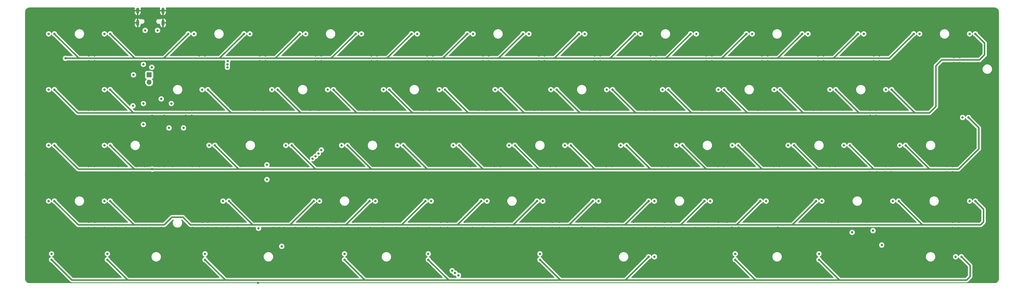
<source format=gbr>
%TF.GenerationSoftware,KiCad,Pcbnew,(6.0.0)*%
%TF.CreationDate,2022-08-23T10:18:13-07:00*%
%TF.ProjectId,Faen65XT,4661656e-3635-4585-942e-6b696361645f,rev?*%
%TF.SameCoordinates,Original*%
%TF.FileFunction,Copper,L2,Inr*%
%TF.FilePolarity,Positive*%
%FSLAX46Y46*%
G04 Gerber Fmt 4.6, Leading zero omitted, Abs format (unit mm)*
G04 Created by KiCad (PCBNEW (6.0.0)) date 2022-08-23 10:18:13*
%MOMM*%
%LPD*%
G01*
G04 APERTURE LIST*
%TA.AperFunction,ComponentPad*%
%ADD10O,1.050000X2.100000*%
%TD*%
%TA.AperFunction,ComponentPad*%
%ADD11R,1.700000X1.700000*%
%TD*%
%TA.AperFunction,ComponentPad*%
%ADD12O,1.700000X1.700000*%
%TD*%
%TA.AperFunction,ViaPad*%
%ADD13C,0.800000*%
%TD*%
%TA.AperFunction,Conductor*%
%ADD14C,0.500000*%
%TD*%
G04 APERTURE END LIST*
D10*
%TO.N,GND*%
%TO.C,J2*%
X29414460Y3757520D03*
X38054460Y3757520D03*
X29414460Y7937520D03*
X38054460Y7937520D03*
%TD*%
D11*
%TO.N,VBAT*%
%TO.C,JP1*%
X33337584Y-14004726D03*
D12*
%TO.N,BOOT0*%
X33337584Y-16544726D03*
%TD*%
D13*
%TO.N,GND*%
X124817502Y-44846988D03*
%TO.N,COL3*%
X73535184Y-44761674D03*
%TO.N,GND*%
X47823558Y-27979758D03*
X45839178Y-27979758D03*
%TO.N,COL10*%
X213320850Y-38100096D03*
%TO.N,ROW2*%
X291505422Y-38100096D03*
%TO.N,COL14*%
X289521042Y-38100096D03*
%TO.N,ROW2*%
X272455374Y-38100096D03*
%TO.N,COL13*%
X270470994Y-38100096D03*
%TO.N,ROW2*%
X253405326Y-38100096D03*
%TO.N,COL12*%
X251420946Y-38100096D03*
%TO.N,ROW2*%
X234355278Y-38100096D03*
%TO.N,COL11*%
X232370898Y-38100096D03*
%TO.N,ROW2*%
X215305230Y-38100096D03*
X196255182Y-38100096D03*
%TO.N,COL9*%
X194270802Y-38100096D03*
%TO.N,ROW2*%
X177205134Y-38100096D03*
%TO.N,COL8*%
X175220754Y-38100096D03*
%TO.N,ROW2*%
X158155086Y-38100096D03*
%TO.N,COL7*%
X156170706Y-38100096D03*
%TO.N,ROW2*%
X139105038Y-38100096D03*
%TO.N,COL6*%
X137120658Y-38100096D03*
%TO.N,ROW2*%
X120054990Y-38100096D03*
%TO.N,COL5*%
X118070610Y-38100096D03*
%TO.N,ROW2*%
X101004942Y-38100096D03*
%TO.N,COL4*%
X99020562Y-38100096D03*
%TO.N,GND*%
X71040804Y-9326586D03*
X73025184Y-9326586D03*
X71040804Y-7342206D03*
X73025184Y-7342206D03*
X242887500Y-38100000D03*
X301228884Y-61912656D03*
X35917278Y-3175008D03*
X151209756Y-64293912D03*
X166687500Y-33337500D03*
X61118904Y-25400064D03*
X205978644Y-66278292D03*
X228600576Y0D03*
X-4365636Y-7342206D03*
X113109660Y-45045426D03*
X101203380Y-66278292D03*
X12700032Y-66278292D03*
X275035068Y-61912656D03*
X41076666Y-66271272D03*
X87312720Y-45243864D03*
X314722668Y-37504782D03*
X74017374Y-80565828D03*
X119062800Y-57150144D03*
X161131656Y-49609500D03*
X72032994Y-64095474D03*
X255786582Y-47823558D03*
X143669112Y-66285312D03*
X170259804Y-45243864D03*
X148828500Y-49411062D03*
X110728404Y-47823558D03*
X281385084Y-25995378D03*
X28376634Y-19050048D03*
X270669432Y-67468920D03*
X53379822Y-66278292D03*
X172244184Y-45243864D03*
X266105358Y-82947084D03*
X232172460Y-66200000D03*
X-6350016Y-9326586D03*
X91876794Y-49411062D03*
X186928596Y-47823558D03*
X242491236Y-9326586D03*
X145851930Y-49411062D03*
X153194136Y-47625120D03*
X164901978Y-49409471D03*
X194667678Y-49619825D03*
X53379822Y-64293912D03*
X43061046Y-23812560D03*
X90090852Y-7342206D03*
X261938160Y-42862608D03*
X151209756Y-45243864D03*
X211534908Y-66278292D03*
X77787696Y-64095474D03*
X31154766Y8334396D03*
X205978644Y-47625120D03*
X319088304Y-76200192D03*
X279400704Y-27979758D03*
X182166084Y-76200000D03*
X25400064Y-49014186D03*
X83145522Y-80565828D03*
X69453300Y-25995378D03*
X-8731272Y-69651738D03*
X171450432Y0D03*
X139898790Y-49609500D03*
X102790884Y-47823558D03*
X208359900Y-45243864D03*
X291306984Y-28971948D03*
X260152218Y-29765700D03*
X167878548Y-47823558D03*
X64803252Y-47426682D03*
X282575712Y-7342206D03*
X209550528Y4762512D03*
X114300000Y-71040804D03*
X94059612Y-45045426D03*
X307578900Y-66278292D03*
X145851930Y-47625120D03*
X166291044Y-7342206D03*
X295077306Y-19050048D03*
X261541284Y-7342206D03*
X164901978Y-47821967D03*
X247650624Y4762512D03*
X75604878Y-64095474D03*
X64293912Y-12414090D03*
X305594520Y-47228244D03*
X38496972Y-27979758D03*
X198636438Y-49619825D03*
X42987000Y-60523590D03*
X244475616Y-7342206D03*
X9525024Y-19050048D03*
X9525024Y-61912656D03*
X229394328Y-49411062D03*
X92075232Y-69651738D03*
X14684412Y-64293912D03*
X79967189Y-47426682D03*
X150018750Y-29765625D03*
X134540964Y-81756456D03*
X96043992Y-45045426D03*
X41275104Y-45243864D03*
X300038256Y-71636118D03*
X142875360Y-49609500D03*
X57603252Y-47426682D03*
X219670866Y-66278292D03*
X139700352Y-62706408D03*
X309563280Y-66278292D03*
X96043992Y-47823558D03*
X83127599Y-76200192D03*
X45839178Y-25995378D03*
X229394328Y-47823558D03*
X268486614Y-64293912D03*
X195461430Y-80962704D03*
X151209756Y-47625120D03*
X152400384Y-4762512D03*
X9525024Y-4762512D03*
X276225696Y-82550208D03*
X4960950Y-48021996D03*
X50403252Y-47426682D03*
X29765700Y-11112528D03*
X248444376Y-45243864D03*
X51395442Y-66278292D03*
X240308418Y-47833883D03*
X173236374Y-66278292D03*
X128587500Y-38100000D03*
X45839178Y-29964138D03*
X194667678Y-47635445D03*
X189309852Y-49411062D03*
X318691428Y-22026618D03*
X198636438Y-47625120D03*
X121444056Y-66278292D03*
X48021996Y-45243864D03*
X202009884Y-47635445D03*
X109537776Y-33337584D03*
X301228884Y-52387632D03*
X44875104Y-49807938D03*
X182959836Y-49411062D03*
X-8731272Y-48021996D03*
X110728404Y-49411062D03*
X227409948Y-49411062D03*
X121840932Y-49609500D03*
X75208002Y-45045426D03*
X135136278Y-64293912D03*
X96043992Y-49411062D03*
X307578900Y-47228244D03*
X9525024Y4960950D03*
X37504782Y-66278292D03*
X35718840Y-71239242D03*
X279400704Y-25995378D03*
X259556904Y-49411062D03*
X190500480Y0D03*
X106136214Y-47823558D03*
X307975776Y-9921900D03*
X74017374Y-30757890D03*
X149225376Y-9326586D03*
X83145522Y-66278292D03*
X92075232Y-9326586D03*
X286544472Y-47228244D03*
X274638192Y-49609500D03*
X130572204Y-29765700D03*
X132755022Y-64293912D03*
X91876794Y-47823558D03*
X123825312Y-14287536D03*
X129976890Y-49411062D03*
X88304910Y-25995378D03*
X75208002Y-47426682D03*
X278408514Y-64293912D03*
X227409948Y-45243864D03*
X234553716Y-66200000D03*
X313730478Y-43854798D03*
X175419192Y-49818263D03*
X307578900Y-45243864D03*
X195262992Y-57150144D03*
X147836310Y-71239242D03*
X102790884Y-49609500D03*
X281186646Y-38100096D03*
X191294232Y-49411062D03*
X113109660Y-49411062D03*
X244277178Y-49411062D03*
X173236374Y-64293912D03*
X114300000Y-81359580D03*
X-4365636Y-48021996D03*
X172244184Y-47823558D03*
X247650624Y-4762512D03*
X30559452Y-19050048D03*
X52387632Y-10914090D03*
X195461430Y-71437680D03*
X29368824Y-66278292D03*
X304800768Y-4762512D03*
X50403252Y-7342206D03*
X183952026Y-29765700D03*
X113109660Y-64293912D03*
X261541284Y-9326586D03*
X319088304Y-65682978D03*
X109537776Y-42862608D03*
X142875360Y-19050048D03*
X9525024Y-38100096D03*
X36314154Y8135958D03*
X-4365636Y-27781320D03*
X67468920Y-66278292D03*
X147637500Y-38100000D03*
X113109660Y-47823558D03*
X319392000Y-16271916D03*
X90090852Y-9326586D03*
X64803252Y-49807938D03*
X38695410Y-36711030D03*
X125809692Y-47823558D03*
X135136278Y-66278292D03*
X77787696Y-66278292D03*
X185737500Y-38100000D03*
X12700032Y-68064234D03*
X132159708Y-45045426D03*
X222052122Y-25995378D03*
X227608386Y-64293912D03*
X85725216Y-23812560D03*
X189905166Y-66278292D03*
X236736534Y-49619825D03*
X281186646Y-44648550D03*
X115094040Y-49411062D03*
X272058498Y-73025184D03*
X221059932Y-47833883D03*
X36711030Y-45243864D03*
X214313040Y-52387632D03*
X147240996Y-7342206D03*
X83740836Y-49807938D03*
X31750080Y-45243864D03*
X157162896Y-49609500D03*
X148233186Y-25995378D03*
X61203252Y-49411062D03*
X210344280Y-49411062D03*
X284560092Y-47228244D03*
X109140900Y-9326586D03*
X225028692Y-49411062D03*
X74017374Y-72032994D03*
X202009884Y-49411062D03*
X25400064Y-66271272D03*
X280591332Y-7342206D03*
X9525024Y-52387632D03*
X63500160Y-66271272D03*
X38496972Y-30559452D03*
X309960156Y-7937520D03*
X79970514Y-49807938D03*
X276225696Y-23812560D03*
X53181384Y-49807938D03*
X187325472Y-7342206D03*
X300236694Y-42862608D03*
X143073798Y-45243864D03*
X278408514Y-50601690D03*
X307975776Y-17660982D03*
X-6350016Y-48021996D03*
X210344280Y-47625120D03*
X208359900Y-49411062D03*
X166687500Y-42862608D03*
X246459996Y-49609500D03*
X185341092Y-9326586D03*
X-6350016Y-46037616D03*
X72032994Y-49807938D03*
X129183138Y-25995378D03*
X167283234Y-25995378D03*
X218877114Y-71239434D03*
X244475616Y-9326586D03*
X189309852Y-45243864D03*
X109140900Y-7342206D03*
X307975776Y-7937520D03*
X12700032Y-30162576D03*
X9525024Y-71239242D03*
X14684412Y-48021996D03*
X275035068Y-52387632D03*
X157162896Y-52387632D03*
X56157954Y-66278292D03*
X211534908Y-64293912D03*
X267494424Y-47426682D03*
X28376634Y-33337584D03*
X204787500Y-38100096D03*
X95250240Y-4762512D03*
X185341092Y-66278292D03*
X282178836Y-66278292D03*
X72032994Y-45045426D03*
X12700032Y-25995378D03*
X257175648Y-19050048D03*
X205780206Y-25995378D03*
X198636438Y-64293912D03*
X180975456Y-14287536D03*
X111125280Y-7342206D03*
X260152218Y-25995378D03*
X70445490Y-85129902D03*
X198636438Y-66278292D03*
X225028692Y-47823558D03*
X-6350016Y-30559452D03*
X12700032Y-9326586D03*
X134144088Y-49411062D03*
X300038256Y-80565828D03*
X170259804Y-47823558D03*
X72032994Y-47426682D03*
X278408514Y-66278292D03*
X229394328Y-45243864D03*
X182959836Y-47833883D03*
X14684412Y-68064234D03*
X61118904Y-29567262D03*
X261938160Y-33337584D03*
X87706271Y-47426682D03*
X223838064Y-66278292D03*
X270669432Y-47823558D03*
X33932898Y6945330D03*
X53181384Y-47426682D03*
X189309852Y-47625120D03*
X218877114Y-76200192D03*
X93265860Y-29964138D03*
X210344280Y-45243864D03*
X99190884Y-47823558D03*
X94059612Y-49411062D03*
X194469240Y-66278292D03*
X30559452Y-25400064D03*
X114300288Y0D03*
X97036182Y-64293912D03*
X67865796Y-33337584D03*
X64690788Y-45243864D03*
X91281480Y-25995378D03*
X309563280Y-64293912D03*
X12700032Y-64293912D03*
X41275104Y-47426682D03*
X218877114Y-81161334D03*
X29170386Y-49014186D03*
X-6548454Y-62904846D03*
X182166084Y-71239242D03*
X41275104Y-49807938D03*
X318492990Y-38893848D03*
X61203252Y-47426682D03*
X263922540Y-29765700D03*
X191294232Y-47625120D03*
X187325472Y-9326586D03*
X83737511Y-47426682D03*
X247650624Y-81161142D03*
X18057858Y-66278292D03*
X265510044Y-45243864D03*
X42987000Y-68659548D03*
X43061046Y-14287536D03*
X133350336Y0D03*
X4960950Y-46037616D03*
X49609500Y-49807938D03*
X2976570Y-48021996D03*
X5556264Y-64293912D03*
X204391140Y-7342206D03*
X161925408Y-19050048D03*
X108744024Y-66271272D03*
X64492350Y-19050048D03*
X255786582Y-49818263D03*
X12700032Y-45243864D03*
X34329774Y-30559452D03*
X67865796Y-42862608D03*
X232767774Y-49619825D03*
X139898790Y-47625120D03*
X244277178Y-47823558D03*
X147836310Y-81161142D03*
X130175328Y-7342206D03*
X278011638Y-45045426D03*
X14684412Y-9326586D03*
X213717726Y-49619825D03*
X-6350016Y-27781320D03*
X61090788Y-45243864D03*
X233363088Y-64095474D03*
X249436566Y-64095474D03*
X282575712Y-9326586D03*
X241102170Y-25995378D03*
X48021996Y-47426682D03*
X251817822Y-47833883D03*
X265510044Y-47426682D03*
X240308418Y-49411062D03*
X285750720Y0D03*
X47823558Y-29964138D03*
X265510044Y-49411062D03*
X76200192Y0D03*
X-4365636Y-9326586D03*
X305594520Y-51593880D03*
X93464298Y-82748646D03*
X2976570Y-46037616D03*
X-4365636Y-30559452D03*
X110133090Y-25995378D03*
X266303796Y-64293912D03*
X281385084Y-27979758D03*
X206375520Y-7342206D03*
X100012752Y-52387632D03*
X155575392Y-66278292D03*
X-6350016Y-7342206D03*
X157162896Y-61912656D03*
X147836310Y-76200000D03*
X50403252Y-45243864D03*
X214313040Y-61912656D03*
X33734460Y-66278292D03*
X307578900Y-64293912D03*
X279202266Y-47228244D03*
X104775264Y-19050048D03*
X65682978Y-80565828D03*
X215503668Y-66278292D03*
X95250240Y4762512D03*
X305594520Y-45243864D03*
X5556264Y-67468920D03*
X200025504Y-19050048D03*
X36711030Y-39886038D03*
X59928276Y-66278292D03*
X85725216Y-14287536D03*
X87511158Y-31353204D03*
X25400064Y-45243864D03*
X209153652Y-66278292D03*
X246459996Y-47426682D03*
X41473542Y-7143768D03*
X263525664Y-7342206D03*
X38496972Y-45243133D03*
X145851930Y-25995378D03*
X270669432Y-49609500D03*
X134144088Y-45045426D03*
X209550528Y-4762512D03*
X309960156Y-9921900D03*
X44875104Y-47426682D03*
X14684412Y-25995378D03*
X167878548Y-49411062D03*
X263525664Y-47823558D03*
X284560092Y-45243864D03*
X205978644Y-49411062D03*
X175419192Y-47833883D03*
X129976890Y-47823558D03*
X168275424Y-7342206D03*
X209153652Y-64293912D03*
X139898790Y-66285312D03*
X75208002Y-49807938D03*
X319392000Y-8135958D03*
X281583522Y-47228244D03*
X172244184Y-49411062D03*
X302816388Y-25598502D03*
X182166084Y-81161142D03*
X79375200Y-66278292D03*
X112117470Y-29964138D03*
X46037616Y-38100096D03*
X243483426Y-25995378D03*
X79375200Y-64095474D03*
X157162896Y-47625120D03*
X179387952Y-47823558D03*
X106136214Y-45045426D03*
X267494424Y-49411062D03*
X-6945330Y-84137712D03*
X159345714Y-66278292D03*
X248444376Y-49609500D03*
X191294232Y-45243864D03*
X12700032Y-48021996D03*
X118240932Y-47823558D03*
X28376634Y-57150144D03*
X204391140Y-9326586D03*
X127000320Y-29765700D03*
X31750080Y-49014186D03*
X130175328Y-9326586D03*
X98822124Y-66278292D03*
X149225376Y-7342206D03*
X65665055Y-76200192D03*
X47823558Y-25995378D03*
X238125600Y-14287536D03*
X194469240Y-64293912D03*
X75604878Y-66278292D03*
X263525664Y-49411062D03*
X221059932Y-49411062D03*
X141089418Y-64293912D03*
X148828500Y-47625120D03*
X28376634Y-42862608D03*
X99190884Y-49609500D03*
X168275424Y-9326586D03*
X152400384Y4762512D03*
X320874246Y6548454D03*
X236736534Y-47625120D03*
X123626874Y-68659548D03*
X248444376Y-47426682D03*
X252413136Y-57150144D03*
X128190948Y-7342206D03*
X217686486Y-47625120D03*
X227608386Y-66278292D03*
X38496972Y-47823558D03*
X117673734Y-66278292D03*
X48220434Y-66278292D03*
X115094040Y-45045426D03*
X14684412Y-66278292D03*
X92075232Y-7342206D03*
X65682978Y-72231432D03*
X208359900Y-47625120D03*
X286544472Y-45243864D03*
X128190948Y-9326586D03*
X14684412Y-7342206D03*
X262533474Y-25995378D03*
X30361014Y-3373446D03*
X267494424Y-45243864D03*
X222250560Y-29765700D03*
X125015940Y-66271272D03*
X113109660Y-66278292D03*
X126801882Y-25995378D03*
X246459996Y-45243864D03*
X132159708Y-49411062D03*
X247253748Y-64095474D03*
X36396972Y-28481320D03*
X132755022Y-82947084D03*
X134144088Y-47823558D03*
X90487728Y-66271272D03*
X227409948Y-47823558D03*
X280591332Y-9326586D03*
X135334716Y-68857986D03*
X35917278Y-198438D03*
X233363088Y-57150144D03*
X206375520Y-9326586D03*
X187920786Y-29765700D03*
X224433378Y-25995378D03*
X-6548454Y6350016D03*
X269478804Y-82947084D03*
X170259804Y-49411062D03*
X266700672Y0D03*
X281583522Y-50601690D03*
X300832008Y-9921900D03*
X300236694Y-33337584D03*
X12700032Y-7342206D03*
X35718750Y-81161142D03*
X41473542Y-11112528D03*
X147240996Y-9326586D03*
X45045426Y-66278292D03*
X225822444Y-29765700D03*
X223441188Y-9326586D03*
X100012752Y-61912656D03*
X316310172Y-82550208D03*
X86915844Y-66278292D03*
X259556904Y-47833883D03*
X57150144Y4762512D03*
X51395442Y-64293912D03*
X168672300Y-29765700D03*
X142875360Y-47614795D03*
X22820370Y-45243864D03*
X68403252Y-47426682D03*
X147240996Y-66278292D03*
X179387952Y-49818263D03*
X72231432Y-25995378D03*
X83145522Y-72231432D03*
X223837500Y-33337500D03*
X125809692Y-49609500D03*
X242491236Y-7342206D03*
X176411382Y-66278292D03*
X52387632Y-7342206D03*
X70643928Y-30757890D03*
X165100416Y-29765700D03*
X274638192Y-47813233D03*
X94059612Y-47823558D03*
X247650000Y-71239242D03*
X106136214Y-49609500D03*
X232767774Y-47635445D03*
X14684412Y-45243864D03*
X183753588Y-25995378D03*
X225425568Y-9326586D03*
X30956328Y5357826D03*
X128984700Y-66278292D03*
X170855118Y-66278292D03*
X273447564Y-82550208D03*
X57150144Y-4762512D03*
X-6548454Y-69651738D03*
X123825312Y-23812560D03*
X241102170Y-29765700D03*
X238125600Y-23812560D03*
X34329774Y-27979758D03*
X21828180Y-66278292D03*
X180975456Y-23812560D03*
X50403252Y-10914090D03*
X219075552Y-19050048D03*
X164901978Y-25995378D03*
X68403252Y-49807938D03*
X121840932Y-47823558D03*
X303014826Y-68659548D03*
X104775264Y-66278292D03*
X202803636Y-29765700D03*
X132755022Y-66278292D03*
X115094040Y-47823558D03*
X107751834Y-30162576D03*
X146248806Y-30162576D03*
X263525664Y-9326586D03*
X57603252Y-49411062D03*
X32940708Y-20240676D03*
X186928596Y-49411062D03*
X230584956Y-64293912D03*
X223441188Y-7342206D03*
X69254862Y-64095474D03*
X304800768Y4762512D03*
X311944536Y-42068856D03*
X36711030Y-37107906D03*
X283369464Y-64095474D03*
X153194136Y-49411062D03*
X151209756Y-49411062D03*
X29170386Y-45243864D03*
X111125280Y-9326586D03*
X36711030Y-42862608D03*
X185341092Y-7342206D03*
X153194136Y-45243864D03*
X151209756Y-66285312D03*
X64492350Y-25400064D03*
X202803636Y-66278292D03*
X107553396Y-25995378D03*
X180975456Y-66267562D03*
X94456488Y-66278292D03*
X225425568Y-7342206D03*
X313928916Y-84534588D03*
X163512912Y-66278292D03*
X300236694Y-24209436D03*
X251817822Y-49818263D03*
X309960156Y-17660982D03*
X102989322Y-64293912D03*
X161131656Y-47614795D03*
X303213264Y-11906280D03*
X87709596Y-49411062D03*
X299641380Y-28971948D03*
X36711030Y5357826D03*
X176212944Y-57150144D03*
X166291044Y-9326586D03*
X-4365636Y-46037616D03*
X203002074Y-25995378D03*
X223837500Y-42862500D03*
X14684412Y-30162576D03*
X206772396Y-29765700D03*
X217686486Y-49619825D03*
X167481672Y-66278292D03*
X247849062Y-66200000D03*
X245268750Y-29765625D03*
X186134844Y-25995378D03*
X118240932Y-49609500D03*
X9525024Y-81161142D03*
X189508290Y-64293912D03*
X170855118Y-64293912D03*
X213717726Y-47635445D03*
X276225696Y-14287536D03*
X132159708Y-47823558D03*
%TO.N,VBAT*%
X45045426Y-32146956D03*
X27781320Y-24606312D03*
X31353204Y-30956328D03*
X27979758Y-14004726D03*
X31353125Y-23812500D03*
X70643928Y-66476730D03*
X40084476Y-32146956D03*
X40878228Y-23812560D03*
X273249126Y-67846426D03*
%TO.N,D+*%
X60023590Y-11414090D03*
X34234460Y-11414090D03*
%TO.N,D-*%
X31353204Y-10414090D03*
X60023590Y-10414090D03*
%TO.N,VBUS*%
X31948518Y1190628D03*
X60126714Y-9326586D03*
X36184375Y1190628D03*
%TO.N,BOOT0*%
X37443125Y-22225056D03*
%TO.N,APLEX_EN_PIN_0*%
X78581448Y-72628308D03*
X89098662Y-42664170D03*
%TO.N,COL0*%
X-992190Y-57150144D03*
X0Y-75208002D03*
X-992190Y-38100096D03*
X-992190Y-19050048D03*
X-992190Y0D03*
%TO.N,ROW0*%
X992190Y0D03*
X199033314Y0D03*
X179983266Y0D03*
X275233506Y0D03*
X46632930Y0D03*
X20042238Y0D03*
X237133410Y0D03*
X141883170Y0D03*
X103783074Y0D03*
X4762512Y-8334396D03*
X160933218Y0D03*
X294283554Y0D03*
X256183458Y0D03*
X218083362Y0D03*
X122833122Y0D03*
X84733026Y0D03*
X65682978Y0D03*
%TO.N,ROW1*%
X53379822Y-19050048D03*
X229592766Y-19050048D03*
X267692862Y-19050048D03*
X315317982Y0D03*
X172442622Y-19050048D03*
X20042238Y-19050048D03*
X134342526Y-19050048D03*
X96242430Y-19050048D03*
X248642814Y-19050048D03*
X191492670Y-19050048D03*
X77192382Y-19050048D03*
X992190Y-19050048D03*
X115292478Y-19050048D03*
X153392574Y-19050048D03*
X286742910Y-19050048D03*
X210542718Y-19050048D03*
%TO.N,ROW2*%
X34346650Y-46236054D03*
X992190Y-38100096D03*
X312936726Y-28575072D03*
X81954894Y-38100096D03*
X55761078Y-38100096D03*
X20042238Y-38100096D03*
%TO.N,ROW3*%
X992190Y-57150144D03*
X260945970Y-57150144D03*
X108545586Y-57150144D03*
X146645682Y-57150144D03*
X127595634Y-57150144D03*
X60523590Y-57150144D03*
X89495538Y-57150144D03*
X222845874Y-57150144D03*
X241895922Y-57150144D03*
X289124166Y-57150144D03*
X165695730Y-57150144D03*
X20042238Y-57150144D03*
X315317982Y-57150144D03*
X184745778Y-57150144D03*
X203795826Y-57150144D03*
%TO.N,ROW4*%
X203795826Y-76200192D03*
X233363088Y-77192382D03*
X261938160Y-77192382D03*
X128587824Y-77192382D03*
X100012752Y-77192382D03*
X52387632Y-77192382D03*
X310555470Y-76200192D03*
X19050048Y-77192382D03*
X0Y-77192382D03*
X166687920Y-77192382D03*
%TO.N,COL1*%
X18057858Y-19050048D03*
X18057858Y-57150144D03*
X19050048Y-75208002D03*
X18057858Y0D03*
X18057858Y-38100096D03*
%TO.N,COL2*%
X51395442Y-19050048D03*
X58539210Y-57150144D03*
X48617310Y0D03*
X52387632Y-75208002D03*
X53776698Y-38100096D03*
%TO.N,COL3*%
X79970514Y-38100096D03*
X67667358Y0D03*
X75208002Y-19050048D03*
X73535184Y-49807938D03*
%TO.N,COL4*%
X86717406Y0D03*
X94258050Y-19050048D03*
X91479918Y-57150144D03*
X100012752Y-75208002D03*
%TO.N,COL5*%
X105767454Y0D03*
X110529966Y-57150144D03*
X113308098Y-19050048D03*
%TO.N,COL6*%
X129580014Y-57150144D03*
X132358146Y-19050048D03*
X124817502Y0D03*
X128587824Y-75208002D03*
%TO.N,COL7*%
X143867550Y0D03*
X148630062Y-57150144D03*
X151408194Y-19050048D03*
%TO.N,COL8*%
X167680110Y-57150144D03*
X170458242Y-19050048D03*
X166687920Y-75208002D03*
X162917598Y0D03*
%TO.N,COL9*%
X189508290Y-19050048D03*
X186730158Y-57150144D03*
X181967646Y0D03*
%TO.N,COL10*%
X201017694Y0D03*
X205780206Y-76200192D03*
X208558338Y-19050048D03*
X205780206Y-57150144D03*
%TO.N,COL11*%
X224830254Y-57150144D03*
X233363088Y-75208002D03*
X227608386Y-19050048D03*
X220067742Y0D03*
%TO.N,COL12*%
X239117790Y0D03*
X243880302Y-57150144D03*
X246658434Y-19050048D03*
%TO.N,COL13*%
X258167838Y0D03*
X262930350Y-57150144D03*
X261938160Y-75208002D03*
X265708482Y-19050048D03*
%TO.N,COL14*%
X277217886Y0D03*
X284758530Y-19050048D03*
X287139786Y-57150144D03*
%TO.N,COL15*%
X308571090Y-76200192D03*
X313333602Y0D03*
X310952346Y-28575072D03*
X296267934Y0D03*
X313333602Y-57150144D03*
%TO.N,APLEX_EN_PIN_1*%
X280392894Y-67270482D03*
X283369464Y-72192692D03*
%TO.N,AMUX_SEL_2*%
X138906600Y-82550208D03*
X92075232Y-39687600D03*
%TO.N,AMUX_SEL_1*%
X137715972Y-81756456D03*
X91083042Y-40878228D03*
%TO.N,AMUX_SEL_0*%
X90090852Y-41870418D03*
X136723782Y-80962704D03*
%TD*%
D14*
%TO.N,ROW2*%
X291505422Y-38100096D02*
X299641380Y-46236054D01*
X9128148Y-46236054D02*
X309563280Y-46236054D01*
X272455374Y-38100096D02*
X280591332Y-46236054D01*
X253405326Y-38100096D02*
X261541284Y-46236054D01*
X234355278Y-38100096D02*
X242491236Y-46236054D01*
X215305230Y-38100096D02*
X223441188Y-46236054D01*
X196255182Y-38100096D02*
X204391140Y-46236054D01*
X177205134Y-38100096D02*
X185341092Y-46236054D01*
X158155086Y-38100096D02*
X166291044Y-46236054D01*
X139105038Y-38100096D02*
X147240996Y-46236054D01*
X120054990Y-38100096D02*
X128190948Y-46236054D01*
X101004942Y-38100096D02*
X109140900Y-46236054D01*
X309563280Y-46236054D02*
X316508610Y-39290724D01*
X81954894Y-38100096D02*
X90090852Y-46236054D01*
X316508610Y-39290724D02*
X316508610Y-32146956D01*
X316508610Y-32146956D02*
X312936726Y-28575072D01*
%TO.N,ROW0*%
X160933218Y0D02*
X152598822Y-8334396D01*
X218083362Y0D02*
X209748966Y-8334396D01*
X4762512Y-8334396D02*
X285949158Y-8334396D01*
X256183458Y0D02*
X247849062Y-8334396D01*
X992190Y0D02*
X9326586Y-8334396D01*
X237133410Y0D02*
X228799014Y-8334396D01*
X103783074Y0D02*
X95448678Y-8334396D01*
X179983266Y0D02*
X171648870Y-8334396D01*
X122833122Y0D02*
X114498726Y-8334396D01*
X275233506Y0D02*
X266899110Y-8334396D01*
X20042238Y0D02*
X28376634Y-8334396D01*
X199033314Y0D02*
X190698918Y-8334396D01*
X141883170Y0D02*
X133548774Y-8334396D01*
X285949158Y-8334396D02*
X294283554Y0D01*
X65682978Y0D02*
X57348582Y-8334396D01*
X46632930Y0D02*
X38298534Y-8334396D01*
X84733026Y0D02*
X76398630Y-8334396D01*
%TO.N,ROW1*%
X318492990Y-7143768D02*
X318492990Y-3175008D01*
X191492670Y-19050048D02*
X199430190Y-26987568D01*
X992190Y-19050048D02*
X8929710Y-26987568D01*
X8929710Y-26987568D02*
X142478484Y-26987568D01*
X53379822Y-19050048D02*
X61317342Y-26987568D01*
X142280046Y-26987568D02*
X180578580Y-26987568D01*
X229592766Y-19050048D02*
X237530286Y-26987568D01*
X301824198Y-24804750D02*
X301824198Y-10914090D01*
X180578580Y-26987568D02*
X237530286Y-26987568D01*
X318492990Y-3175008D02*
X315317982Y0D01*
X96242430Y-19050048D02*
X104179950Y-26987568D01*
X172442622Y-19050048D02*
X180380142Y-26987568D01*
X286742910Y-19050048D02*
X294680430Y-26987568D01*
X267692862Y-19050048D02*
X275630382Y-26987568D01*
X303808578Y-8929710D02*
X316707048Y-8929710D01*
X77192382Y-19050048D02*
X85129902Y-26987568D01*
X20042238Y-19050048D02*
X27979758Y-26987568D01*
X237530286Y-26987568D02*
X299641380Y-26987568D01*
X153392574Y-19050048D02*
X161330094Y-26987568D01*
X316707048Y-8929710D02*
X318492990Y-7143768D01*
X115292478Y-19050048D02*
X123229998Y-26987568D01*
X248642814Y-19050048D02*
X256580334Y-26987568D01*
X299641380Y-26987568D02*
X301824198Y-24804750D01*
X301824198Y-10914090D02*
X303808578Y-8929710D01*
X210542718Y-19050048D02*
X218480238Y-26987568D01*
X134342526Y-19050048D02*
X142280046Y-26987568D01*
%TO.N,ROW2*%
X20042238Y-38100096D02*
X28178196Y-46236054D01*
X55761078Y-38100096D02*
X63897036Y-46236054D01*
X992190Y-38100096D02*
X9128148Y-46236054D01*
%TO.N,ROW3*%
X241895922Y-57150144D02*
X233759964Y-65286102D01*
X318096114Y-64293912D02*
X318096114Y-59928276D01*
X289124166Y-57150144D02*
X297260124Y-65286102D01*
X127595634Y-57150144D02*
X119459676Y-65286102D01*
X89495538Y-57150144D02*
X81359580Y-65286102D01*
X165695730Y-57150144D02*
X157559772Y-65286102D01*
X20042238Y-57150144D02*
X28178196Y-65286102D01*
X41076666Y-62706408D02*
X44897334Y-62706408D01*
X146645682Y-57150144D02*
X138509724Y-65286102D01*
X184745778Y-57150144D02*
X176609820Y-65286102D01*
X60523590Y-57150144D02*
X68659548Y-65286102D01*
X47477028Y-65286102D02*
X317103924Y-65286102D01*
X318096114Y-59928276D02*
X315317982Y-57150144D01*
X38496972Y-65286102D02*
X41076666Y-62706408D01*
X317103924Y-65286102D02*
X318096114Y-64293912D01*
X44897334Y-62706408D02*
X47477028Y-65286102D01*
X992190Y-57150144D02*
X9128148Y-65286102D01*
X260945970Y-57150144D02*
X252810012Y-65286102D01*
X9128148Y-65286102D02*
X28178196Y-65286102D01*
X28178196Y-65286102D02*
X38496972Y-65286102D01*
X203795826Y-57150144D02*
X195659868Y-65286102D01*
X108545586Y-57150144D02*
X100409628Y-65286102D01*
X222845874Y-57150144D02*
X214709916Y-65286102D01*
%TO.N,ROW4*%
X6945330Y-84137712D02*
X312341412Y-84137712D01*
X0Y-77192382D02*
X6945330Y-84137712D01*
X128587824Y-77192382D02*
X135533154Y-84137712D01*
X233363088Y-77192382D02*
X240308418Y-84137712D01*
X313532040Y-82947084D02*
X313532040Y-79176762D01*
X166687920Y-77192382D02*
X173633250Y-84137712D01*
X203795826Y-76200192D02*
X195858306Y-84137712D01*
X100012752Y-77192382D02*
X106958082Y-84137712D01*
X312341412Y-84137712D02*
X313532040Y-82947084D01*
X313532040Y-79176762D02*
X310555470Y-76200192D01*
X261938160Y-77192382D02*
X268883490Y-84137712D01*
X52387632Y-77192382D02*
X59332962Y-84137712D01*
X19050048Y-77192382D02*
X25995378Y-84137712D01*
%TD*%
%TA.AperFunction,Conductor*%
%TO.N,GND*%
G36*
X28402540Y8996998D02*
G01*
X28449033Y8943342D01*
X28459137Y8873068D01*
X28454521Y8852902D01*
X28401008Y8684205D01*
X28398458Y8672211D01*
X28381853Y8524170D01*
X28381460Y8517146D01*
X28381460Y8209635D01*
X28385935Y8194396D01*
X28387325Y8193191D01*
X28395008Y8191520D01*
X30429345Y8191520D01*
X30444584Y8195995D01*
X30445789Y8197385D01*
X30447460Y8205068D01*
X30447460Y8510410D01*
X30447160Y8516555D01*
X30433290Y8658001D01*
X30430907Y8670039D01*
X30375190Y8854582D01*
X30374649Y8925577D01*
X30412577Y8985593D01*
X30476931Y9015577D01*
X30495812Y9017000D01*
X36974419Y9017000D01*
X37042540Y8996998D01*
X37089033Y8943342D01*
X37099137Y8873068D01*
X37094521Y8852902D01*
X37041008Y8684205D01*
X37038458Y8672211D01*
X37021853Y8524170D01*
X37021460Y8517146D01*
X37021460Y8209635D01*
X37025935Y8194396D01*
X37027325Y8193191D01*
X37035008Y8191520D01*
X39069345Y8191520D01*
X39084584Y8195995D01*
X39085789Y8197385D01*
X39087460Y8205068D01*
X39087460Y8510410D01*
X39087160Y8516555D01*
X39073290Y8658001D01*
X39070907Y8670039D01*
X39015190Y8854582D01*
X39014649Y8925577D01*
X39052577Y8985593D01*
X39116931Y9015577D01*
X39135812Y9017000D01*
X321816297Y9017000D01*
X321835681Y9015500D01*
X321837909Y9015153D01*
X321850484Y9013195D01*
X321850486Y9013195D01*
X321859355Y9011814D01*
X321868257Y9012978D01*
X321868259Y9012978D01*
X321874584Y9013805D01*
X321899907Y9014548D01*
X322066752Y9002615D01*
X322084540Y9000058D01*
X322228607Y8968717D01*
X322272760Y8959112D01*
X322290009Y8954048D01*
X322470496Y8886730D01*
X322486835Y8879268D01*
X322639389Y8795968D01*
X322655906Y8786949D01*
X322671030Y8777229D01*
X322825234Y8661793D01*
X322838820Y8650020D01*
X322975020Y8513820D01*
X322986793Y8500234D01*
X323102229Y8346030D01*
X323111949Y8330906D01*
X323204268Y8161835D01*
X323211730Y8145496D01*
X323214459Y8138180D01*
X323279048Y7965008D01*
X323284112Y7947760D01*
X323325057Y7759544D01*
X323327616Y7741748D01*
X323339041Y7581996D01*
X323338297Y7564092D01*
X323338195Y7555767D01*
X323336814Y7546895D01*
X323337978Y7537993D01*
X323337978Y7537990D01*
X323340936Y7515374D01*
X323342000Y7499036D01*
X323342000Y-83691297D01*
X323340500Y-83710681D01*
X323336814Y-83734355D01*
X323337978Y-83743257D01*
X323337978Y-83743259D01*
X323338805Y-83749584D01*
X323339548Y-83774911D01*
X323327616Y-83941748D01*
X323325057Y-83959544D01*
X323284112Y-84147760D01*
X323279048Y-84165008D01*
X323211730Y-84345496D01*
X323204268Y-84361835D01*
X323120968Y-84514389D01*
X323111949Y-84530906D01*
X323102229Y-84546030D01*
X322986793Y-84700234D01*
X322975020Y-84713820D01*
X322838820Y-84850020D01*
X322825234Y-84861793D01*
X322671030Y-84977229D01*
X322655905Y-84986949D01*
X322486835Y-85079268D01*
X322470496Y-85086730D01*
X322306605Y-85147858D01*
X322290008Y-85154048D01*
X322272759Y-85159112D01*
X322084540Y-85200058D01*
X322066752Y-85202615D01*
X321906994Y-85214041D01*
X321889092Y-85213297D01*
X321880767Y-85213195D01*
X321871895Y-85211814D01*
X321862993Y-85212978D01*
X321862990Y-85212978D01*
X321840374Y-85215936D01*
X321824036Y-85217000D01*
X-7491297Y-85217000D01*
X-7510682Y-85215500D01*
X-7510964Y-85215456D01*
X-7513508Y-85215060D01*
X-7525484Y-85213195D01*
X-7525486Y-85213195D01*
X-7534355Y-85211814D01*
X-7543257Y-85212978D01*
X-7543259Y-85212978D01*
X-7549584Y-85213805D01*
X-7574907Y-85214548D01*
X-7741752Y-85202615D01*
X-7759540Y-85200058D01*
X-7947759Y-85159112D01*
X-7965008Y-85154048D01*
X-7981605Y-85147858D01*
X-8145496Y-85086730D01*
X-8161835Y-85079268D01*
X-8330905Y-84986949D01*
X-8346030Y-84977229D01*
X-8500234Y-84861793D01*
X-8513820Y-84850020D01*
X-8650020Y-84713820D01*
X-8661793Y-84700234D01*
X-8777229Y-84546030D01*
X-8786949Y-84530906D01*
X-8795968Y-84514389D01*
X-8879268Y-84361835D01*
X-8886730Y-84345496D01*
X-8954048Y-84165008D01*
X-8959112Y-84147760D01*
X-9000057Y-83959544D01*
X-9002616Y-83941748D01*
X-9013783Y-83785606D01*
X-9012698Y-83762854D01*
X-9013171Y-83762812D01*
X-9012736Y-83757961D01*
X-9011929Y-83753164D01*
X-9011776Y-83740625D01*
X-9015727Y-83713037D01*
X-9017000Y-83695174D01*
X-9017000Y-77192382D01*
X-913504Y-77192382D01*
X-893542Y-77382310D01*
X-834527Y-77563938D01*
X-739040Y-77729326D01*
X-734622Y-77734233D01*
X-734621Y-77734234D01*
X-674956Y-77800499D01*
X-611253Y-77871248D01*
X-456752Y-77983500D01*
X-450724Y-77986184D01*
X-450722Y-77986185D01*
X-288319Y-78058491D01*
X-282288Y-78061176D01*
X-275833Y-78062548D01*
X-275824Y-78062551D01*
X-219228Y-78074581D01*
X-156331Y-78108732D01*
X6361560Y-84626623D01*
X6373946Y-84641035D01*
X6382479Y-84652630D01*
X6382484Y-84652635D01*
X6386822Y-84658530D01*
X6392400Y-84663269D01*
X6392403Y-84663272D01*
X6427098Y-84692747D01*
X6434614Y-84699677D01*
X6440309Y-84705372D01*
X6443191Y-84707652D01*
X6462581Y-84722993D01*
X6465985Y-84725784D01*
X6516033Y-84768303D01*
X6521615Y-84773045D01*
X6528131Y-84776373D01*
X6533180Y-84779740D01*
X6538309Y-84782907D01*
X6544046Y-84787446D01*
X6610205Y-84818367D01*
X6614099Y-84820270D01*
X6679138Y-84853481D01*
X6686247Y-84855220D01*
X6691881Y-84857316D01*
X6697651Y-84859235D01*
X6704280Y-84862334D01*
X6711443Y-84863824D01*
X6711446Y-84863825D01*
X6762160Y-84874373D01*
X6775765Y-84877203D01*
X6780031Y-84878169D01*
X6850940Y-84895520D01*
X6856542Y-84895868D01*
X6856545Y-84895868D01*
X6862094Y-84896212D01*
X6862092Y-84896247D01*
X6866064Y-84896487D01*
X6870285Y-84896864D01*
X6877445Y-84898353D01*
X6954872Y-84896258D01*
X6958280Y-84896212D01*
X25907426Y-84896212D01*
X25918626Y-84896711D01*
X25920330Y-84896863D01*
X25927493Y-84898353D01*
X26004920Y-84896258D01*
X26008328Y-84896212D01*
X59245010Y-84896212D01*
X59256210Y-84896711D01*
X59257914Y-84896863D01*
X59265077Y-84898353D01*
X59342504Y-84896258D01*
X59345912Y-84896212D01*
X106870130Y-84896212D01*
X106881330Y-84896711D01*
X106883034Y-84896863D01*
X106890197Y-84898353D01*
X106967624Y-84896258D01*
X106971032Y-84896212D01*
X135445202Y-84896212D01*
X135456402Y-84896711D01*
X135458106Y-84896863D01*
X135465269Y-84898353D01*
X135542696Y-84896258D01*
X135546104Y-84896212D01*
X173545298Y-84896212D01*
X173556498Y-84896711D01*
X173558202Y-84896863D01*
X173565365Y-84898353D01*
X173642792Y-84896258D01*
X173646200Y-84896212D01*
X195791236Y-84896212D01*
X195810186Y-84897645D01*
X195824421Y-84899811D01*
X195824425Y-84899811D01*
X195831655Y-84900911D01*
X195838947Y-84900318D01*
X195838950Y-84900318D01*
X195884324Y-84896627D01*
X195894539Y-84896212D01*
X240220466Y-84896212D01*
X240231666Y-84896711D01*
X240233370Y-84896863D01*
X240240533Y-84898353D01*
X240317960Y-84896258D01*
X240321368Y-84896212D01*
X268795538Y-84896212D01*
X268806738Y-84896711D01*
X268808442Y-84896863D01*
X268815605Y-84898353D01*
X268893032Y-84896258D01*
X268896440Y-84896212D01*
X312274342Y-84896212D01*
X312293292Y-84897645D01*
X312307527Y-84899811D01*
X312307531Y-84899811D01*
X312314761Y-84900911D01*
X312322053Y-84900318D01*
X312322056Y-84900318D01*
X312367430Y-84896627D01*
X312377645Y-84896212D01*
X312385705Y-84896212D01*
X312403092Y-84894185D01*
X312413919Y-84892923D01*
X312418294Y-84892490D01*
X312483751Y-84887166D01*
X312483754Y-84887165D01*
X312491049Y-84886572D01*
X312498013Y-84884316D01*
X312503972Y-84883125D01*
X312509827Y-84881741D01*
X312517093Y-84880894D01*
X312585739Y-84855977D01*
X312589867Y-84854560D01*
X312652348Y-84834319D01*
X312652350Y-84834318D01*
X312659311Y-84832063D01*
X312665566Y-84828267D01*
X312671040Y-84825761D01*
X312676470Y-84823042D01*
X312683349Y-84820545D01*
X312689470Y-84816532D01*
X312744388Y-84780526D01*
X312748092Y-84778189D01*
X312810519Y-84740307D01*
X312818896Y-84732909D01*
X312818920Y-84732936D01*
X312821912Y-84730283D01*
X312825145Y-84727580D01*
X312831264Y-84723568D01*
X312884540Y-84667329D01*
X312886918Y-84664887D01*
X314020951Y-83530854D01*
X314035363Y-83518468D01*
X314046958Y-83509935D01*
X314046963Y-83509930D01*
X314052858Y-83505592D01*
X314057597Y-83500014D01*
X314057600Y-83500011D01*
X314087075Y-83465316D01*
X314094005Y-83457800D01*
X314099700Y-83452105D01*
X314117321Y-83429833D01*
X314120112Y-83426429D01*
X314162631Y-83376381D01*
X314162632Y-83376379D01*
X314167373Y-83370799D01*
X314170701Y-83364283D01*
X314174068Y-83359234D01*
X314177235Y-83354105D01*
X314181774Y-83348368D01*
X314212695Y-83282209D01*
X314214601Y-83278309D01*
X314236573Y-83235280D01*
X314247809Y-83213276D01*
X314249548Y-83206168D01*
X314251647Y-83200525D01*
X314253564Y-83194762D01*
X314256662Y-83188134D01*
X314271527Y-83116667D01*
X314272497Y-83112383D01*
X314288513Y-83046929D01*
X314289848Y-83041474D01*
X314290540Y-83030320D01*
X314290576Y-83030322D01*
X314290815Y-83026329D01*
X314291189Y-83022137D01*
X314292680Y-83014969D01*
X314290586Y-82937563D01*
X314290540Y-82934156D01*
X314290540Y-79243832D01*
X314291973Y-79224882D01*
X314294139Y-79210647D01*
X314294139Y-79210643D01*
X314295239Y-79203413D01*
X314290955Y-79150744D01*
X314290540Y-79140529D01*
X314290540Y-79132469D01*
X314287249Y-79104242D01*
X314286818Y-79099883D01*
X314281494Y-79034424D01*
X314281493Y-79034421D01*
X314280900Y-79027126D01*
X314278644Y-79020162D01*
X314277457Y-79014223D01*
X314276070Y-79008352D01*
X314275222Y-79001081D01*
X314272726Y-78994205D01*
X314272724Y-78994196D01*
X314250315Y-78932464D01*
X314248905Y-78928360D01*
X314226392Y-78858863D01*
X314222596Y-78852608D01*
X314220097Y-78847149D01*
X314217369Y-78841701D01*
X314214873Y-78834825D01*
X314174845Y-78773772D01*
X314172521Y-78770089D01*
X314137544Y-78712448D01*
X314137541Y-78712444D01*
X314134635Y-78707655D01*
X314130926Y-78703456D01*
X314130923Y-78703451D01*
X314127237Y-78699278D01*
X314127264Y-78699254D01*
X314124611Y-78696262D01*
X314121908Y-78693029D01*
X314117896Y-78686910D01*
X314061657Y-78633634D01*
X314059215Y-78631256D01*
X311475595Y-76047636D01*
X311444857Y-75997477D01*
X311410180Y-75890751D01*
X311389997Y-75828636D01*
X311294510Y-75663248D01*
X311166723Y-75521326D01*
X311012222Y-75409074D01*
X311006194Y-75406390D01*
X311006192Y-75406389D01*
X310843789Y-75334083D01*
X310843788Y-75334083D01*
X310837758Y-75331398D01*
X310744357Y-75311545D01*
X310657414Y-75293064D01*
X310657409Y-75293064D01*
X310650957Y-75291692D01*
X310459983Y-75291692D01*
X310453531Y-75293064D01*
X310453526Y-75293064D01*
X310366583Y-75311545D01*
X310273182Y-75331398D01*
X310267152Y-75334083D01*
X310267151Y-75334083D01*
X310104748Y-75406389D01*
X310104746Y-75406390D01*
X310098718Y-75409074D01*
X309944217Y-75521326D01*
X309816430Y-75663248D01*
X309720943Y-75828636D01*
X309683446Y-75944039D01*
X309683113Y-75945064D01*
X309643039Y-76003670D01*
X309577643Y-76031307D01*
X309507686Y-76019200D01*
X309455380Y-75971194D01*
X309443447Y-75945064D01*
X309443114Y-75944039D01*
X309405617Y-75828636D01*
X309310130Y-75663248D01*
X309182343Y-75521326D01*
X309027842Y-75409074D01*
X309021814Y-75406390D01*
X309021812Y-75406389D01*
X308859409Y-75334083D01*
X308859408Y-75334083D01*
X308853378Y-75331398D01*
X308759977Y-75311545D01*
X308673034Y-75293064D01*
X308673029Y-75293064D01*
X308666577Y-75291692D01*
X308475603Y-75291692D01*
X308469151Y-75293064D01*
X308469146Y-75293064D01*
X308382203Y-75311545D01*
X308288802Y-75331398D01*
X308282772Y-75334083D01*
X308282771Y-75334083D01*
X308120368Y-75406389D01*
X308120366Y-75406390D01*
X308114338Y-75409074D01*
X307959837Y-75521326D01*
X307832050Y-75663248D01*
X307736563Y-75828636D01*
X307677548Y-76010264D01*
X307676858Y-76016825D01*
X307676858Y-76016827D01*
X307666995Y-76110673D01*
X307657586Y-76200192D01*
X307658276Y-76206757D01*
X307668150Y-76300699D01*
X307677548Y-76390120D01*
X307736563Y-76571748D01*
X307832050Y-76737136D01*
X307959837Y-76879058D01*
X308114338Y-76991310D01*
X308120366Y-76993994D01*
X308120368Y-76993995D01*
X308166446Y-77014510D01*
X308288802Y-77068986D01*
X308382202Y-77088839D01*
X308469146Y-77107320D01*
X308469151Y-77107320D01*
X308475603Y-77108692D01*
X308666577Y-77108692D01*
X308673029Y-77107320D01*
X308673034Y-77107320D01*
X308759978Y-77088839D01*
X308853378Y-77068986D01*
X308975734Y-77014510D01*
X309021812Y-76993995D01*
X309021814Y-76993994D01*
X309027842Y-76991310D01*
X309182343Y-76879058D01*
X309310130Y-76737136D01*
X309405617Y-76571748D01*
X309443447Y-76455320D01*
X309483521Y-76396714D01*
X309548917Y-76369077D01*
X309618874Y-76381184D01*
X309671180Y-76429190D01*
X309683113Y-76455320D01*
X309720943Y-76571748D01*
X309816430Y-76737136D01*
X309944217Y-76879058D01*
X310098718Y-76991310D01*
X310104746Y-76993994D01*
X310104748Y-76993995D01*
X310150826Y-77014510D01*
X310273182Y-77068986D01*
X310279637Y-77070358D01*
X310279646Y-77070361D01*
X310336242Y-77082391D01*
X310399139Y-77116542D01*
X312736635Y-79454038D01*
X312770661Y-79516350D01*
X312773540Y-79543133D01*
X312773540Y-82580713D01*
X312753538Y-82648834D01*
X312736635Y-82669808D01*
X312064136Y-83342307D01*
X312001824Y-83376333D01*
X311975041Y-83379212D01*
X269249861Y-83379212D01*
X269181740Y-83359210D01*
X269160766Y-83342307D01*
X262858285Y-77039826D01*
X262827547Y-76989667D01*
X262809161Y-76933079D01*
X262772687Y-76820826D01*
X262677200Y-76655438D01*
X262549413Y-76513516D01*
X262394912Y-76401264D01*
X262388884Y-76398580D01*
X262388882Y-76398579D01*
X262226479Y-76326273D01*
X262226478Y-76326273D01*
X262220448Y-76323588D01*
X262213992Y-76322216D01*
X262207708Y-76320174D01*
X262208602Y-76317422D01*
X262157274Y-76289711D01*
X262122952Y-76227561D01*
X262124779Y-76200192D01*
X298432807Y-76200192D01*
X298452573Y-76451340D01*
X298453727Y-76456147D01*
X298453728Y-76456153D01*
X298467500Y-76513516D01*
X298511383Y-76696303D01*
X298513276Y-76700874D01*
X298513277Y-76700876D01*
X298605816Y-76924285D01*
X298607790Y-76929051D01*
X298739420Y-77143851D01*
X298742632Y-77147611D01*
X298742635Y-77147616D01*
X298775262Y-77185817D01*
X298903032Y-77335416D01*
X298906794Y-77338629D01*
X299090832Y-77495813D01*
X299090837Y-77495816D01*
X299094597Y-77499028D01*
X299309397Y-77630658D01*
X299313967Y-77632551D01*
X299313971Y-77632553D01*
X299537572Y-77725171D01*
X299542145Y-77727065D01*
X299626545Y-77747327D01*
X299782295Y-77784720D01*
X299782301Y-77784721D01*
X299787108Y-77785875D01*
X299875405Y-77792824D01*
X299972917Y-77800499D01*
X299972926Y-77800499D01*
X299975374Y-77800692D01*
X300101138Y-77800692D01*
X300103586Y-77800499D01*
X300103595Y-77800499D01*
X300201107Y-77792824D01*
X300289404Y-77785875D01*
X300294211Y-77784721D01*
X300294217Y-77784720D01*
X300449967Y-77747327D01*
X300534367Y-77727065D01*
X300538940Y-77725171D01*
X300762541Y-77632553D01*
X300762545Y-77632551D01*
X300767115Y-77630658D01*
X300981915Y-77499028D01*
X300985675Y-77495816D01*
X300985680Y-77495813D01*
X301169718Y-77338629D01*
X301173480Y-77335416D01*
X301301250Y-77185817D01*
X301333877Y-77147616D01*
X301333880Y-77147611D01*
X301337092Y-77143851D01*
X301468722Y-76929051D01*
X301470697Y-76924285D01*
X301563235Y-76700876D01*
X301563236Y-76700874D01*
X301565129Y-76696303D01*
X301609012Y-76513516D01*
X301622784Y-76456153D01*
X301622785Y-76456147D01*
X301623939Y-76451340D01*
X301643705Y-76200192D01*
X301623939Y-75949044D01*
X301622738Y-75944039D01*
X301566284Y-75708893D01*
X301565129Y-75704081D01*
X301550584Y-75668966D01*
X301470617Y-75475907D01*
X301470615Y-75475903D01*
X301468722Y-75471333D01*
X301337092Y-75256533D01*
X301333880Y-75252773D01*
X301333877Y-75252768D01*
X301176693Y-75068730D01*
X301173480Y-75064968D01*
X301155308Y-75049448D01*
X300985680Y-74904571D01*
X300985675Y-74904568D01*
X300981915Y-74901356D01*
X300767115Y-74769726D01*
X300762545Y-74767833D01*
X300762541Y-74767831D01*
X300538940Y-74675213D01*
X300538938Y-74675212D01*
X300534367Y-74673319D01*
X300449967Y-74653057D01*
X300294217Y-74615664D01*
X300294211Y-74615663D01*
X300289404Y-74614509D01*
X300201107Y-74607560D01*
X300103595Y-74599885D01*
X300103586Y-74599885D01*
X300101138Y-74599692D01*
X299975374Y-74599692D01*
X299972926Y-74599885D01*
X299972917Y-74599885D01*
X299875405Y-74607560D01*
X299787108Y-74614509D01*
X299782301Y-74615663D01*
X299782295Y-74615664D01*
X299626545Y-74653057D01*
X299542145Y-74673319D01*
X299537574Y-74675212D01*
X299537572Y-74675213D01*
X299313971Y-74767831D01*
X299313967Y-74767833D01*
X299309397Y-74769726D01*
X299094597Y-74901356D01*
X299090837Y-74904568D01*
X299090832Y-74904571D01*
X298921204Y-75049448D01*
X298903032Y-75064968D01*
X298899819Y-75068730D01*
X298742635Y-75252768D01*
X298742632Y-75252773D01*
X298739420Y-75256533D01*
X298607790Y-75471333D01*
X298605897Y-75475903D01*
X298605895Y-75475907D01*
X298525928Y-75668966D01*
X298511383Y-75704081D01*
X298510228Y-75708893D01*
X298453775Y-75944039D01*
X298452573Y-75949044D01*
X298432807Y-76200192D01*
X262124779Y-76200192D01*
X262127680Y-76156722D01*
X262169955Y-76099685D01*
X262208340Y-76082155D01*
X262207708Y-76080210D01*
X262213992Y-76078168D01*
X262220448Y-76076796D01*
X262285943Y-76047636D01*
X262388882Y-76001805D01*
X262388884Y-76001804D01*
X262394912Y-75999120D01*
X262549413Y-75886868D01*
X262677200Y-75744946D01*
X262772687Y-75579558D01*
X262831702Y-75397930D01*
X262851664Y-75208002D01*
X262831702Y-75018074D01*
X262772687Y-74836446D01*
X262677200Y-74671058D01*
X262549413Y-74529136D01*
X262394912Y-74416884D01*
X262388884Y-74414200D01*
X262388882Y-74414199D01*
X262226479Y-74341893D01*
X262226478Y-74341893D01*
X262220448Y-74339208D01*
X262127048Y-74319355D01*
X262040104Y-74300874D01*
X262040099Y-74300874D01*
X262033647Y-74299502D01*
X261842673Y-74299502D01*
X261836221Y-74300874D01*
X261836216Y-74300874D01*
X261749272Y-74319355D01*
X261655872Y-74339208D01*
X261649842Y-74341893D01*
X261649841Y-74341893D01*
X261487438Y-74414199D01*
X261487436Y-74414200D01*
X261481408Y-74416884D01*
X261326907Y-74529136D01*
X261199120Y-74671058D01*
X261103633Y-74836446D01*
X261044618Y-75018074D01*
X261024656Y-75208002D01*
X261044618Y-75397930D01*
X261103633Y-75579558D01*
X261199120Y-75744946D01*
X261326907Y-75886868D01*
X261481408Y-75999120D01*
X261487436Y-76001804D01*
X261487438Y-76001805D01*
X261590377Y-76047636D01*
X261655872Y-76076796D01*
X261662328Y-76078168D01*
X261668612Y-76080210D01*
X261667718Y-76082962D01*
X261719046Y-76110673D01*
X261753368Y-76172823D01*
X261748640Y-76243662D01*
X261706365Y-76300699D01*
X261667980Y-76318229D01*
X261668612Y-76320174D01*
X261662328Y-76322216D01*
X261655872Y-76323588D01*
X261649842Y-76326273D01*
X261649841Y-76326273D01*
X261487438Y-76398579D01*
X261487436Y-76398580D01*
X261481408Y-76401264D01*
X261326907Y-76513516D01*
X261199120Y-76655438D01*
X261103633Y-76820826D01*
X261044618Y-77002454D01*
X261024656Y-77192382D01*
X261044618Y-77382310D01*
X261103633Y-77563938D01*
X261199120Y-77729326D01*
X261203538Y-77734233D01*
X261203539Y-77734234D01*
X261263204Y-77800499D01*
X261326907Y-77871248D01*
X261481408Y-77983500D01*
X261487436Y-77986184D01*
X261487438Y-77986185D01*
X261649841Y-78058491D01*
X261655872Y-78061176D01*
X261662327Y-78062548D01*
X261662336Y-78062551D01*
X261718932Y-78074581D01*
X261781829Y-78108732D01*
X266837214Y-83164117D01*
X266871240Y-83226429D01*
X266866175Y-83297244D01*
X266823628Y-83354080D01*
X266757108Y-83378891D01*
X266748119Y-83379212D01*
X240674789Y-83379212D01*
X240606668Y-83359210D01*
X240585694Y-83342307D01*
X234283213Y-77039826D01*
X234252475Y-76989667D01*
X234234089Y-76933079D01*
X234197615Y-76820826D01*
X234102128Y-76655438D01*
X233974341Y-76513516D01*
X233819840Y-76401264D01*
X233813812Y-76398580D01*
X233813810Y-76398579D01*
X233651407Y-76326273D01*
X233651406Y-76326273D01*
X233645376Y-76323588D01*
X233638920Y-76322216D01*
X233632636Y-76320174D01*
X233633530Y-76317422D01*
X233582202Y-76289711D01*
X233547880Y-76227561D01*
X233549707Y-76200192D01*
X246044551Y-76200192D01*
X246064317Y-76451340D01*
X246065471Y-76456147D01*
X246065472Y-76456153D01*
X246079244Y-76513516D01*
X246123127Y-76696303D01*
X246125020Y-76700874D01*
X246125021Y-76700876D01*
X246217560Y-76924285D01*
X246219534Y-76929051D01*
X246351164Y-77143851D01*
X246354376Y-77147611D01*
X246354379Y-77147616D01*
X246387006Y-77185817D01*
X246514776Y-77335416D01*
X246518538Y-77338629D01*
X246702576Y-77495813D01*
X246702581Y-77495816D01*
X246706341Y-77499028D01*
X246921141Y-77630658D01*
X246925711Y-77632551D01*
X246925715Y-77632553D01*
X247149316Y-77725171D01*
X247153889Y-77727065D01*
X247238289Y-77747327D01*
X247394039Y-77784720D01*
X247394045Y-77784721D01*
X247398852Y-77785875D01*
X247487149Y-77792824D01*
X247584661Y-77800499D01*
X247584670Y-77800499D01*
X247587118Y-77800692D01*
X247712882Y-77800692D01*
X247715330Y-77800499D01*
X247715339Y-77800499D01*
X247812851Y-77792824D01*
X247901148Y-77785875D01*
X247905955Y-77784721D01*
X247905961Y-77784720D01*
X248061711Y-77747327D01*
X248146111Y-77727065D01*
X248150684Y-77725171D01*
X248374285Y-77632553D01*
X248374289Y-77632551D01*
X248378859Y-77630658D01*
X248593659Y-77499028D01*
X248597419Y-77495816D01*
X248597424Y-77495813D01*
X248781462Y-77338629D01*
X248785224Y-77335416D01*
X248912994Y-77185817D01*
X248945621Y-77147616D01*
X248945624Y-77147611D01*
X248948836Y-77143851D01*
X249080466Y-76929051D01*
X249082441Y-76924285D01*
X249174979Y-76700876D01*
X249174980Y-76700874D01*
X249176873Y-76696303D01*
X249220756Y-76513516D01*
X249234528Y-76456153D01*
X249234529Y-76456147D01*
X249235683Y-76451340D01*
X249255449Y-76200192D01*
X249235683Y-75949044D01*
X249234482Y-75944039D01*
X249178028Y-75708893D01*
X249176873Y-75704081D01*
X249162328Y-75668966D01*
X249082361Y-75475907D01*
X249082359Y-75475903D01*
X249080466Y-75471333D01*
X248948836Y-75256533D01*
X248945624Y-75252773D01*
X248945621Y-75252768D01*
X248788437Y-75068730D01*
X248785224Y-75064968D01*
X248767052Y-75049448D01*
X248597424Y-74904571D01*
X248597419Y-74904568D01*
X248593659Y-74901356D01*
X248378859Y-74769726D01*
X248374289Y-74767833D01*
X248374285Y-74767831D01*
X248150684Y-74675213D01*
X248150682Y-74675212D01*
X248146111Y-74673319D01*
X248061711Y-74653057D01*
X247905961Y-74615664D01*
X247905955Y-74615663D01*
X247901148Y-74614509D01*
X247812851Y-74607560D01*
X247715339Y-74599885D01*
X247715330Y-74599885D01*
X247712882Y-74599692D01*
X247587118Y-74599692D01*
X247584670Y-74599885D01*
X247584661Y-74599885D01*
X247487149Y-74607560D01*
X247398852Y-74614509D01*
X247394045Y-74615663D01*
X247394039Y-74615664D01*
X247238289Y-74653057D01*
X247153889Y-74673319D01*
X247149318Y-74675212D01*
X247149316Y-74675213D01*
X246925715Y-74767831D01*
X246925711Y-74767833D01*
X246921141Y-74769726D01*
X246706341Y-74901356D01*
X246702581Y-74904568D01*
X246702576Y-74904571D01*
X246532948Y-75049448D01*
X246514776Y-75064968D01*
X246511563Y-75068730D01*
X246354379Y-75252768D01*
X246354376Y-75252773D01*
X246351164Y-75256533D01*
X246219534Y-75471333D01*
X246217641Y-75475903D01*
X246217639Y-75475907D01*
X246137672Y-75668966D01*
X246123127Y-75704081D01*
X246121972Y-75708893D01*
X246065519Y-75944039D01*
X246064317Y-75949044D01*
X246044551Y-76200192D01*
X233549707Y-76200192D01*
X233552608Y-76156722D01*
X233594883Y-76099685D01*
X233633268Y-76082155D01*
X233632636Y-76080210D01*
X233638920Y-76078168D01*
X233645376Y-76076796D01*
X233710871Y-76047636D01*
X233813810Y-76001805D01*
X233813812Y-76001804D01*
X233819840Y-75999120D01*
X233974341Y-75886868D01*
X234102128Y-75744946D01*
X234197615Y-75579558D01*
X234256630Y-75397930D01*
X234276592Y-75208002D01*
X234256630Y-75018074D01*
X234197615Y-74836446D01*
X234102128Y-74671058D01*
X233974341Y-74529136D01*
X233819840Y-74416884D01*
X233813812Y-74414200D01*
X233813810Y-74414199D01*
X233651407Y-74341893D01*
X233651406Y-74341893D01*
X233645376Y-74339208D01*
X233551976Y-74319355D01*
X233465032Y-74300874D01*
X233465027Y-74300874D01*
X233458575Y-74299502D01*
X233267601Y-74299502D01*
X233261149Y-74300874D01*
X233261144Y-74300874D01*
X233174200Y-74319355D01*
X233080800Y-74339208D01*
X233074770Y-74341893D01*
X233074769Y-74341893D01*
X232912366Y-74414199D01*
X232912364Y-74414200D01*
X232906336Y-74416884D01*
X232751835Y-74529136D01*
X232624048Y-74671058D01*
X232528561Y-74836446D01*
X232469546Y-75018074D01*
X232449584Y-75208002D01*
X232469546Y-75397930D01*
X232528561Y-75579558D01*
X232624048Y-75744946D01*
X232751835Y-75886868D01*
X232906336Y-75999120D01*
X232912364Y-76001804D01*
X232912366Y-76001805D01*
X233015305Y-76047636D01*
X233080800Y-76076796D01*
X233087256Y-76078168D01*
X233093540Y-76080210D01*
X233092646Y-76082962D01*
X233143974Y-76110673D01*
X233178296Y-76172823D01*
X233173568Y-76243662D01*
X233131293Y-76300699D01*
X233092908Y-76318229D01*
X233093540Y-76320174D01*
X233087256Y-76322216D01*
X233080800Y-76323588D01*
X233074770Y-76326273D01*
X233074769Y-76326273D01*
X232912366Y-76398579D01*
X232912364Y-76398580D01*
X232906336Y-76401264D01*
X232751835Y-76513516D01*
X232624048Y-76655438D01*
X232528561Y-76820826D01*
X232469546Y-77002454D01*
X232449584Y-77192382D01*
X232469546Y-77382310D01*
X232528561Y-77563938D01*
X232624048Y-77729326D01*
X232628466Y-77734233D01*
X232628467Y-77734234D01*
X232688132Y-77800499D01*
X232751835Y-77871248D01*
X232906336Y-77983500D01*
X232912364Y-77986184D01*
X232912366Y-77986185D01*
X233074769Y-78058491D01*
X233080800Y-78061176D01*
X233087255Y-78062548D01*
X233087264Y-78062551D01*
X233143860Y-78074581D01*
X233206757Y-78108732D01*
X238262142Y-83164117D01*
X238296168Y-83226429D01*
X238291103Y-83297244D01*
X238248556Y-83354080D01*
X238182036Y-83378891D01*
X238173047Y-83379212D01*
X197993677Y-83379212D01*
X197925556Y-83359210D01*
X197879063Y-83305554D01*
X197868959Y-83235280D01*
X197898453Y-83170700D01*
X197904582Y-83164117D01*
X203952157Y-77116542D01*
X204015054Y-77082391D01*
X204071650Y-77070361D01*
X204071659Y-77070358D01*
X204078114Y-77068986D01*
X204200470Y-77014510D01*
X204246548Y-76993995D01*
X204246550Y-76993994D01*
X204252578Y-76991310D01*
X204407079Y-76879058D01*
X204534866Y-76737136D01*
X204630353Y-76571748D01*
X204668183Y-76455320D01*
X204708257Y-76396714D01*
X204773653Y-76369077D01*
X204843610Y-76381184D01*
X204895916Y-76429190D01*
X204907849Y-76455320D01*
X204945679Y-76571748D01*
X205041166Y-76737136D01*
X205168953Y-76879058D01*
X205323454Y-76991310D01*
X205329482Y-76993994D01*
X205329484Y-76993995D01*
X205375562Y-77014510D01*
X205497918Y-77068986D01*
X205591318Y-77088839D01*
X205678262Y-77107320D01*
X205678267Y-77107320D01*
X205684719Y-77108692D01*
X205875693Y-77108692D01*
X205882145Y-77107320D01*
X205882150Y-77107320D01*
X205969094Y-77088839D01*
X206062494Y-77068986D01*
X206184850Y-77014510D01*
X206230928Y-76993995D01*
X206230930Y-76993994D01*
X206236958Y-76991310D01*
X206391459Y-76879058D01*
X206519246Y-76737136D01*
X206614733Y-76571748D01*
X206673748Y-76390120D01*
X206683147Y-76300699D01*
X206693020Y-76206757D01*
X206693710Y-76200192D01*
X206684301Y-76110673D01*
X206674438Y-76016827D01*
X206674438Y-76016825D01*
X206673748Y-76010264D01*
X206614733Y-75828636D01*
X206519246Y-75663248D01*
X206391459Y-75521326D01*
X206236958Y-75409074D01*
X206230930Y-75406390D01*
X206230928Y-75406389D01*
X206068525Y-75334083D01*
X206068524Y-75334083D01*
X206062494Y-75331398D01*
X205969093Y-75311545D01*
X205882150Y-75293064D01*
X205882145Y-75293064D01*
X205875693Y-75291692D01*
X205684719Y-75291692D01*
X205678267Y-75293064D01*
X205678262Y-75293064D01*
X205591319Y-75311545D01*
X205497918Y-75331398D01*
X205491888Y-75334083D01*
X205491887Y-75334083D01*
X205329484Y-75406389D01*
X205329482Y-75406390D01*
X205323454Y-75409074D01*
X205168953Y-75521326D01*
X205041166Y-75663248D01*
X204945679Y-75828636D01*
X204908182Y-75944039D01*
X204907849Y-75945064D01*
X204867775Y-76003670D01*
X204802379Y-76031307D01*
X204732422Y-76019200D01*
X204680116Y-75971194D01*
X204668183Y-75945064D01*
X204667850Y-75944039D01*
X204630353Y-75828636D01*
X204534866Y-75663248D01*
X204407079Y-75521326D01*
X204252578Y-75409074D01*
X204246550Y-75406390D01*
X204246548Y-75406389D01*
X204084145Y-75334083D01*
X204084144Y-75334083D01*
X204078114Y-75331398D01*
X203984713Y-75311545D01*
X203897770Y-75293064D01*
X203897765Y-75293064D01*
X203891313Y-75291692D01*
X203700339Y-75291692D01*
X203693887Y-75293064D01*
X203693882Y-75293064D01*
X203606939Y-75311545D01*
X203513538Y-75331398D01*
X203507508Y-75334083D01*
X203507507Y-75334083D01*
X203345104Y-75406389D01*
X203345102Y-75406390D01*
X203339074Y-75409074D01*
X203184573Y-75521326D01*
X203056786Y-75663248D01*
X202961299Y-75828636D01*
X202941117Y-75890751D01*
X202906439Y-75997477D01*
X202875701Y-76047636D01*
X195581030Y-83342307D01*
X195518718Y-83376333D01*
X195491935Y-83379212D01*
X173999621Y-83379212D01*
X173931500Y-83359210D01*
X173910526Y-83342307D01*
X167608045Y-77039826D01*
X167577307Y-76989667D01*
X167558921Y-76933079D01*
X167522447Y-76820826D01*
X167426960Y-76655438D01*
X167299173Y-76513516D01*
X167144672Y-76401264D01*
X167138644Y-76398580D01*
X167138642Y-76398579D01*
X166976239Y-76326273D01*
X166976238Y-76326273D01*
X166970208Y-76323588D01*
X166963752Y-76322216D01*
X166957468Y-76320174D01*
X166958362Y-76317422D01*
X166907034Y-76289711D01*
X166872712Y-76227561D01*
X166874539Y-76200192D01*
X193657543Y-76200192D01*
X193677309Y-76451340D01*
X193678463Y-76456147D01*
X193678464Y-76456153D01*
X193692236Y-76513516D01*
X193736119Y-76696303D01*
X193738012Y-76700874D01*
X193738013Y-76700876D01*
X193830552Y-76924285D01*
X193832526Y-76929051D01*
X193964156Y-77143851D01*
X193967368Y-77147611D01*
X193967371Y-77147616D01*
X193999998Y-77185817D01*
X194127768Y-77335416D01*
X194131530Y-77338629D01*
X194315568Y-77495813D01*
X194315573Y-77495816D01*
X194319333Y-77499028D01*
X194534133Y-77630658D01*
X194538703Y-77632551D01*
X194538707Y-77632553D01*
X194762308Y-77725171D01*
X194766881Y-77727065D01*
X194851281Y-77747327D01*
X195007031Y-77784720D01*
X195007037Y-77784721D01*
X195011844Y-77785875D01*
X195100141Y-77792824D01*
X195197653Y-77800499D01*
X195197662Y-77800499D01*
X195200110Y-77800692D01*
X195325874Y-77800692D01*
X195328322Y-77800499D01*
X195328331Y-77800499D01*
X195425843Y-77792824D01*
X195514140Y-77785875D01*
X195518947Y-77784721D01*
X195518953Y-77784720D01*
X195674703Y-77747327D01*
X195759103Y-77727065D01*
X195763676Y-77725171D01*
X195987277Y-77632553D01*
X195987281Y-77632551D01*
X195991851Y-77630658D01*
X196206651Y-77499028D01*
X196210411Y-77495816D01*
X196210416Y-77495813D01*
X196394454Y-77338629D01*
X196398216Y-77335416D01*
X196525986Y-77185817D01*
X196558613Y-77147616D01*
X196558616Y-77147611D01*
X196561828Y-77143851D01*
X196693458Y-76929051D01*
X196695433Y-76924285D01*
X196787971Y-76700876D01*
X196787972Y-76700874D01*
X196789865Y-76696303D01*
X196833748Y-76513516D01*
X196847520Y-76456153D01*
X196847521Y-76456147D01*
X196848675Y-76451340D01*
X196868441Y-76200192D01*
X196848675Y-75949044D01*
X196847474Y-75944039D01*
X196791020Y-75708893D01*
X196789865Y-75704081D01*
X196775320Y-75668966D01*
X196695353Y-75475907D01*
X196695351Y-75475903D01*
X196693458Y-75471333D01*
X196561828Y-75256533D01*
X196558616Y-75252773D01*
X196558613Y-75252768D01*
X196401429Y-75068730D01*
X196398216Y-75064968D01*
X196380044Y-75049448D01*
X196210416Y-74904571D01*
X196210411Y-74904568D01*
X196206651Y-74901356D01*
X195991851Y-74769726D01*
X195987281Y-74767833D01*
X195987277Y-74767831D01*
X195763676Y-74675213D01*
X195763674Y-74675212D01*
X195759103Y-74673319D01*
X195674703Y-74653057D01*
X195518953Y-74615664D01*
X195518947Y-74615663D01*
X195514140Y-74614509D01*
X195425843Y-74607560D01*
X195328331Y-74599885D01*
X195328322Y-74599885D01*
X195325874Y-74599692D01*
X195200110Y-74599692D01*
X195197662Y-74599885D01*
X195197653Y-74599885D01*
X195100141Y-74607560D01*
X195011844Y-74614509D01*
X195007037Y-74615663D01*
X195007031Y-74615664D01*
X194851281Y-74653057D01*
X194766881Y-74673319D01*
X194762310Y-74675212D01*
X194762308Y-74675213D01*
X194538707Y-74767831D01*
X194538703Y-74767833D01*
X194534133Y-74769726D01*
X194319333Y-74901356D01*
X194315573Y-74904568D01*
X194315568Y-74904571D01*
X194145940Y-75049448D01*
X194127768Y-75064968D01*
X194124555Y-75068730D01*
X193967371Y-75252768D01*
X193967368Y-75252773D01*
X193964156Y-75256533D01*
X193832526Y-75471333D01*
X193830633Y-75475903D01*
X193830631Y-75475907D01*
X193750664Y-75668966D01*
X193736119Y-75704081D01*
X193734964Y-75708893D01*
X193678511Y-75944039D01*
X193677309Y-75949044D01*
X193657543Y-76200192D01*
X166874539Y-76200192D01*
X166877440Y-76156722D01*
X166919715Y-76099685D01*
X166958100Y-76082155D01*
X166957468Y-76080210D01*
X166963752Y-76078168D01*
X166970208Y-76076796D01*
X167035703Y-76047636D01*
X167138642Y-76001805D01*
X167138644Y-76001804D01*
X167144672Y-75999120D01*
X167299173Y-75886868D01*
X167426960Y-75744946D01*
X167522447Y-75579558D01*
X167581462Y-75397930D01*
X167601424Y-75208002D01*
X167581462Y-75018074D01*
X167522447Y-74836446D01*
X167426960Y-74671058D01*
X167299173Y-74529136D01*
X167144672Y-74416884D01*
X167138644Y-74414200D01*
X167138642Y-74414199D01*
X166976239Y-74341893D01*
X166976238Y-74341893D01*
X166970208Y-74339208D01*
X166876808Y-74319355D01*
X166789864Y-74300874D01*
X166789859Y-74300874D01*
X166783407Y-74299502D01*
X166592433Y-74299502D01*
X166585981Y-74300874D01*
X166585976Y-74300874D01*
X166499032Y-74319355D01*
X166405632Y-74339208D01*
X166399602Y-74341893D01*
X166399601Y-74341893D01*
X166237198Y-74414199D01*
X166237196Y-74414200D01*
X166231168Y-74416884D01*
X166076667Y-74529136D01*
X165948880Y-74671058D01*
X165853393Y-74836446D01*
X165794378Y-75018074D01*
X165774416Y-75208002D01*
X165794378Y-75397930D01*
X165853393Y-75579558D01*
X165948880Y-75744946D01*
X166076667Y-75886868D01*
X166231168Y-75999120D01*
X166237196Y-76001804D01*
X166237198Y-76001805D01*
X166340137Y-76047636D01*
X166405632Y-76076796D01*
X166412088Y-76078168D01*
X166418372Y-76080210D01*
X166417478Y-76082962D01*
X166468806Y-76110673D01*
X166503128Y-76172823D01*
X166498400Y-76243662D01*
X166456125Y-76300699D01*
X166417740Y-76318229D01*
X166418372Y-76320174D01*
X166412088Y-76322216D01*
X166405632Y-76323588D01*
X166399602Y-76326273D01*
X166399601Y-76326273D01*
X166237198Y-76398579D01*
X166237196Y-76398580D01*
X166231168Y-76401264D01*
X166076667Y-76513516D01*
X165948880Y-76655438D01*
X165853393Y-76820826D01*
X165794378Y-77002454D01*
X165774416Y-77192382D01*
X165794378Y-77382310D01*
X165853393Y-77563938D01*
X165948880Y-77729326D01*
X165953298Y-77734233D01*
X165953299Y-77734234D01*
X166012964Y-77800499D01*
X166076667Y-77871248D01*
X166231168Y-77983500D01*
X166237196Y-77986184D01*
X166237198Y-77986185D01*
X166399601Y-78058491D01*
X166405632Y-78061176D01*
X166412087Y-78062548D01*
X166412096Y-78062551D01*
X166468692Y-78074581D01*
X166531589Y-78108732D01*
X171586974Y-83164117D01*
X171621000Y-83226429D01*
X171615935Y-83297244D01*
X171573388Y-83354080D01*
X171506868Y-83378891D01*
X171497879Y-83379212D01*
X139665668Y-83379212D01*
X139597547Y-83359210D01*
X139551054Y-83305554D01*
X139540950Y-83235280D01*
X139572032Y-83168902D01*
X139641221Y-83092060D01*
X139641222Y-83092059D01*
X139645640Y-83087152D01*
X139703914Y-82986218D01*
X139737823Y-82927487D01*
X139737824Y-82927486D01*
X139741127Y-82921764D01*
X139800142Y-82740136D01*
X139820104Y-82550208D01*
X139800142Y-82360280D01*
X139741127Y-82178652D01*
X139645640Y-82013264D01*
X139517853Y-81871342D01*
X139363352Y-81759090D01*
X139357324Y-81756406D01*
X139357322Y-81756405D01*
X139194919Y-81684099D01*
X139194918Y-81684099D01*
X139188888Y-81681414D01*
X139095487Y-81661561D01*
X139008544Y-81643080D01*
X139008539Y-81643080D01*
X139002087Y-81641708D01*
X138811113Y-81641708D01*
X138804660Y-81643080D01*
X138804647Y-81643081D01*
X138756089Y-81653403D01*
X138685299Y-81648002D01*
X138628666Y-81605186D01*
X138611015Y-81566040D01*
X138609514Y-81566528D01*
X138552541Y-81391185D01*
X138550499Y-81384900D01*
X138455012Y-81219512D01*
X138327225Y-81077590D01*
X138172724Y-80965338D01*
X138166696Y-80962654D01*
X138166694Y-80962653D01*
X138004291Y-80890347D01*
X138004290Y-80890347D01*
X137998260Y-80887662D01*
X137904859Y-80867809D01*
X137817916Y-80849328D01*
X137817911Y-80849328D01*
X137811459Y-80847956D01*
X137733296Y-80847956D01*
X137665175Y-80827954D01*
X137618682Y-80774298D01*
X137613463Y-80760893D01*
X137560350Y-80597430D01*
X137558309Y-80591148D01*
X137462822Y-80425760D01*
X137335035Y-80283838D01*
X137180534Y-80171586D01*
X137174506Y-80168902D01*
X137174504Y-80168901D01*
X137012101Y-80096595D01*
X137012100Y-80096595D01*
X137006070Y-80093910D01*
X136912669Y-80074057D01*
X136825726Y-80055576D01*
X136825721Y-80055576D01*
X136819269Y-80054204D01*
X136628295Y-80054204D01*
X136621843Y-80055576D01*
X136621838Y-80055576D01*
X136534895Y-80074057D01*
X136441494Y-80093910D01*
X136435464Y-80096595D01*
X136435463Y-80096595D01*
X136273060Y-80168901D01*
X136273058Y-80168902D01*
X136267030Y-80171586D01*
X136112529Y-80283838D01*
X135984742Y-80425760D01*
X135889255Y-80591148D01*
X135830240Y-80772776D01*
X135829550Y-80779337D01*
X135829550Y-80779339D01*
X135822338Y-80847956D01*
X135810278Y-80962704D01*
X135830240Y-81152632D01*
X135889255Y-81334260D01*
X135984742Y-81499648D01*
X135989160Y-81504555D01*
X135989161Y-81504556D01*
X136044961Y-81566528D01*
X136112529Y-81641570D01*
X136267030Y-81753822D01*
X136273058Y-81756506D01*
X136273060Y-81756507D01*
X136435463Y-81828813D01*
X136441494Y-81831498D01*
X136534895Y-81851351D01*
X136621838Y-81869832D01*
X136621843Y-81869832D01*
X136628295Y-81871204D01*
X136706458Y-81871204D01*
X136774579Y-81891206D01*
X136821072Y-81944862D01*
X136826291Y-81958267D01*
X136881445Y-82128012D01*
X136976932Y-82293400D01*
X137104719Y-82435322D01*
X137259220Y-82547574D01*
X137265248Y-82550258D01*
X137265250Y-82550259D01*
X137427653Y-82622565D01*
X137433684Y-82625250D01*
X137527085Y-82645103D01*
X137614028Y-82663584D01*
X137614033Y-82663584D01*
X137620485Y-82664956D01*
X137811459Y-82664956D01*
X137817912Y-82663584D01*
X137817925Y-82663583D01*
X137866483Y-82653261D01*
X137937273Y-82658662D01*
X137993906Y-82701478D01*
X138011557Y-82740624D01*
X138013058Y-82740136D01*
X138072073Y-82921764D01*
X138075376Y-82927486D01*
X138075377Y-82927487D01*
X138109286Y-82986218D01*
X138167560Y-83087152D01*
X138171978Y-83092059D01*
X138171979Y-83092060D01*
X138241168Y-83168902D01*
X138271886Y-83232909D01*
X138263121Y-83303363D01*
X138217658Y-83357894D01*
X138147532Y-83379212D01*
X135899525Y-83379212D01*
X135831404Y-83359210D01*
X135810430Y-83342307D01*
X129507949Y-77039826D01*
X129477211Y-76989667D01*
X129458825Y-76933079D01*
X129422351Y-76820826D01*
X129326864Y-76655438D01*
X129199077Y-76513516D01*
X129044576Y-76401264D01*
X129038548Y-76398580D01*
X129038546Y-76398579D01*
X128876143Y-76326273D01*
X128876142Y-76326273D01*
X128870112Y-76323588D01*
X128863656Y-76322216D01*
X128857372Y-76320174D01*
X128858266Y-76317422D01*
X128806938Y-76289711D01*
X128772616Y-76227561D01*
X128777344Y-76156722D01*
X128819619Y-76099685D01*
X128858004Y-76082155D01*
X128857372Y-76080210D01*
X128863656Y-76078168D01*
X128870112Y-76076796D01*
X128935607Y-76047636D01*
X129038546Y-76001805D01*
X129038548Y-76001804D01*
X129044576Y-75999120D01*
X129199077Y-75886868D01*
X129326864Y-75744946D01*
X129422351Y-75579558D01*
X129481366Y-75397930D01*
X129501328Y-75208002D01*
X129481366Y-75018074D01*
X129422351Y-74836446D01*
X129326864Y-74671058D01*
X129199077Y-74529136D01*
X129044576Y-74416884D01*
X129038548Y-74414200D01*
X129038546Y-74414199D01*
X128876143Y-74341893D01*
X128876142Y-74341893D01*
X128870112Y-74339208D01*
X128776712Y-74319355D01*
X128689768Y-74300874D01*
X128689763Y-74300874D01*
X128683311Y-74299502D01*
X128492337Y-74299502D01*
X128485885Y-74300874D01*
X128485880Y-74300874D01*
X128398936Y-74319355D01*
X128305536Y-74339208D01*
X128299506Y-74341893D01*
X128299505Y-74341893D01*
X128137102Y-74414199D01*
X128137100Y-74414200D01*
X128131072Y-74416884D01*
X127976571Y-74529136D01*
X127848784Y-74671058D01*
X127753297Y-74836446D01*
X127694282Y-75018074D01*
X127674320Y-75208002D01*
X127694282Y-75397930D01*
X127753297Y-75579558D01*
X127848784Y-75744946D01*
X127976571Y-75886868D01*
X128131072Y-75999120D01*
X128137100Y-76001804D01*
X128137102Y-76001805D01*
X128240041Y-76047636D01*
X128305536Y-76076796D01*
X128311992Y-76078168D01*
X128318276Y-76080210D01*
X128317382Y-76082962D01*
X128368710Y-76110673D01*
X128403032Y-76172823D01*
X128398304Y-76243662D01*
X128356029Y-76300699D01*
X128317644Y-76318229D01*
X128318276Y-76320174D01*
X128311992Y-76322216D01*
X128305536Y-76323588D01*
X128299506Y-76326273D01*
X128299505Y-76326273D01*
X128137102Y-76398579D01*
X128137100Y-76398580D01*
X128131072Y-76401264D01*
X127976571Y-76513516D01*
X127848784Y-76655438D01*
X127753297Y-76820826D01*
X127694282Y-77002454D01*
X127674320Y-77192382D01*
X127694282Y-77382310D01*
X127753297Y-77563938D01*
X127848784Y-77729326D01*
X127853202Y-77734233D01*
X127853203Y-77734234D01*
X127912868Y-77800499D01*
X127976571Y-77871248D01*
X128131072Y-77983500D01*
X128137100Y-77986184D01*
X128137102Y-77986185D01*
X128299505Y-78058491D01*
X128305536Y-78061176D01*
X128311991Y-78062548D01*
X128312000Y-78062551D01*
X128368596Y-78074581D01*
X128431493Y-78108732D01*
X133486878Y-83164117D01*
X133520904Y-83226429D01*
X133515839Y-83297244D01*
X133473292Y-83354080D01*
X133406772Y-83378891D01*
X133397783Y-83379212D01*
X107324453Y-83379212D01*
X107256332Y-83359210D01*
X107235358Y-83342307D01*
X100932877Y-77039826D01*
X100902139Y-76989667D01*
X100883753Y-76933079D01*
X100847279Y-76820826D01*
X100751792Y-76655438D01*
X100624005Y-76513516D01*
X100469504Y-76401264D01*
X100463476Y-76398580D01*
X100463474Y-76398579D01*
X100301071Y-76326273D01*
X100301070Y-76326273D01*
X100295040Y-76323588D01*
X100288584Y-76322216D01*
X100282300Y-76320174D01*
X100283194Y-76317422D01*
X100231866Y-76289711D01*
X100197544Y-76227561D01*
X100199384Y-76200000D01*
X112694551Y-76200000D01*
X112714317Y-76451148D01*
X112715471Y-76455955D01*
X112715472Y-76455961D01*
X112728358Y-76509633D01*
X112773127Y-76696111D01*
X112775020Y-76700682D01*
X112775021Y-76700684D01*
X112848906Y-76879058D01*
X112869534Y-76928859D01*
X113001164Y-77143659D01*
X113004376Y-77147419D01*
X113004379Y-77147424D01*
X113037170Y-77185817D01*
X113164776Y-77335224D01*
X113168538Y-77338437D01*
X113352576Y-77495621D01*
X113352581Y-77495624D01*
X113356341Y-77498836D01*
X113571141Y-77630466D01*
X113575711Y-77632359D01*
X113575715Y-77632361D01*
X113799316Y-77724979D01*
X113803889Y-77726873D01*
X113888289Y-77747135D01*
X114044039Y-77784528D01*
X114044045Y-77784529D01*
X114048852Y-77785683D01*
X114137149Y-77792632D01*
X114234661Y-77800307D01*
X114234670Y-77800307D01*
X114237118Y-77800500D01*
X114362882Y-77800500D01*
X114365330Y-77800307D01*
X114365339Y-77800307D01*
X114462851Y-77792632D01*
X114551148Y-77785683D01*
X114555955Y-77784529D01*
X114555961Y-77784528D01*
X114711711Y-77747135D01*
X114796111Y-77726873D01*
X114800684Y-77724979D01*
X115024285Y-77632361D01*
X115024289Y-77632359D01*
X115028859Y-77630466D01*
X115243659Y-77498836D01*
X115247419Y-77495624D01*
X115247424Y-77495621D01*
X115431462Y-77338437D01*
X115435224Y-77335224D01*
X115562830Y-77185817D01*
X115595621Y-77147424D01*
X115595624Y-77147419D01*
X115598836Y-77143659D01*
X115730466Y-76928859D01*
X115751095Y-76879058D01*
X115824979Y-76700684D01*
X115824980Y-76700682D01*
X115826873Y-76696111D01*
X115871642Y-76509633D01*
X115884528Y-76455961D01*
X115884529Y-76455955D01*
X115885683Y-76451148D01*
X115905449Y-76200000D01*
X115885683Y-75948852D01*
X115871735Y-75890751D01*
X115828028Y-75708701D01*
X115826873Y-75703889D01*
X115824979Y-75699316D01*
X115732361Y-75475715D01*
X115732359Y-75475711D01*
X115730466Y-75471141D01*
X115598836Y-75256341D01*
X115595624Y-75252581D01*
X115595621Y-75252576D01*
X115438437Y-75068538D01*
X115435224Y-75064776D01*
X115380543Y-75018074D01*
X115247424Y-74904379D01*
X115247419Y-74904376D01*
X115243659Y-74901164D01*
X115028859Y-74769534D01*
X115024289Y-74767641D01*
X115024285Y-74767639D01*
X114800684Y-74675021D01*
X114800682Y-74675020D01*
X114796111Y-74673127D01*
X114711711Y-74652865D01*
X114555961Y-74615472D01*
X114555955Y-74615471D01*
X114551148Y-74614317D01*
X114462851Y-74607368D01*
X114365339Y-74599693D01*
X114365330Y-74599693D01*
X114362882Y-74599500D01*
X114237118Y-74599500D01*
X114234670Y-74599693D01*
X114234661Y-74599693D01*
X114137149Y-74607368D01*
X114048852Y-74614317D01*
X114044045Y-74615471D01*
X114044039Y-74615472D01*
X113888289Y-74652865D01*
X113803889Y-74673127D01*
X113799318Y-74675020D01*
X113799316Y-74675021D01*
X113575715Y-74767639D01*
X113575711Y-74767641D01*
X113571141Y-74769534D01*
X113356341Y-74901164D01*
X113352581Y-74904376D01*
X113352576Y-74904379D01*
X113219457Y-75018074D01*
X113164776Y-75064776D01*
X113161563Y-75068538D01*
X113004379Y-75252576D01*
X113004376Y-75252581D01*
X113001164Y-75256341D01*
X112869534Y-75471141D01*
X112867641Y-75475711D01*
X112867639Y-75475715D01*
X112775021Y-75699316D01*
X112773127Y-75703889D01*
X112771972Y-75708701D01*
X112728266Y-75890751D01*
X112714317Y-75948852D01*
X112694551Y-76200000D01*
X100199384Y-76200000D01*
X100202272Y-76156722D01*
X100244547Y-76099685D01*
X100282932Y-76082155D01*
X100282300Y-76080210D01*
X100288584Y-76078168D01*
X100295040Y-76076796D01*
X100360535Y-76047636D01*
X100463474Y-76001805D01*
X100463476Y-76001804D01*
X100469504Y-75999120D01*
X100624005Y-75886868D01*
X100751792Y-75744946D01*
X100847279Y-75579558D01*
X100906294Y-75397930D01*
X100926256Y-75208002D01*
X100906294Y-75018074D01*
X100847279Y-74836446D01*
X100751792Y-74671058D01*
X100624005Y-74529136D01*
X100469504Y-74416884D01*
X100463476Y-74414200D01*
X100463474Y-74414199D01*
X100301071Y-74341893D01*
X100301070Y-74341893D01*
X100295040Y-74339208D01*
X100201640Y-74319355D01*
X100114696Y-74300874D01*
X100114691Y-74300874D01*
X100108239Y-74299502D01*
X99917265Y-74299502D01*
X99910813Y-74300874D01*
X99910808Y-74300874D01*
X99823864Y-74319355D01*
X99730464Y-74339208D01*
X99724434Y-74341893D01*
X99724433Y-74341893D01*
X99562030Y-74414199D01*
X99562028Y-74414200D01*
X99556000Y-74416884D01*
X99401499Y-74529136D01*
X99273712Y-74671058D01*
X99178225Y-74836446D01*
X99119210Y-75018074D01*
X99099248Y-75208002D01*
X99119210Y-75397930D01*
X99178225Y-75579558D01*
X99273712Y-75744946D01*
X99401499Y-75886868D01*
X99556000Y-75999120D01*
X99562028Y-76001804D01*
X99562030Y-76001805D01*
X99664969Y-76047636D01*
X99730464Y-76076796D01*
X99736920Y-76078168D01*
X99743204Y-76080210D01*
X99742310Y-76082962D01*
X99793638Y-76110673D01*
X99827960Y-76172823D01*
X99823232Y-76243662D01*
X99780957Y-76300699D01*
X99742572Y-76318229D01*
X99743204Y-76320174D01*
X99736920Y-76322216D01*
X99730464Y-76323588D01*
X99724434Y-76326273D01*
X99724433Y-76326273D01*
X99562030Y-76398579D01*
X99562028Y-76398580D01*
X99556000Y-76401264D01*
X99401499Y-76513516D01*
X99273712Y-76655438D01*
X99178225Y-76820826D01*
X99119210Y-77002454D01*
X99099248Y-77192382D01*
X99119210Y-77382310D01*
X99178225Y-77563938D01*
X99273712Y-77729326D01*
X99278130Y-77734233D01*
X99278131Y-77734234D01*
X99337796Y-77800499D01*
X99401499Y-77871248D01*
X99556000Y-77983500D01*
X99562028Y-77986184D01*
X99562030Y-77986185D01*
X99724433Y-78058491D01*
X99730464Y-78061176D01*
X99736919Y-78062548D01*
X99736928Y-78062551D01*
X99793524Y-78074581D01*
X99856421Y-78108732D01*
X104911806Y-83164117D01*
X104945832Y-83226429D01*
X104940767Y-83297244D01*
X104898220Y-83354080D01*
X104831700Y-83378891D01*
X104822711Y-83379212D01*
X59699333Y-83379212D01*
X59631212Y-83359210D01*
X59610238Y-83342307D01*
X53307757Y-77039826D01*
X53277019Y-76989667D01*
X53258633Y-76933079D01*
X53222159Y-76820826D01*
X53126672Y-76655438D01*
X52998885Y-76513516D01*
X52844384Y-76401264D01*
X52838356Y-76398580D01*
X52838354Y-76398579D01*
X52675951Y-76326273D01*
X52675950Y-76326273D01*
X52669920Y-76323588D01*
X52663464Y-76322216D01*
X52657180Y-76320174D01*
X52658074Y-76317422D01*
X52606746Y-76289711D01*
X52572424Y-76227561D01*
X52574264Y-76200000D01*
X72411925Y-76200000D01*
X72431691Y-76451148D01*
X72432845Y-76455955D01*
X72432846Y-76455961D01*
X72445732Y-76509633D01*
X72490501Y-76696111D01*
X72492394Y-76700682D01*
X72492395Y-76700684D01*
X72566280Y-76879058D01*
X72586908Y-76928859D01*
X72718538Y-77143659D01*
X72721750Y-77147419D01*
X72721753Y-77147424D01*
X72754544Y-77185817D01*
X72882150Y-77335224D01*
X72885912Y-77338437D01*
X73069950Y-77495621D01*
X73069955Y-77495624D01*
X73073715Y-77498836D01*
X73288515Y-77630466D01*
X73293085Y-77632359D01*
X73293089Y-77632361D01*
X73516690Y-77724979D01*
X73521263Y-77726873D01*
X73605663Y-77747135D01*
X73761413Y-77784528D01*
X73761419Y-77784529D01*
X73766226Y-77785683D01*
X73854523Y-77792632D01*
X73952035Y-77800307D01*
X73952044Y-77800307D01*
X73954492Y-77800500D01*
X74080256Y-77800500D01*
X74082704Y-77800307D01*
X74082713Y-77800307D01*
X74180225Y-77792632D01*
X74268522Y-77785683D01*
X74273329Y-77784529D01*
X74273335Y-77784528D01*
X74429085Y-77747135D01*
X74513485Y-77726873D01*
X74518058Y-77724979D01*
X74741659Y-77632361D01*
X74741663Y-77632359D01*
X74746233Y-77630466D01*
X74961033Y-77498836D01*
X74964793Y-77495624D01*
X74964798Y-77495621D01*
X75148836Y-77338437D01*
X75152598Y-77335224D01*
X75280204Y-77185817D01*
X75312995Y-77147424D01*
X75312998Y-77147419D01*
X75316210Y-77143659D01*
X75447840Y-76928859D01*
X75468469Y-76879058D01*
X75542353Y-76700684D01*
X75542354Y-76700682D01*
X75544247Y-76696111D01*
X75589016Y-76509633D01*
X75601902Y-76455961D01*
X75601903Y-76455955D01*
X75603057Y-76451148D01*
X75622823Y-76200000D01*
X75603057Y-75948852D01*
X75589109Y-75890751D01*
X75545402Y-75708701D01*
X75544247Y-75703889D01*
X75542353Y-75699316D01*
X75449735Y-75475715D01*
X75449733Y-75475711D01*
X75447840Y-75471141D01*
X75316210Y-75256341D01*
X75312998Y-75252581D01*
X75312995Y-75252576D01*
X75155811Y-75068538D01*
X75152598Y-75064776D01*
X75097917Y-75018074D01*
X74964798Y-74904379D01*
X74964793Y-74904376D01*
X74961033Y-74901164D01*
X74746233Y-74769534D01*
X74741663Y-74767641D01*
X74741659Y-74767639D01*
X74518058Y-74675021D01*
X74518056Y-74675020D01*
X74513485Y-74673127D01*
X74429085Y-74652865D01*
X74273335Y-74615472D01*
X74273329Y-74615471D01*
X74268522Y-74614317D01*
X74180225Y-74607368D01*
X74082713Y-74599693D01*
X74082704Y-74599693D01*
X74080256Y-74599500D01*
X73954492Y-74599500D01*
X73952044Y-74599693D01*
X73952035Y-74599693D01*
X73854523Y-74607368D01*
X73766226Y-74614317D01*
X73761419Y-74615471D01*
X73761413Y-74615472D01*
X73605663Y-74652865D01*
X73521263Y-74673127D01*
X73516692Y-74675020D01*
X73516690Y-74675021D01*
X73293089Y-74767639D01*
X73293085Y-74767641D01*
X73288515Y-74769534D01*
X73073715Y-74901164D01*
X73069955Y-74904376D01*
X73069950Y-74904379D01*
X72936831Y-75018074D01*
X72882150Y-75064776D01*
X72878937Y-75068538D01*
X72721753Y-75252576D01*
X72721750Y-75252581D01*
X72718538Y-75256341D01*
X72586908Y-75471141D01*
X72585015Y-75475711D01*
X72585013Y-75475715D01*
X72492395Y-75699316D01*
X72490501Y-75703889D01*
X72489346Y-75708701D01*
X72445640Y-75890751D01*
X72431691Y-75948852D01*
X72411925Y-76200000D01*
X52574264Y-76200000D01*
X52577152Y-76156722D01*
X52619427Y-76099685D01*
X52657812Y-76082155D01*
X52657180Y-76080210D01*
X52663464Y-76078168D01*
X52669920Y-76076796D01*
X52735415Y-76047636D01*
X52838354Y-76001805D01*
X52838356Y-76001804D01*
X52844384Y-75999120D01*
X52998885Y-75886868D01*
X53126672Y-75744946D01*
X53222159Y-75579558D01*
X53281174Y-75397930D01*
X53301136Y-75208002D01*
X53281174Y-75018074D01*
X53222159Y-74836446D01*
X53126672Y-74671058D01*
X52998885Y-74529136D01*
X52844384Y-74416884D01*
X52838356Y-74414200D01*
X52838354Y-74414199D01*
X52675951Y-74341893D01*
X52675950Y-74341893D01*
X52669920Y-74339208D01*
X52576520Y-74319355D01*
X52489576Y-74300874D01*
X52489571Y-74300874D01*
X52483119Y-74299502D01*
X52292145Y-74299502D01*
X52285693Y-74300874D01*
X52285688Y-74300874D01*
X52198744Y-74319355D01*
X52105344Y-74339208D01*
X52099314Y-74341893D01*
X52099313Y-74341893D01*
X51936910Y-74414199D01*
X51936908Y-74414200D01*
X51930880Y-74416884D01*
X51776379Y-74529136D01*
X51648592Y-74671058D01*
X51553105Y-74836446D01*
X51494090Y-75018074D01*
X51474128Y-75208002D01*
X51494090Y-75397930D01*
X51553105Y-75579558D01*
X51648592Y-75744946D01*
X51776379Y-75886868D01*
X51930880Y-75999120D01*
X51936908Y-76001804D01*
X51936910Y-76001805D01*
X52039849Y-76047636D01*
X52105344Y-76076796D01*
X52111800Y-76078168D01*
X52118084Y-76080210D01*
X52117190Y-76082962D01*
X52168518Y-76110673D01*
X52202840Y-76172823D01*
X52198112Y-76243662D01*
X52155837Y-76300699D01*
X52117452Y-76318229D01*
X52118084Y-76320174D01*
X52111800Y-76322216D01*
X52105344Y-76323588D01*
X52099314Y-76326273D01*
X52099313Y-76326273D01*
X51936910Y-76398579D01*
X51936908Y-76398580D01*
X51930880Y-76401264D01*
X51776379Y-76513516D01*
X51648592Y-76655438D01*
X51553105Y-76820826D01*
X51494090Y-77002454D01*
X51474128Y-77192382D01*
X51494090Y-77382310D01*
X51553105Y-77563938D01*
X51648592Y-77729326D01*
X51653010Y-77734233D01*
X51653011Y-77734234D01*
X51712676Y-77800499D01*
X51776379Y-77871248D01*
X51930880Y-77983500D01*
X51936908Y-77986184D01*
X51936910Y-77986185D01*
X52099313Y-78058491D01*
X52105344Y-78061176D01*
X52111799Y-78062548D01*
X52111808Y-78062551D01*
X52168404Y-78074581D01*
X52231301Y-78108732D01*
X57286686Y-83164117D01*
X57320712Y-83226429D01*
X57315647Y-83297244D01*
X57273100Y-83354080D01*
X57206580Y-83378891D01*
X57197591Y-83379212D01*
X26361749Y-83379212D01*
X26293628Y-83359210D01*
X26272654Y-83342307D01*
X19970173Y-77039826D01*
X19939435Y-76989667D01*
X19921049Y-76933079D01*
X19884575Y-76820826D01*
X19789088Y-76655438D01*
X19661301Y-76513516D01*
X19506800Y-76401264D01*
X19500772Y-76398580D01*
X19500770Y-76398579D01*
X19338367Y-76326273D01*
X19338366Y-76326273D01*
X19332336Y-76323588D01*
X19325880Y-76322216D01*
X19319596Y-76320174D01*
X19320490Y-76317422D01*
X19269162Y-76289711D01*
X19234840Y-76227561D01*
X19236680Y-76200000D01*
X34113301Y-76200000D01*
X34133067Y-76451148D01*
X34134221Y-76455955D01*
X34134222Y-76455961D01*
X34147108Y-76509633D01*
X34191877Y-76696111D01*
X34193770Y-76700682D01*
X34193771Y-76700684D01*
X34267656Y-76879058D01*
X34288284Y-76928859D01*
X34419914Y-77143659D01*
X34423126Y-77147419D01*
X34423129Y-77147424D01*
X34455920Y-77185817D01*
X34583526Y-77335224D01*
X34587288Y-77338437D01*
X34771326Y-77495621D01*
X34771331Y-77495624D01*
X34775091Y-77498836D01*
X34989891Y-77630466D01*
X34994461Y-77632359D01*
X34994465Y-77632361D01*
X35218066Y-77724979D01*
X35222639Y-77726873D01*
X35307039Y-77747135D01*
X35462789Y-77784528D01*
X35462795Y-77784529D01*
X35467602Y-77785683D01*
X35555899Y-77792632D01*
X35653411Y-77800307D01*
X35653420Y-77800307D01*
X35655868Y-77800500D01*
X35781632Y-77800500D01*
X35784080Y-77800307D01*
X35784089Y-77800307D01*
X35881601Y-77792632D01*
X35969898Y-77785683D01*
X35974705Y-77784529D01*
X35974711Y-77784528D01*
X36130461Y-77747135D01*
X36214861Y-77726873D01*
X36219434Y-77724979D01*
X36443035Y-77632361D01*
X36443039Y-77632359D01*
X36447609Y-77630466D01*
X36662409Y-77498836D01*
X36666169Y-77495624D01*
X36666174Y-77495621D01*
X36850212Y-77338437D01*
X36853974Y-77335224D01*
X36981580Y-77185817D01*
X37014371Y-77147424D01*
X37014374Y-77147419D01*
X37017586Y-77143659D01*
X37149216Y-76928859D01*
X37169845Y-76879058D01*
X37243729Y-76700684D01*
X37243730Y-76700682D01*
X37245623Y-76696111D01*
X37290392Y-76509633D01*
X37303278Y-76455961D01*
X37303279Y-76455955D01*
X37304433Y-76451148D01*
X37324199Y-76200000D01*
X37304433Y-75948852D01*
X37290485Y-75890751D01*
X37246778Y-75708701D01*
X37245623Y-75703889D01*
X37243729Y-75699316D01*
X37151111Y-75475715D01*
X37151109Y-75475711D01*
X37149216Y-75471141D01*
X37017586Y-75256341D01*
X37014374Y-75252581D01*
X37014371Y-75252576D01*
X36857187Y-75068538D01*
X36853974Y-75064776D01*
X36799293Y-75018074D01*
X36666174Y-74904379D01*
X36666169Y-74904376D01*
X36662409Y-74901164D01*
X36447609Y-74769534D01*
X36443039Y-74767641D01*
X36443035Y-74767639D01*
X36219434Y-74675021D01*
X36219432Y-74675020D01*
X36214861Y-74673127D01*
X36130461Y-74652865D01*
X35974711Y-74615472D01*
X35974705Y-74615471D01*
X35969898Y-74614317D01*
X35881601Y-74607368D01*
X35784089Y-74599693D01*
X35784080Y-74599693D01*
X35781632Y-74599500D01*
X35655868Y-74599500D01*
X35653420Y-74599693D01*
X35653411Y-74599693D01*
X35555899Y-74607368D01*
X35467602Y-74614317D01*
X35462795Y-74615471D01*
X35462789Y-74615472D01*
X35307039Y-74652865D01*
X35222639Y-74673127D01*
X35218068Y-74675020D01*
X35218066Y-74675021D01*
X34994465Y-74767639D01*
X34994461Y-74767641D01*
X34989891Y-74769534D01*
X34775091Y-74901164D01*
X34771331Y-74904376D01*
X34771326Y-74904379D01*
X34638207Y-75018074D01*
X34583526Y-75064776D01*
X34580313Y-75068538D01*
X34423129Y-75252576D01*
X34423126Y-75252581D01*
X34419914Y-75256341D01*
X34288284Y-75471141D01*
X34286391Y-75475711D01*
X34286389Y-75475715D01*
X34193771Y-75699316D01*
X34191877Y-75703889D01*
X34190722Y-75708701D01*
X34147016Y-75890751D01*
X34133067Y-75948852D01*
X34113301Y-76200000D01*
X19236680Y-76200000D01*
X19239568Y-76156722D01*
X19281843Y-76099685D01*
X19320228Y-76082155D01*
X19319596Y-76080210D01*
X19325880Y-76078168D01*
X19332336Y-76076796D01*
X19397831Y-76047636D01*
X19500770Y-76001805D01*
X19500772Y-76001804D01*
X19506800Y-75999120D01*
X19661301Y-75886868D01*
X19789088Y-75744946D01*
X19884575Y-75579558D01*
X19943590Y-75397930D01*
X19963552Y-75208002D01*
X19943590Y-75018074D01*
X19884575Y-74836446D01*
X19789088Y-74671058D01*
X19661301Y-74529136D01*
X19506800Y-74416884D01*
X19500772Y-74414200D01*
X19500770Y-74414199D01*
X19338367Y-74341893D01*
X19338366Y-74341893D01*
X19332336Y-74339208D01*
X19238936Y-74319355D01*
X19151992Y-74300874D01*
X19151987Y-74300874D01*
X19145535Y-74299502D01*
X18954561Y-74299502D01*
X18948109Y-74300874D01*
X18948104Y-74300874D01*
X18861160Y-74319355D01*
X18767760Y-74339208D01*
X18761730Y-74341893D01*
X18761729Y-74341893D01*
X18599326Y-74414199D01*
X18599324Y-74414200D01*
X18593296Y-74416884D01*
X18438795Y-74529136D01*
X18311008Y-74671058D01*
X18215521Y-74836446D01*
X18156506Y-75018074D01*
X18136544Y-75208002D01*
X18156506Y-75397930D01*
X18215521Y-75579558D01*
X18311008Y-75744946D01*
X18438795Y-75886868D01*
X18593296Y-75999120D01*
X18599324Y-76001804D01*
X18599326Y-76001805D01*
X18702265Y-76047636D01*
X18767760Y-76076796D01*
X18774216Y-76078168D01*
X18780500Y-76080210D01*
X18779606Y-76082962D01*
X18830934Y-76110673D01*
X18865256Y-76172823D01*
X18860528Y-76243662D01*
X18818253Y-76300699D01*
X18779868Y-76318229D01*
X18780500Y-76320174D01*
X18774216Y-76322216D01*
X18767760Y-76323588D01*
X18761730Y-76326273D01*
X18761729Y-76326273D01*
X18599326Y-76398579D01*
X18599324Y-76398580D01*
X18593296Y-76401264D01*
X18438795Y-76513516D01*
X18311008Y-76655438D01*
X18215521Y-76820826D01*
X18156506Y-77002454D01*
X18136544Y-77192382D01*
X18156506Y-77382310D01*
X18215521Y-77563938D01*
X18311008Y-77729326D01*
X18315426Y-77734233D01*
X18315427Y-77734234D01*
X18375092Y-77800499D01*
X18438795Y-77871248D01*
X18593296Y-77983500D01*
X18599324Y-77986184D01*
X18599326Y-77986185D01*
X18761729Y-78058491D01*
X18767760Y-78061176D01*
X18774215Y-78062548D01*
X18774224Y-78062551D01*
X18830820Y-78074581D01*
X18893717Y-78108732D01*
X23949102Y-83164117D01*
X23983128Y-83226429D01*
X23978063Y-83297244D01*
X23935516Y-83354080D01*
X23868996Y-83378891D01*
X23860007Y-83379212D01*
X7311701Y-83379212D01*
X7243580Y-83359210D01*
X7222606Y-83342307D01*
X920125Y-77039826D01*
X889387Y-76989667D01*
X871001Y-76933079D01*
X834527Y-76820826D01*
X739040Y-76655438D01*
X611253Y-76513516D01*
X456752Y-76401264D01*
X450724Y-76398580D01*
X450722Y-76398579D01*
X288319Y-76326273D01*
X288318Y-76326273D01*
X282288Y-76323588D01*
X275832Y-76322216D01*
X269548Y-76320174D01*
X270442Y-76317422D01*
X219114Y-76289711D01*
X184792Y-76227561D01*
X189520Y-76156722D01*
X231795Y-76099685D01*
X270180Y-76082155D01*
X269548Y-76080210D01*
X275832Y-76078168D01*
X282288Y-76076796D01*
X347783Y-76047636D01*
X450722Y-76001805D01*
X450724Y-76001804D01*
X456752Y-75999120D01*
X611253Y-75886868D01*
X739040Y-75744946D01*
X834527Y-75579558D01*
X893542Y-75397930D01*
X913504Y-75208002D01*
X893542Y-75018074D01*
X834527Y-74836446D01*
X739040Y-74671058D01*
X611253Y-74529136D01*
X456752Y-74416884D01*
X450724Y-74414200D01*
X450722Y-74414199D01*
X288319Y-74341893D01*
X288318Y-74341893D01*
X282288Y-74339208D01*
X188888Y-74319355D01*
X101944Y-74300874D01*
X101939Y-74300874D01*
X95487Y-74299502D01*
X-95487Y-74299502D01*
X-101939Y-74300874D01*
X-101944Y-74300874D01*
X-188888Y-74319355D01*
X-282288Y-74339208D01*
X-288318Y-74341893D01*
X-288319Y-74341893D01*
X-450722Y-74414199D01*
X-450724Y-74414200D01*
X-456752Y-74416884D01*
X-611253Y-74529136D01*
X-739040Y-74671058D01*
X-834527Y-74836446D01*
X-893542Y-75018074D01*
X-913504Y-75208002D01*
X-893542Y-75397930D01*
X-834527Y-75579558D01*
X-739040Y-75744946D01*
X-611253Y-75886868D01*
X-456752Y-75999120D01*
X-450724Y-76001804D01*
X-450722Y-76001805D01*
X-347783Y-76047636D01*
X-282288Y-76076796D01*
X-275832Y-76078168D01*
X-269548Y-76080210D01*
X-270442Y-76082962D01*
X-219114Y-76110673D01*
X-184792Y-76172823D01*
X-189520Y-76243662D01*
X-231795Y-76300699D01*
X-270180Y-76318229D01*
X-269548Y-76320174D01*
X-275832Y-76322216D01*
X-282288Y-76323588D01*
X-288318Y-76326273D01*
X-288319Y-76326273D01*
X-450722Y-76398579D01*
X-450724Y-76398580D01*
X-456752Y-76401264D01*
X-611253Y-76513516D01*
X-739040Y-76655438D01*
X-834527Y-76820826D01*
X-893542Y-77002454D01*
X-913504Y-77192382D01*
X-9017000Y-77192382D01*
X-9017000Y-72628308D01*
X77667944Y-72628308D01*
X77687906Y-72818236D01*
X77746921Y-72999864D01*
X77842408Y-73165252D01*
X77970195Y-73307174D01*
X78124696Y-73419426D01*
X78130724Y-73422110D01*
X78130726Y-73422111D01*
X78293129Y-73494417D01*
X78299160Y-73497102D01*
X78392561Y-73516955D01*
X78479504Y-73535436D01*
X78479509Y-73535436D01*
X78485961Y-73536808D01*
X78676935Y-73536808D01*
X78683387Y-73535436D01*
X78683392Y-73535436D01*
X78770335Y-73516955D01*
X78863736Y-73497102D01*
X78869767Y-73494417D01*
X79032170Y-73422111D01*
X79032172Y-73422110D01*
X79038200Y-73419426D01*
X79192701Y-73307174D01*
X79320488Y-73165252D01*
X79415975Y-72999864D01*
X79474990Y-72818236D01*
X79494952Y-72628308D01*
X79474990Y-72438380D01*
X79415975Y-72256752D01*
X79378990Y-72192692D01*
X282455960Y-72192692D01*
X282475922Y-72382620D01*
X282534937Y-72564248D01*
X282630424Y-72729636D01*
X282758211Y-72871558D01*
X282912712Y-72983810D01*
X282918740Y-72986494D01*
X282918742Y-72986495D01*
X282961624Y-73005587D01*
X283087176Y-73061486D01*
X283180577Y-73081339D01*
X283267520Y-73099820D01*
X283267525Y-73099820D01*
X283273977Y-73101192D01*
X283464951Y-73101192D01*
X283471403Y-73099820D01*
X283471408Y-73099820D01*
X283558352Y-73081339D01*
X283651752Y-73061486D01*
X283777304Y-73005587D01*
X283820186Y-72986495D01*
X283820188Y-72986494D01*
X283826216Y-72983810D01*
X283980717Y-72871558D01*
X284108504Y-72729636D01*
X284203991Y-72564248D01*
X284263006Y-72382620D01*
X284282968Y-72192692D01*
X284263006Y-72002764D01*
X284203991Y-71821136D01*
X284108504Y-71655748D01*
X283980717Y-71513826D01*
X283826216Y-71401574D01*
X283820188Y-71398890D01*
X283820186Y-71398889D01*
X283657783Y-71326583D01*
X283657782Y-71326583D01*
X283651752Y-71323898D01*
X283558352Y-71304045D01*
X283471408Y-71285564D01*
X283471403Y-71285564D01*
X283464951Y-71284192D01*
X283273977Y-71284192D01*
X283267525Y-71285564D01*
X283267520Y-71285564D01*
X283180576Y-71304045D01*
X283087176Y-71323898D01*
X283081146Y-71326583D01*
X283081145Y-71326583D01*
X282918742Y-71398889D01*
X282918740Y-71398890D01*
X282912712Y-71401574D01*
X282758211Y-71513826D01*
X282630424Y-71655748D01*
X282534937Y-71821136D01*
X282475922Y-72002764D01*
X282455960Y-72192692D01*
X79378990Y-72192692D01*
X79320488Y-72091364D01*
X79192701Y-71949442D01*
X79038200Y-71837190D01*
X79032172Y-71834506D01*
X79032170Y-71834505D01*
X78869767Y-71762199D01*
X78869766Y-71762199D01*
X78863736Y-71759514D01*
X78770335Y-71739661D01*
X78683392Y-71721180D01*
X78683387Y-71721180D01*
X78676935Y-71719808D01*
X78485961Y-71719808D01*
X78479509Y-71721180D01*
X78479504Y-71721180D01*
X78392561Y-71739661D01*
X78299160Y-71759514D01*
X78293130Y-71762199D01*
X78293129Y-71762199D01*
X78130726Y-71834505D01*
X78130724Y-71834506D01*
X78124696Y-71837190D01*
X77970195Y-71949442D01*
X77842408Y-72091364D01*
X77746921Y-72256752D01*
X77687906Y-72438380D01*
X77667944Y-72628308D01*
X-9017000Y-72628308D01*
X-9017000Y-67846426D01*
X272335622Y-67846426D01*
X272336312Y-67852991D01*
X272346848Y-67953231D01*
X272355584Y-68036354D01*
X272414599Y-68217982D01*
X272510086Y-68383370D01*
X272637873Y-68525292D01*
X272792374Y-68637544D01*
X272798402Y-68640228D01*
X272798404Y-68640229D01*
X272960807Y-68712535D01*
X272966838Y-68715220D01*
X273060238Y-68735073D01*
X273147182Y-68753554D01*
X273147187Y-68753554D01*
X273153639Y-68754926D01*
X273344613Y-68754926D01*
X273351065Y-68753554D01*
X273351070Y-68753554D01*
X273438014Y-68735073D01*
X273531414Y-68715220D01*
X273537445Y-68712535D01*
X273699848Y-68640229D01*
X273699850Y-68640228D01*
X273705878Y-68637544D01*
X273860379Y-68525292D01*
X273988166Y-68383370D01*
X274083653Y-68217982D01*
X274142668Y-68036354D01*
X274151405Y-67953231D01*
X274161940Y-67852991D01*
X274162630Y-67846426D01*
X274142668Y-67656498D01*
X274083653Y-67474870D01*
X274075305Y-67460410D01*
X273991467Y-67315200D01*
X273988166Y-67309482D01*
X273958962Y-67277047D01*
X273953051Y-67270482D01*
X279479390Y-67270482D01*
X279499352Y-67460410D01*
X279558367Y-67642038D01*
X279561670Y-67647760D01*
X279561671Y-67647761D01*
X279570505Y-67663061D01*
X279653854Y-67807426D01*
X279658272Y-67812333D01*
X279658273Y-67812334D01*
X279688970Y-67846426D01*
X279781641Y-67949348D01*
X279936142Y-68061600D01*
X279942170Y-68064284D01*
X279942172Y-68064285D01*
X280104575Y-68136591D01*
X280110606Y-68139276D01*
X280204007Y-68159129D01*
X280290950Y-68177610D01*
X280290955Y-68177610D01*
X280297407Y-68178982D01*
X280488381Y-68178982D01*
X280494833Y-68177610D01*
X280494838Y-68177610D01*
X280581781Y-68159129D01*
X280675182Y-68139276D01*
X280681213Y-68136591D01*
X280843616Y-68064285D01*
X280843618Y-68064284D01*
X280849646Y-68061600D01*
X281004147Y-67949348D01*
X281096818Y-67846426D01*
X281127515Y-67812334D01*
X281127516Y-67812333D01*
X281131934Y-67807426D01*
X281215283Y-67663061D01*
X281224117Y-67647761D01*
X281224118Y-67647760D01*
X281227421Y-67642038D01*
X281286436Y-67460410D01*
X281306398Y-67270482D01*
X281295581Y-67167560D01*
X281287126Y-67087117D01*
X281287126Y-67087115D01*
X281286436Y-67080554D01*
X281227421Y-66898926D01*
X281131934Y-66733538D01*
X281004147Y-66591616D01*
X280849646Y-66479364D01*
X280843618Y-66476680D01*
X280843616Y-66476679D01*
X280681213Y-66404373D01*
X280681212Y-66404373D01*
X280675182Y-66401688D01*
X280581781Y-66381835D01*
X280494838Y-66363354D01*
X280494833Y-66363354D01*
X280488381Y-66361982D01*
X280297407Y-66361982D01*
X280290955Y-66363354D01*
X280290950Y-66363354D01*
X280204006Y-66381835D01*
X280110606Y-66401688D01*
X280104576Y-66404373D01*
X280104575Y-66404373D01*
X279942172Y-66476679D01*
X279942170Y-66476680D01*
X279936142Y-66479364D01*
X279781641Y-66591616D01*
X279653854Y-66733538D01*
X279558367Y-66898926D01*
X279499352Y-67080554D01*
X279498662Y-67087115D01*
X279498662Y-67087117D01*
X279490207Y-67167560D01*
X279479390Y-67270482D01*
X273953051Y-67270482D01*
X273864801Y-67172471D01*
X273864800Y-67172470D01*
X273860379Y-67167560D01*
X273705878Y-67055308D01*
X273699850Y-67052624D01*
X273699848Y-67052623D01*
X273537445Y-66980317D01*
X273537444Y-66980317D01*
X273531414Y-66977632D01*
X273438014Y-66957779D01*
X273351070Y-66939298D01*
X273351065Y-66939298D01*
X273344613Y-66937926D01*
X273153639Y-66937926D01*
X273147187Y-66939298D01*
X273147182Y-66939298D01*
X273060238Y-66957779D01*
X272966838Y-66977632D01*
X272960808Y-66980317D01*
X272960807Y-66980317D01*
X272798404Y-67052623D01*
X272798402Y-67052624D01*
X272792374Y-67055308D01*
X272637873Y-67167560D01*
X272633452Y-67172470D01*
X272633451Y-67172471D01*
X272539291Y-67277047D01*
X272510086Y-67309482D01*
X272506785Y-67315200D01*
X272422948Y-67460410D01*
X272414599Y-67474870D01*
X272355584Y-67656498D01*
X272335622Y-67846426D01*
X-9017000Y-67846426D01*
X-9017000Y-57150144D01*
X-1905694Y-57150144D01*
X-1885732Y-57340072D01*
X-1826717Y-57521700D01*
X-1731230Y-57687088D01*
X-1603443Y-57829010D01*
X-1448942Y-57941262D01*
X-1442914Y-57943946D01*
X-1442912Y-57943947D01*
X-1280509Y-58016253D01*
X-1274478Y-58018938D01*
X-1181077Y-58038791D01*
X-1094134Y-58057272D01*
X-1094129Y-58057272D01*
X-1087677Y-58058644D01*
X-896703Y-58058644D01*
X-890251Y-58057272D01*
X-890246Y-58057272D01*
X-803303Y-58038791D01*
X-709902Y-58018938D01*
X-703871Y-58016253D01*
X-541468Y-57943947D01*
X-541466Y-57943946D01*
X-535438Y-57941262D01*
X-380937Y-57829010D01*
X-253150Y-57687088D01*
X-157663Y-57521700D01*
X-119833Y-57405272D01*
X-79759Y-57346666D01*
X-14363Y-57319029D01*
X55594Y-57331136D01*
X107900Y-57379142D01*
X119833Y-57405272D01*
X157663Y-57521700D01*
X253150Y-57687088D01*
X380937Y-57829010D01*
X535438Y-57941262D01*
X541466Y-57943946D01*
X541468Y-57943947D01*
X703871Y-58016253D01*
X709902Y-58018938D01*
X716357Y-58020310D01*
X716366Y-58020313D01*
X772962Y-58032343D01*
X835859Y-58066494D01*
X8544378Y-65775013D01*
X8556764Y-65789425D01*
X8565297Y-65801020D01*
X8565302Y-65801025D01*
X8569640Y-65806920D01*
X8575218Y-65811659D01*
X8575221Y-65811662D01*
X8609916Y-65841137D01*
X8617432Y-65848067D01*
X8623127Y-65853762D01*
X8626009Y-65856042D01*
X8645399Y-65871383D01*
X8648803Y-65874174D01*
X8698851Y-65916693D01*
X8704433Y-65921435D01*
X8710949Y-65924763D01*
X8715998Y-65928130D01*
X8721127Y-65931297D01*
X8726864Y-65935836D01*
X8793023Y-65966757D01*
X8796917Y-65968660D01*
X8861956Y-66001871D01*
X8869064Y-66003610D01*
X8874707Y-66005709D01*
X8880470Y-66007626D01*
X8887098Y-66010724D01*
X8894260Y-66012214D01*
X8894261Y-66012214D01*
X8958560Y-66025588D01*
X8962844Y-66026558D01*
X9033758Y-66043910D01*
X9039360Y-66044258D01*
X9039363Y-66044258D01*
X9044912Y-66044602D01*
X9044910Y-66044638D01*
X9048903Y-66044877D01*
X9053095Y-66045251D01*
X9060263Y-66046742D01*
X9137668Y-66044648D01*
X9141076Y-66044602D01*
X28090255Y-66044602D01*
X28101456Y-66045101D01*
X28103146Y-66045252D01*
X28110311Y-66046742D01*
X28187716Y-66044648D01*
X28191124Y-66044602D01*
X38429902Y-66044602D01*
X38448852Y-66046035D01*
X38463087Y-66048201D01*
X38463091Y-66048201D01*
X38470321Y-66049301D01*
X38477613Y-66048708D01*
X38477616Y-66048708D01*
X38522990Y-66045017D01*
X38533205Y-66044602D01*
X38541265Y-66044602D01*
X38558652Y-66042575D01*
X38569479Y-66041313D01*
X38573854Y-66040880D01*
X38639311Y-66035556D01*
X38639314Y-66035555D01*
X38646609Y-66034962D01*
X38653573Y-66032706D01*
X38659532Y-66031515D01*
X38665387Y-66030131D01*
X38672653Y-66029284D01*
X38741299Y-66004367D01*
X38745427Y-66002950D01*
X38807908Y-65982709D01*
X38807910Y-65982708D01*
X38814871Y-65980453D01*
X38821126Y-65976657D01*
X38826600Y-65974151D01*
X38832030Y-65971432D01*
X38838909Y-65968935D01*
X38845030Y-65964922D01*
X38899948Y-65928916D01*
X38903652Y-65926579D01*
X38966079Y-65888697D01*
X38974456Y-65881299D01*
X38974480Y-65881326D01*
X38977472Y-65878673D01*
X38980705Y-65875970D01*
X38986824Y-65871958D01*
X39040100Y-65815719D01*
X39042478Y-65813277D01*
X41353942Y-63501813D01*
X41416254Y-63467787D01*
X41443037Y-63464908D01*
X41579259Y-63464908D01*
X41647380Y-63484910D01*
X41693873Y-63538566D01*
X41703977Y-63608840D01*
X41686692Y-63656743D01*
X41556534Y-63869141D01*
X41460127Y-64101889D01*
X41458972Y-64106701D01*
X41416726Y-64282670D01*
X41401317Y-64346852D01*
X41381551Y-64598000D01*
X41401317Y-64849148D01*
X41402471Y-64853955D01*
X41402472Y-64853961D01*
X41406548Y-64870938D01*
X41460127Y-65094111D01*
X41556534Y-65326859D01*
X41688164Y-65541659D01*
X41691376Y-65545419D01*
X41691379Y-65545424D01*
X41836256Y-65715052D01*
X41851776Y-65733224D01*
X41855538Y-65736437D01*
X42039576Y-65893621D01*
X42039581Y-65893624D01*
X42043341Y-65896836D01*
X42258141Y-66028466D01*
X42262711Y-66030359D01*
X42262715Y-66030361D01*
X42486316Y-66122979D01*
X42490889Y-66124873D01*
X42547946Y-66138571D01*
X42731039Y-66182528D01*
X42731045Y-66182529D01*
X42735852Y-66183683D01*
X42824149Y-66190632D01*
X42921661Y-66198307D01*
X42921670Y-66198307D01*
X42924118Y-66198500D01*
X43049882Y-66198500D01*
X43052330Y-66198307D01*
X43052339Y-66198307D01*
X43149851Y-66190632D01*
X43238148Y-66183683D01*
X43242955Y-66182529D01*
X43242961Y-66182528D01*
X43426054Y-66138571D01*
X43483111Y-66124873D01*
X43487684Y-66122979D01*
X43711285Y-66030361D01*
X43711289Y-66030359D01*
X43715859Y-66028466D01*
X43930659Y-65896836D01*
X43934419Y-65893624D01*
X43934424Y-65893621D01*
X44118462Y-65736437D01*
X44122224Y-65733224D01*
X44137744Y-65715052D01*
X44282621Y-65545424D01*
X44282624Y-65545419D01*
X44285836Y-65541659D01*
X44417466Y-65326859D01*
X44513873Y-65094111D01*
X44567452Y-64870938D01*
X44571528Y-64853961D01*
X44571529Y-64853955D01*
X44572683Y-64849148D01*
X44592449Y-64598000D01*
X44572683Y-64346852D01*
X44557275Y-64282670D01*
X44515028Y-64106701D01*
X44513873Y-64101889D01*
X44417466Y-63869141D01*
X44287308Y-63656743D01*
X44268770Y-63588209D01*
X44290226Y-63520533D01*
X44344865Y-63475200D01*
X44394741Y-63464908D01*
X44530963Y-63464908D01*
X44599084Y-63484910D01*
X44620058Y-63501813D01*
X46893258Y-65775013D01*
X46905644Y-65789425D01*
X46914177Y-65801020D01*
X46914182Y-65801025D01*
X46918520Y-65806920D01*
X46924098Y-65811659D01*
X46924101Y-65811662D01*
X46958796Y-65841137D01*
X46966312Y-65848067D01*
X46972007Y-65853762D01*
X46974889Y-65856042D01*
X46994279Y-65871383D01*
X46997683Y-65874174D01*
X47047731Y-65916693D01*
X47053313Y-65921435D01*
X47059829Y-65924763D01*
X47064878Y-65928130D01*
X47070007Y-65931297D01*
X47075744Y-65935836D01*
X47141903Y-65966757D01*
X47145797Y-65968660D01*
X47210836Y-66001871D01*
X47217944Y-66003610D01*
X47223587Y-66005709D01*
X47229350Y-66007626D01*
X47235978Y-66010724D01*
X47243140Y-66012214D01*
X47243141Y-66012214D01*
X47307440Y-66025588D01*
X47311724Y-66026558D01*
X47382638Y-66043910D01*
X47388240Y-66044258D01*
X47388243Y-66044258D01*
X47393792Y-66044602D01*
X47393790Y-66044638D01*
X47397783Y-66044877D01*
X47401975Y-66045251D01*
X47409143Y-66046742D01*
X47486548Y-66044648D01*
X47489956Y-66044602D01*
X68571607Y-66044602D01*
X68582808Y-66045101D01*
X68584498Y-66045252D01*
X68591663Y-66046742D01*
X68669068Y-66044648D01*
X68672476Y-66044602D01*
X69655658Y-66044602D01*
X69723779Y-66064604D01*
X69770272Y-66118260D01*
X69780376Y-66188534D01*
X69775492Y-66209533D01*
X69750386Y-66286802D01*
X69730424Y-66476730D01*
X69750386Y-66666658D01*
X69809401Y-66848286D01*
X69904888Y-67013674D01*
X70032675Y-67155596D01*
X70187176Y-67267848D01*
X70193204Y-67270532D01*
X70193206Y-67270533D01*
X70355609Y-67342839D01*
X70361640Y-67345524D01*
X70455041Y-67365377D01*
X70541984Y-67383858D01*
X70541989Y-67383858D01*
X70548441Y-67385230D01*
X70739415Y-67385230D01*
X70745867Y-67383858D01*
X70745872Y-67383858D01*
X70832815Y-67365377D01*
X70926216Y-67345524D01*
X70932247Y-67342839D01*
X71094650Y-67270533D01*
X71094652Y-67270532D01*
X71100680Y-67267848D01*
X71255181Y-67155596D01*
X71382968Y-67013674D01*
X71478455Y-66848286D01*
X71537470Y-66666658D01*
X71557432Y-66476730D01*
X71537470Y-66286802D01*
X71512365Y-66209537D01*
X71510337Y-66138571D01*
X71547000Y-66077773D01*
X71610712Y-66046448D01*
X71632198Y-66044602D01*
X81292510Y-66044602D01*
X81311460Y-66046035D01*
X81325695Y-66048201D01*
X81325699Y-66048201D01*
X81332929Y-66049301D01*
X81340221Y-66048708D01*
X81340224Y-66048708D01*
X81385598Y-66045017D01*
X81395813Y-66044602D01*
X100342558Y-66044602D01*
X100361508Y-66046035D01*
X100375743Y-66048201D01*
X100375747Y-66048201D01*
X100382977Y-66049301D01*
X100390269Y-66048708D01*
X100390272Y-66048708D01*
X100435646Y-66045017D01*
X100445861Y-66044602D01*
X119392606Y-66044602D01*
X119411556Y-66046035D01*
X119425791Y-66048201D01*
X119425795Y-66048201D01*
X119433025Y-66049301D01*
X119440317Y-66048708D01*
X119440320Y-66048708D01*
X119485694Y-66045017D01*
X119495909Y-66044602D01*
X138442654Y-66044602D01*
X138461604Y-66046035D01*
X138475839Y-66048201D01*
X138475843Y-66048201D01*
X138483073Y-66049301D01*
X138490365Y-66048708D01*
X138490368Y-66048708D01*
X138535742Y-66045017D01*
X138545957Y-66044602D01*
X157492702Y-66044602D01*
X157511652Y-66046035D01*
X157525887Y-66048201D01*
X157525891Y-66048201D01*
X157533121Y-66049301D01*
X157540413Y-66048708D01*
X157540416Y-66048708D01*
X157585790Y-66045017D01*
X157596005Y-66044602D01*
X176542750Y-66044602D01*
X176561700Y-66046035D01*
X176575935Y-66048201D01*
X176575939Y-66048201D01*
X176583169Y-66049301D01*
X176590461Y-66048708D01*
X176590464Y-66048708D01*
X176635838Y-66045017D01*
X176646053Y-66044602D01*
X195592798Y-66044602D01*
X195611748Y-66046035D01*
X195625983Y-66048201D01*
X195625987Y-66048201D01*
X195633217Y-66049301D01*
X195640509Y-66048708D01*
X195640512Y-66048708D01*
X195685886Y-66045017D01*
X195696101Y-66044602D01*
X214642846Y-66044602D01*
X214661796Y-66046035D01*
X214676031Y-66048201D01*
X214676035Y-66048201D01*
X214683265Y-66049301D01*
X214690557Y-66048708D01*
X214690560Y-66048708D01*
X214735934Y-66045017D01*
X214746149Y-66044602D01*
X233692894Y-66044602D01*
X233711844Y-66046035D01*
X233726079Y-66048201D01*
X233726083Y-66048201D01*
X233733313Y-66049301D01*
X233740605Y-66048708D01*
X233740608Y-66048708D01*
X233785982Y-66045017D01*
X233796197Y-66044602D01*
X252742942Y-66044602D01*
X252761892Y-66046035D01*
X252776127Y-66048201D01*
X252776131Y-66048201D01*
X252783361Y-66049301D01*
X252790653Y-66048708D01*
X252790656Y-66048708D01*
X252836030Y-66045017D01*
X252846245Y-66044602D01*
X297172183Y-66044602D01*
X297183384Y-66045101D01*
X297185074Y-66045252D01*
X297192239Y-66046742D01*
X297269644Y-66044648D01*
X297273052Y-66044602D01*
X317036854Y-66044602D01*
X317055804Y-66046035D01*
X317070039Y-66048201D01*
X317070043Y-66048201D01*
X317077273Y-66049301D01*
X317084565Y-66048708D01*
X317084568Y-66048708D01*
X317129942Y-66045017D01*
X317140157Y-66044602D01*
X317148217Y-66044602D01*
X317165604Y-66042575D01*
X317176431Y-66041313D01*
X317180806Y-66040880D01*
X317246263Y-66035556D01*
X317246266Y-66035555D01*
X317253561Y-66034962D01*
X317260525Y-66032706D01*
X317266484Y-66031515D01*
X317272339Y-66030131D01*
X317279605Y-66029284D01*
X317348251Y-66004367D01*
X317352379Y-66002950D01*
X317414860Y-65982709D01*
X317414862Y-65982708D01*
X317421823Y-65980453D01*
X317428078Y-65976657D01*
X317433552Y-65974151D01*
X317438982Y-65971432D01*
X317445861Y-65968935D01*
X317451982Y-65964922D01*
X317506900Y-65928916D01*
X317510604Y-65926579D01*
X317573031Y-65888697D01*
X317581408Y-65881299D01*
X317581432Y-65881326D01*
X317584424Y-65878673D01*
X317587657Y-65875970D01*
X317593776Y-65871958D01*
X317647052Y-65815719D01*
X317649430Y-65813277D01*
X318585025Y-64877682D01*
X318599437Y-64865296D01*
X318611032Y-64856763D01*
X318611037Y-64856758D01*
X318616932Y-64852420D01*
X318621671Y-64846842D01*
X318621674Y-64846839D01*
X318651149Y-64812144D01*
X318658079Y-64804628D01*
X318663775Y-64798932D01*
X318666038Y-64796071D01*
X318666043Y-64796066D01*
X318681407Y-64776646D01*
X318684196Y-64773245D01*
X318726706Y-64723208D01*
X318726708Y-64723206D01*
X318731447Y-64717627D01*
X318734776Y-64711107D01*
X318738142Y-64706060D01*
X318741307Y-64700936D01*
X318745849Y-64695195D01*
X318776751Y-64629076D01*
X318778679Y-64625130D01*
X318808556Y-64566620D01*
X318808557Y-64566618D01*
X318811883Y-64560104D01*
X318813622Y-64552998D01*
X318815723Y-64547348D01*
X318817638Y-64541591D01*
X318820736Y-64534962D01*
X318835605Y-64463477D01*
X318836575Y-64459194D01*
X318852587Y-64393756D01*
X318853922Y-64388302D01*
X318854614Y-64377148D01*
X318854649Y-64377150D01*
X318854889Y-64373178D01*
X318855266Y-64368957D01*
X318856755Y-64361797D01*
X318854660Y-64284370D01*
X318854614Y-64280962D01*
X318854614Y-59995346D01*
X318856047Y-59976396D01*
X318858213Y-59962161D01*
X318858213Y-59962157D01*
X318859313Y-59954927D01*
X318855029Y-59902258D01*
X318854614Y-59892043D01*
X318854614Y-59883983D01*
X318851323Y-59855756D01*
X318850892Y-59851397D01*
X318845567Y-59785936D01*
X318844974Y-59778640D01*
X318842719Y-59771679D01*
X318841532Y-59765739D01*
X318840143Y-59759864D01*
X318839296Y-59752595D01*
X318814378Y-59683946D01*
X318812961Y-59679818D01*
X318792721Y-59617340D01*
X318792720Y-59617338D01*
X318790465Y-59610377D01*
X318786669Y-59604122D01*
X318784163Y-59598648D01*
X318781444Y-59593218D01*
X318778947Y-59586339D01*
X318738928Y-59525300D01*
X318736581Y-59521581D01*
X318698709Y-59459169D01*
X318691311Y-59450792D01*
X318691338Y-59450768D01*
X318688685Y-59447776D01*
X318685982Y-59444543D01*
X318681970Y-59438424D01*
X318625731Y-59385148D01*
X318623289Y-59382770D01*
X316238107Y-56997588D01*
X316207369Y-56947429D01*
X316154551Y-56784873D01*
X316152509Y-56778588D01*
X316057022Y-56613200D01*
X315929235Y-56471278D01*
X315774734Y-56359026D01*
X315768706Y-56356342D01*
X315768704Y-56356341D01*
X315606301Y-56284035D01*
X315606300Y-56284035D01*
X315600270Y-56281350D01*
X315506870Y-56261497D01*
X315419926Y-56243016D01*
X315419921Y-56243016D01*
X315413469Y-56241644D01*
X315222495Y-56241644D01*
X315216043Y-56243016D01*
X315216038Y-56243016D01*
X315129094Y-56261497D01*
X315035694Y-56281350D01*
X315029664Y-56284035D01*
X315029663Y-56284035D01*
X314867260Y-56356341D01*
X314867258Y-56356342D01*
X314861230Y-56359026D01*
X314706729Y-56471278D01*
X314578942Y-56613200D01*
X314483455Y-56778588D01*
X314481413Y-56784873D01*
X314445625Y-56895016D01*
X314405551Y-56953622D01*
X314340155Y-56981259D01*
X314270198Y-56969152D01*
X314217892Y-56921146D01*
X314205959Y-56895016D01*
X314170171Y-56784873D01*
X314168129Y-56778588D01*
X314072642Y-56613200D01*
X313944855Y-56471278D01*
X313790354Y-56359026D01*
X313784326Y-56356342D01*
X313784324Y-56356341D01*
X313621921Y-56284035D01*
X313621920Y-56284035D01*
X313615890Y-56281350D01*
X313522490Y-56261497D01*
X313435546Y-56243016D01*
X313435541Y-56243016D01*
X313429089Y-56241644D01*
X313238115Y-56241644D01*
X313231663Y-56243016D01*
X313231658Y-56243016D01*
X313144714Y-56261497D01*
X313051314Y-56281350D01*
X313045284Y-56284035D01*
X313045283Y-56284035D01*
X312882880Y-56356341D01*
X312882878Y-56356342D01*
X312876850Y-56359026D01*
X312722349Y-56471278D01*
X312594562Y-56613200D01*
X312499075Y-56778588D01*
X312440060Y-56960216D01*
X312420098Y-57150144D01*
X312440060Y-57340072D01*
X312499075Y-57521700D01*
X312594562Y-57687088D01*
X312722349Y-57829010D01*
X312876850Y-57941262D01*
X312882878Y-57943946D01*
X312882880Y-57943947D01*
X313045283Y-58016253D01*
X313051314Y-58018938D01*
X313144715Y-58038791D01*
X313231658Y-58057272D01*
X313231663Y-58057272D01*
X313238115Y-58058644D01*
X313429089Y-58058644D01*
X313435541Y-58057272D01*
X313435546Y-58057272D01*
X313522490Y-58038791D01*
X313615890Y-58018938D01*
X313621921Y-58016253D01*
X313784324Y-57943947D01*
X313784326Y-57943946D01*
X313790354Y-57941262D01*
X313944855Y-57829010D01*
X314072642Y-57687088D01*
X314168129Y-57521700D01*
X314205959Y-57405272D01*
X314246033Y-57346666D01*
X314311429Y-57319029D01*
X314381386Y-57331136D01*
X314433692Y-57379142D01*
X314445625Y-57405272D01*
X314483455Y-57521700D01*
X314578942Y-57687088D01*
X314706729Y-57829010D01*
X314861230Y-57941262D01*
X314867258Y-57943946D01*
X314867260Y-57943947D01*
X315029663Y-58016253D01*
X315035694Y-58018938D01*
X315042149Y-58020310D01*
X315042158Y-58020313D01*
X315098754Y-58032343D01*
X315161651Y-58066494D01*
X317300709Y-60205552D01*
X317334735Y-60267864D01*
X317337614Y-60294647D01*
X317337614Y-63927541D01*
X317317612Y-63995662D01*
X317300709Y-64016636D01*
X316826648Y-64490697D01*
X316764336Y-64524723D01*
X316737553Y-64527602D01*
X297626495Y-64527602D01*
X297558374Y-64507600D01*
X297537400Y-64490697D01*
X290196847Y-57150144D01*
X299622676Y-57150144D01*
X299642442Y-57401292D01*
X299701252Y-57646255D01*
X299703145Y-57650826D01*
X299703146Y-57650828D01*
X299778560Y-57832893D01*
X299797659Y-57879003D01*
X299929289Y-58093803D01*
X299932501Y-58097563D01*
X299932504Y-58097568D01*
X300077381Y-58267196D01*
X300092901Y-58285368D01*
X300096663Y-58288581D01*
X300280701Y-58445765D01*
X300280706Y-58445768D01*
X300284466Y-58448980D01*
X300499266Y-58580610D01*
X300503836Y-58582503D01*
X300503840Y-58582505D01*
X300727441Y-58675123D01*
X300732014Y-58677017D01*
X300816414Y-58697279D01*
X300972164Y-58734672D01*
X300972170Y-58734673D01*
X300976977Y-58735827D01*
X301065274Y-58742776D01*
X301162786Y-58750451D01*
X301162795Y-58750451D01*
X301165243Y-58750644D01*
X301291007Y-58750644D01*
X301293455Y-58750451D01*
X301293464Y-58750451D01*
X301390976Y-58742776D01*
X301479273Y-58735827D01*
X301484080Y-58734673D01*
X301484086Y-58734672D01*
X301639836Y-58697279D01*
X301724236Y-58677017D01*
X301728809Y-58675123D01*
X301952410Y-58582505D01*
X301952414Y-58582503D01*
X301956984Y-58580610D01*
X302171784Y-58448980D01*
X302175544Y-58445768D01*
X302175549Y-58445765D01*
X302359587Y-58288581D01*
X302363349Y-58285368D01*
X302378869Y-58267196D01*
X302523746Y-58097568D01*
X302523749Y-58097563D01*
X302526961Y-58093803D01*
X302658591Y-57879003D01*
X302677691Y-57832893D01*
X302753104Y-57650828D01*
X302753105Y-57650826D01*
X302754998Y-57646255D01*
X302813808Y-57401292D01*
X302833574Y-57150144D01*
X302813808Y-56898996D01*
X302754998Y-56654033D01*
X302740453Y-56618918D01*
X302660486Y-56425859D01*
X302660484Y-56425855D01*
X302658591Y-56421285D01*
X302526961Y-56206485D01*
X302523749Y-56202725D01*
X302523746Y-56202720D01*
X302366562Y-56018682D01*
X302363349Y-56014920D01*
X302345177Y-55999400D01*
X302175549Y-55854523D01*
X302175544Y-55854520D01*
X302171784Y-55851308D01*
X301956984Y-55719678D01*
X301952414Y-55717785D01*
X301952410Y-55717783D01*
X301728809Y-55625165D01*
X301728807Y-55625164D01*
X301724236Y-55623271D01*
X301639836Y-55603009D01*
X301484086Y-55565616D01*
X301484080Y-55565615D01*
X301479273Y-55564461D01*
X301390976Y-55557512D01*
X301293464Y-55549837D01*
X301293455Y-55549837D01*
X301291007Y-55549644D01*
X301165243Y-55549644D01*
X301162795Y-55549837D01*
X301162786Y-55549837D01*
X301065274Y-55557512D01*
X300976977Y-55564461D01*
X300972170Y-55565615D01*
X300972164Y-55565616D01*
X300816414Y-55603009D01*
X300732014Y-55623271D01*
X300727443Y-55625164D01*
X300727441Y-55625165D01*
X300503840Y-55717783D01*
X300503836Y-55717785D01*
X300499266Y-55719678D01*
X300284466Y-55851308D01*
X300280706Y-55854520D01*
X300280701Y-55854523D01*
X300111073Y-55999400D01*
X300092901Y-56014920D01*
X300089688Y-56018682D01*
X299932504Y-56202720D01*
X299932501Y-56202725D01*
X299929289Y-56206485D01*
X299797659Y-56421285D01*
X299795766Y-56425855D01*
X299795764Y-56425859D01*
X299715797Y-56618918D01*
X299701252Y-56654033D01*
X299642442Y-56898996D01*
X299622676Y-57150144D01*
X290196847Y-57150144D01*
X290044291Y-56997588D01*
X290013553Y-56947429D01*
X289960735Y-56784873D01*
X289958693Y-56778588D01*
X289863206Y-56613200D01*
X289735419Y-56471278D01*
X289580918Y-56359026D01*
X289574890Y-56356342D01*
X289574888Y-56356341D01*
X289412485Y-56284035D01*
X289412484Y-56284035D01*
X289406454Y-56281350D01*
X289313054Y-56261497D01*
X289226110Y-56243016D01*
X289226105Y-56243016D01*
X289219653Y-56241644D01*
X289028679Y-56241644D01*
X289022227Y-56243016D01*
X289022222Y-56243016D01*
X288935278Y-56261497D01*
X288841878Y-56281350D01*
X288835848Y-56284035D01*
X288835847Y-56284035D01*
X288673444Y-56356341D01*
X288673442Y-56356342D01*
X288667414Y-56359026D01*
X288512913Y-56471278D01*
X288385126Y-56613200D01*
X288289639Y-56778588D01*
X288287597Y-56784873D01*
X288251809Y-56895016D01*
X288211735Y-56953622D01*
X288146339Y-56981259D01*
X288076382Y-56969152D01*
X288024076Y-56921146D01*
X288012143Y-56895016D01*
X287976355Y-56784873D01*
X287974313Y-56778588D01*
X287878826Y-56613200D01*
X287751039Y-56471278D01*
X287596538Y-56359026D01*
X287590510Y-56356342D01*
X287590508Y-56356341D01*
X287428105Y-56284035D01*
X287428104Y-56284035D01*
X287422074Y-56281350D01*
X287328674Y-56261497D01*
X287241730Y-56243016D01*
X287241725Y-56243016D01*
X287235273Y-56241644D01*
X287044299Y-56241644D01*
X287037847Y-56243016D01*
X287037842Y-56243016D01*
X286950898Y-56261497D01*
X286857498Y-56281350D01*
X286851468Y-56284035D01*
X286851467Y-56284035D01*
X286689064Y-56356341D01*
X286689062Y-56356342D01*
X286683034Y-56359026D01*
X286528533Y-56471278D01*
X286400746Y-56613200D01*
X286305259Y-56778588D01*
X286246244Y-56960216D01*
X286226282Y-57150144D01*
X286246244Y-57340072D01*
X286305259Y-57521700D01*
X286400746Y-57687088D01*
X286528533Y-57829010D01*
X286683034Y-57941262D01*
X286689062Y-57943946D01*
X286689064Y-57943947D01*
X286851467Y-58016253D01*
X286857498Y-58018938D01*
X286950899Y-58038791D01*
X287037842Y-58057272D01*
X287037847Y-58057272D01*
X287044299Y-58058644D01*
X287235273Y-58058644D01*
X287241725Y-58057272D01*
X287241730Y-58057272D01*
X287328674Y-58038791D01*
X287422074Y-58018938D01*
X287428105Y-58016253D01*
X287590508Y-57943947D01*
X287590510Y-57943946D01*
X287596538Y-57941262D01*
X287751039Y-57829010D01*
X287878826Y-57687088D01*
X287974313Y-57521700D01*
X288012143Y-57405272D01*
X288052217Y-57346666D01*
X288117613Y-57319029D01*
X288187570Y-57331136D01*
X288239876Y-57379142D01*
X288251809Y-57405272D01*
X288289639Y-57521700D01*
X288385126Y-57687088D01*
X288512913Y-57829010D01*
X288667414Y-57941262D01*
X288673442Y-57943946D01*
X288673444Y-57943947D01*
X288835847Y-58016253D01*
X288841878Y-58018938D01*
X288848333Y-58020310D01*
X288848342Y-58020313D01*
X288904938Y-58032343D01*
X288967835Y-58066494D01*
X295213848Y-64312507D01*
X295247874Y-64374819D01*
X295242809Y-64445634D01*
X295200262Y-64502470D01*
X295133742Y-64527281D01*
X295124753Y-64527602D01*
X254945383Y-64527602D01*
X254877262Y-64507600D01*
X254830769Y-64453944D01*
X254820665Y-64383670D01*
X254850159Y-64319090D01*
X254856288Y-64312507D01*
X261102301Y-58066494D01*
X261165198Y-58032343D01*
X261221794Y-58020313D01*
X261221803Y-58020310D01*
X261228258Y-58018938D01*
X261234289Y-58016253D01*
X261396692Y-57943947D01*
X261396694Y-57943946D01*
X261402722Y-57941262D01*
X261557223Y-57829010D01*
X261685010Y-57687088D01*
X261780497Y-57521700D01*
X261818327Y-57405272D01*
X261858401Y-57346666D01*
X261923797Y-57319029D01*
X261993754Y-57331136D01*
X262046060Y-57379142D01*
X262057993Y-57405272D01*
X262095823Y-57521700D01*
X262191310Y-57687088D01*
X262319097Y-57829010D01*
X262473598Y-57941262D01*
X262479626Y-57943946D01*
X262479628Y-57943947D01*
X262642031Y-58016253D01*
X262648062Y-58018938D01*
X262741463Y-58038791D01*
X262828406Y-58057272D01*
X262828411Y-58057272D01*
X262834863Y-58058644D01*
X263025837Y-58058644D01*
X263032289Y-58057272D01*
X263032294Y-58057272D01*
X263119237Y-58038791D01*
X263212638Y-58018938D01*
X263218669Y-58016253D01*
X263381072Y-57943947D01*
X263381074Y-57943946D01*
X263387102Y-57941262D01*
X263541603Y-57829010D01*
X263669390Y-57687088D01*
X263764877Y-57521700D01*
X263823892Y-57340072D01*
X263843854Y-57150144D01*
X273428926Y-57150144D01*
X273448692Y-57401292D01*
X273507502Y-57646255D01*
X273509395Y-57650826D01*
X273509396Y-57650828D01*
X273584810Y-57832893D01*
X273603909Y-57879003D01*
X273735539Y-58093803D01*
X273738751Y-58097563D01*
X273738754Y-58097568D01*
X273883631Y-58267196D01*
X273899151Y-58285368D01*
X273902913Y-58288581D01*
X274086951Y-58445765D01*
X274086956Y-58445768D01*
X274090716Y-58448980D01*
X274305516Y-58580610D01*
X274310086Y-58582503D01*
X274310090Y-58582505D01*
X274533691Y-58675123D01*
X274538264Y-58677017D01*
X274622664Y-58697279D01*
X274778414Y-58734672D01*
X274778420Y-58734673D01*
X274783227Y-58735827D01*
X274871524Y-58742776D01*
X274969036Y-58750451D01*
X274969045Y-58750451D01*
X274971493Y-58750644D01*
X275097257Y-58750644D01*
X275099705Y-58750451D01*
X275099714Y-58750451D01*
X275197226Y-58742776D01*
X275285523Y-58735827D01*
X275290330Y-58734673D01*
X275290336Y-58734672D01*
X275446086Y-58697279D01*
X275530486Y-58677017D01*
X275535059Y-58675123D01*
X275758660Y-58582505D01*
X275758664Y-58582503D01*
X275763234Y-58580610D01*
X275978034Y-58448980D01*
X275981794Y-58445768D01*
X275981799Y-58445765D01*
X276165837Y-58288581D01*
X276169599Y-58285368D01*
X276185119Y-58267196D01*
X276329996Y-58097568D01*
X276329999Y-58097563D01*
X276333211Y-58093803D01*
X276464841Y-57879003D01*
X276483941Y-57832893D01*
X276559354Y-57650828D01*
X276559355Y-57650826D01*
X276561248Y-57646255D01*
X276620058Y-57401292D01*
X276639824Y-57150144D01*
X276620058Y-56898996D01*
X276561248Y-56654033D01*
X276546703Y-56618918D01*
X276466736Y-56425859D01*
X276466734Y-56425855D01*
X276464841Y-56421285D01*
X276333211Y-56206485D01*
X276329999Y-56202725D01*
X276329996Y-56202720D01*
X276172812Y-56018682D01*
X276169599Y-56014920D01*
X276151427Y-55999400D01*
X275981799Y-55854523D01*
X275981794Y-55854520D01*
X275978034Y-55851308D01*
X275763234Y-55719678D01*
X275758664Y-55717785D01*
X275758660Y-55717783D01*
X275535059Y-55625165D01*
X275535057Y-55625164D01*
X275530486Y-55623271D01*
X275446086Y-55603009D01*
X275290336Y-55565616D01*
X275290330Y-55565615D01*
X275285523Y-55564461D01*
X275197226Y-55557512D01*
X275099714Y-55549837D01*
X275099705Y-55549837D01*
X275097257Y-55549644D01*
X274971493Y-55549644D01*
X274969045Y-55549837D01*
X274969036Y-55549837D01*
X274871524Y-55557512D01*
X274783227Y-55564461D01*
X274778420Y-55565615D01*
X274778414Y-55565616D01*
X274622664Y-55603009D01*
X274538264Y-55623271D01*
X274533693Y-55625164D01*
X274533691Y-55625165D01*
X274310090Y-55717783D01*
X274310086Y-55717785D01*
X274305516Y-55719678D01*
X274090716Y-55851308D01*
X274086956Y-55854520D01*
X274086951Y-55854523D01*
X273917323Y-55999400D01*
X273899151Y-56014920D01*
X273895938Y-56018682D01*
X273738754Y-56202720D01*
X273738751Y-56202725D01*
X273735539Y-56206485D01*
X273603909Y-56421285D01*
X273602016Y-56425855D01*
X273602014Y-56425859D01*
X273522047Y-56618918D01*
X273507502Y-56654033D01*
X273448692Y-56898996D01*
X273428926Y-57150144D01*
X263843854Y-57150144D01*
X263823892Y-56960216D01*
X263764877Y-56778588D01*
X263669390Y-56613200D01*
X263541603Y-56471278D01*
X263387102Y-56359026D01*
X263381074Y-56356342D01*
X263381072Y-56356341D01*
X263218669Y-56284035D01*
X263218668Y-56284035D01*
X263212638Y-56281350D01*
X263119238Y-56261497D01*
X263032294Y-56243016D01*
X263032289Y-56243016D01*
X263025837Y-56241644D01*
X262834863Y-56241644D01*
X262828411Y-56243016D01*
X262828406Y-56243016D01*
X262741463Y-56261497D01*
X262648062Y-56281350D01*
X262642032Y-56284035D01*
X262642031Y-56284035D01*
X262479628Y-56356341D01*
X262479626Y-56356342D01*
X262473598Y-56359026D01*
X262319097Y-56471278D01*
X262191310Y-56613200D01*
X262095823Y-56778588D01*
X262093781Y-56784873D01*
X262057993Y-56895016D01*
X262017919Y-56953622D01*
X261952523Y-56981259D01*
X261882566Y-56969152D01*
X261830260Y-56921146D01*
X261818327Y-56895016D01*
X261782539Y-56784873D01*
X261780497Y-56778588D01*
X261685010Y-56613200D01*
X261557223Y-56471278D01*
X261402722Y-56359026D01*
X261396694Y-56356342D01*
X261396692Y-56356341D01*
X261234289Y-56284035D01*
X261234288Y-56284035D01*
X261228258Y-56281350D01*
X261134858Y-56261497D01*
X261047914Y-56243016D01*
X261047909Y-56243016D01*
X261041457Y-56241644D01*
X260850483Y-56241644D01*
X260844031Y-56243016D01*
X260844026Y-56243016D01*
X260757083Y-56261497D01*
X260663682Y-56281350D01*
X260657652Y-56284035D01*
X260657651Y-56284035D01*
X260495248Y-56356341D01*
X260495246Y-56356342D01*
X260489218Y-56359026D01*
X260334717Y-56471278D01*
X260206930Y-56613200D01*
X260111443Y-56778588D01*
X260109401Y-56784873D01*
X260056583Y-56947429D01*
X260025845Y-56997588D01*
X252532736Y-64490697D01*
X252470424Y-64524723D01*
X252443641Y-64527602D01*
X235895335Y-64527602D01*
X235827214Y-64507600D01*
X235780721Y-64453944D01*
X235770617Y-64383670D01*
X235800111Y-64319090D01*
X235806240Y-64312507D01*
X242052253Y-58066494D01*
X242115150Y-58032343D01*
X242171746Y-58020313D01*
X242171755Y-58020310D01*
X242178210Y-58018938D01*
X242184241Y-58016253D01*
X242346644Y-57943947D01*
X242346646Y-57943946D01*
X242352674Y-57941262D01*
X242507175Y-57829010D01*
X242634962Y-57687088D01*
X242730449Y-57521700D01*
X242768279Y-57405272D01*
X242808353Y-57346666D01*
X242873749Y-57319029D01*
X242943706Y-57331136D01*
X242996012Y-57379142D01*
X243007945Y-57405272D01*
X243045775Y-57521700D01*
X243141262Y-57687088D01*
X243269049Y-57829010D01*
X243423550Y-57941262D01*
X243429578Y-57943946D01*
X243429580Y-57943947D01*
X243591983Y-58016253D01*
X243598014Y-58018938D01*
X243691415Y-58038791D01*
X243778358Y-58057272D01*
X243778363Y-58057272D01*
X243784815Y-58058644D01*
X243975789Y-58058644D01*
X243982241Y-58057272D01*
X243982246Y-58057272D01*
X244069189Y-58038791D01*
X244162590Y-58018938D01*
X244168621Y-58016253D01*
X244331024Y-57943947D01*
X244331026Y-57943946D01*
X244337054Y-57941262D01*
X244491555Y-57829010D01*
X244619342Y-57687088D01*
X244714829Y-57521700D01*
X244773844Y-57340072D01*
X244793806Y-57150144D01*
X244773844Y-56960216D01*
X244714829Y-56778588D01*
X244619342Y-56613200D01*
X244491555Y-56471278D01*
X244337054Y-56359026D01*
X244331026Y-56356342D01*
X244331024Y-56356341D01*
X244168621Y-56284035D01*
X244168620Y-56284035D01*
X244162590Y-56281350D01*
X244069190Y-56261497D01*
X243982246Y-56243016D01*
X243982241Y-56243016D01*
X243975789Y-56241644D01*
X243784815Y-56241644D01*
X243778363Y-56243016D01*
X243778358Y-56243016D01*
X243691415Y-56261497D01*
X243598014Y-56281350D01*
X243591984Y-56284035D01*
X243591983Y-56284035D01*
X243429580Y-56356341D01*
X243429578Y-56356342D01*
X243423550Y-56359026D01*
X243269049Y-56471278D01*
X243141262Y-56613200D01*
X243045775Y-56778588D01*
X243043733Y-56784873D01*
X243007945Y-56895016D01*
X242967871Y-56953622D01*
X242902475Y-56981259D01*
X242832518Y-56969152D01*
X242780212Y-56921146D01*
X242768279Y-56895016D01*
X242732491Y-56784873D01*
X242730449Y-56778588D01*
X242634962Y-56613200D01*
X242507175Y-56471278D01*
X242352674Y-56359026D01*
X242346646Y-56356342D01*
X242346644Y-56356341D01*
X242184241Y-56284035D01*
X242184240Y-56284035D01*
X242178210Y-56281350D01*
X242084810Y-56261497D01*
X241997866Y-56243016D01*
X241997861Y-56243016D01*
X241991409Y-56241644D01*
X241800435Y-56241644D01*
X241793983Y-56243016D01*
X241793978Y-56243016D01*
X241707035Y-56261497D01*
X241613634Y-56281350D01*
X241607604Y-56284035D01*
X241607603Y-56284035D01*
X241445200Y-56356341D01*
X241445198Y-56356342D01*
X241439170Y-56359026D01*
X241284669Y-56471278D01*
X241156882Y-56613200D01*
X241061395Y-56778588D01*
X241059353Y-56784873D01*
X241006535Y-56947429D01*
X240975797Y-56997588D01*
X233482688Y-64490697D01*
X233420376Y-64524723D01*
X233393593Y-64527602D01*
X216845287Y-64527602D01*
X216777166Y-64507600D01*
X216730673Y-64453944D01*
X216720569Y-64383670D01*
X216750063Y-64319090D01*
X216756192Y-64312507D01*
X223002205Y-58066494D01*
X223065102Y-58032343D01*
X223121698Y-58020313D01*
X223121707Y-58020310D01*
X223128162Y-58018938D01*
X223134193Y-58016253D01*
X223296596Y-57943947D01*
X223296598Y-57943946D01*
X223302626Y-57941262D01*
X223457127Y-57829010D01*
X223584914Y-57687088D01*
X223680401Y-57521700D01*
X223718231Y-57405272D01*
X223758305Y-57346666D01*
X223823701Y-57319029D01*
X223893658Y-57331136D01*
X223945964Y-57379142D01*
X223957897Y-57405272D01*
X223995727Y-57521700D01*
X224091214Y-57687088D01*
X224219001Y-57829010D01*
X224373502Y-57941262D01*
X224379530Y-57943946D01*
X224379532Y-57943947D01*
X224541935Y-58016253D01*
X224547966Y-58018938D01*
X224641367Y-58038791D01*
X224728310Y-58057272D01*
X224728315Y-58057272D01*
X224734767Y-58058644D01*
X224925741Y-58058644D01*
X224932193Y-58057272D01*
X224932198Y-58057272D01*
X225019141Y-58038791D01*
X225112542Y-58018938D01*
X225118573Y-58016253D01*
X225280976Y-57943947D01*
X225280978Y-57943946D01*
X225287006Y-57941262D01*
X225441507Y-57829010D01*
X225569294Y-57687088D01*
X225664781Y-57521700D01*
X225723796Y-57340072D01*
X225743758Y-57150144D01*
X225723796Y-56960216D01*
X225664781Y-56778588D01*
X225569294Y-56613200D01*
X225441507Y-56471278D01*
X225287006Y-56359026D01*
X225280978Y-56356342D01*
X225280976Y-56356341D01*
X225118573Y-56284035D01*
X225118572Y-56284035D01*
X225112542Y-56281350D01*
X225019142Y-56261497D01*
X224932198Y-56243016D01*
X224932193Y-56243016D01*
X224925741Y-56241644D01*
X224734767Y-56241644D01*
X224728315Y-56243016D01*
X224728310Y-56243016D01*
X224641367Y-56261497D01*
X224547966Y-56281350D01*
X224541936Y-56284035D01*
X224541935Y-56284035D01*
X224379532Y-56356341D01*
X224379530Y-56356342D01*
X224373502Y-56359026D01*
X224219001Y-56471278D01*
X224091214Y-56613200D01*
X223995727Y-56778588D01*
X223993685Y-56784873D01*
X223957897Y-56895016D01*
X223917823Y-56953622D01*
X223852427Y-56981259D01*
X223782470Y-56969152D01*
X223730164Y-56921146D01*
X223718231Y-56895016D01*
X223682443Y-56784873D01*
X223680401Y-56778588D01*
X223584914Y-56613200D01*
X223457127Y-56471278D01*
X223302626Y-56359026D01*
X223296598Y-56356342D01*
X223296596Y-56356341D01*
X223134193Y-56284035D01*
X223134192Y-56284035D01*
X223128162Y-56281350D01*
X223034762Y-56261497D01*
X222947818Y-56243016D01*
X222947813Y-56243016D01*
X222941361Y-56241644D01*
X222750387Y-56241644D01*
X222743935Y-56243016D01*
X222743930Y-56243016D01*
X222656987Y-56261497D01*
X222563586Y-56281350D01*
X222557556Y-56284035D01*
X222557555Y-56284035D01*
X222395152Y-56356341D01*
X222395150Y-56356342D01*
X222389122Y-56359026D01*
X222234621Y-56471278D01*
X222106834Y-56613200D01*
X222011347Y-56778588D01*
X222009305Y-56784873D01*
X221956487Y-56947429D01*
X221925749Y-56997588D01*
X214432640Y-64490697D01*
X214370328Y-64524723D01*
X214343545Y-64527602D01*
X197795239Y-64527602D01*
X197727118Y-64507600D01*
X197680625Y-64453944D01*
X197670521Y-64383670D01*
X197700015Y-64319090D01*
X197706144Y-64312507D01*
X203952157Y-58066494D01*
X204015054Y-58032343D01*
X204071650Y-58020313D01*
X204071659Y-58020310D01*
X204078114Y-58018938D01*
X204084145Y-58016253D01*
X204246548Y-57943947D01*
X204246550Y-57943946D01*
X204252578Y-57941262D01*
X204407079Y-57829010D01*
X204534866Y-57687088D01*
X204630353Y-57521700D01*
X204668183Y-57405272D01*
X204708257Y-57346666D01*
X204773653Y-57319029D01*
X204843610Y-57331136D01*
X204895916Y-57379142D01*
X204907849Y-57405272D01*
X204945679Y-57521700D01*
X205041166Y-57687088D01*
X205168953Y-57829010D01*
X205323454Y-57941262D01*
X205329482Y-57943946D01*
X205329484Y-57943947D01*
X205491887Y-58016253D01*
X205497918Y-58018938D01*
X205591319Y-58038791D01*
X205678262Y-58057272D01*
X205678267Y-58057272D01*
X205684719Y-58058644D01*
X205875693Y-58058644D01*
X205882145Y-58057272D01*
X205882150Y-58057272D01*
X205969093Y-58038791D01*
X206062494Y-58018938D01*
X206068525Y-58016253D01*
X206230928Y-57943947D01*
X206230930Y-57943946D01*
X206236958Y-57941262D01*
X206391459Y-57829010D01*
X206519246Y-57687088D01*
X206614733Y-57521700D01*
X206673748Y-57340072D01*
X206693710Y-57150144D01*
X212707591Y-57150144D01*
X212727357Y-57401292D01*
X212786167Y-57646255D01*
X212788060Y-57650826D01*
X212788061Y-57650828D01*
X212863475Y-57832893D01*
X212882574Y-57879003D01*
X213014204Y-58093803D01*
X213017416Y-58097563D01*
X213017419Y-58097568D01*
X213162296Y-58267196D01*
X213177816Y-58285368D01*
X213181578Y-58288581D01*
X213365616Y-58445765D01*
X213365621Y-58445768D01*
X213369381Y-58448980D01*
X213584181Y-58580610D01*
X213588751Y-58582503D01*
X213588755Y-58582505D01*
X213812356Y-58675123D01*
X213816929Y-58677017D01*
X213901329Y-58697279D01*
X214057079Y-58734672D01*
X214057085Y-58734673D01*
X214061892Y-58735827D01*
X214150189Y-58742776D01*
X214247701Y-58750451D01*
X214247710Y-58750451D01*
X214250158Y-58750644D01*
X214375922Y-58750644D01*
X214378370Y-58750451D01*
X214378379Y-58750451D01*
X214475891Y-58742776D01*
X214564188Y-58735827D01*
X214568995Y-58734673D01*
X214569001Y-58734672D01*
X214724751Y-58697279D01*
X214809151Y-58677017D01*
X214813724Y-58675123D01*
X215037325Y-58582505D01*
X215037329Y-58582503D01*
X215041899Y-58580610D01*
X215256699Y-58448980D01*
X215260459Y-58445768D01*
X215260464Y-58445765D01*
X215444502Y-58288581D01*
X215448264Y-58285368D01*
X215463784Y-58267196D01*
X215608661Y-58097568D01*
X215608664Y-58097563D01*
X215611876Y-58093803D01*
X215743506Y-57879003D01*
X215762606Y-57832893D01*
X215838019Y-57650828D01*
X215838020Y-57650826D01*
X215839913Y-57646255D01*
X215898723Y-57401292D01*
X215918489Y-57150144D01*
X215898723Y-56898996D01*
X215839913Y-56654033D01*
X215825368Y-56618918D01*
X215745401Y-56425859D01*
X215745399Y-56425855D01*
X215743506Y-56421285D01*
X215611876Y-56206485D01*
X215608664Y-56202725D01*
X215608661Y-56202720D01*
X215451477Y-56018682D01*
X215448264Y-56014920D01*
X215430092Y-55999400D01*
X215260464Y-55854523D01*
X215260459Y-55854520D01*
X215256699Y-55851308D01*
X215041899Y-55719678D01*
X215037329Y-55717785D01*
X215037325Y-55717783D01*
X214813724Y-55625165D01*
X214813722Y-55625164D01*
X214809151Y-55623271D01*
X214724751Y-55603009D01*
X214569001Y-55565616D01*
X214568995Y-55565615D01*
X214564188Y-55564461D01*
X214475891Y-55557512D01*
X214378379Y-55549837D01*
X214378370Y-55549837D01*
X214375922Y-55549644D01*
X214250158Y-55549644D01*
X214247710Y-55549837D01*
X214247701Y-55549837D01*
X214150189Y-55557512D01*
X214061892Y-55564461D01*
X214057085Y-55565615D01*
X214057079Y-55565616D01*
X213901329Y-55603009D01*
X213816929Y-55623271D01*
X213812358Y-55625164D01*
X213812356Y-55625165D01*
X213588755Y-55717783D01*
X213588751Y-55717785D01*
X213584181Y-55719678D01*
X213369381Y-55851308D01*
X213365621Y-55854520D01*
X213365616Y-55854523D01*
X213195988Y-55999400D01*
X213177816Y-56014920D01*
X213174603Y-56018682D01*
X213017419Y-56202720D01*
X213017416Y-56202725D01*
X213014204Y-56206485D01*
X212882574Y-56421285D01*
X212880681Y-56425855D01*
X212880679Y-56425859D01*
X212800712Y-56618918D01*
X212786167Y-56654033D01*
X212727357Y-56898996D01*
X212707591Y-57150144D01*
X206693710Y-57150144D01*
X206673748Y-56960216D01*
X206614733Y-56778588D01*
X206519246Y-56613200D01*
X206391459Y-56471278D01*
X206236958Y-56359026D01*
X206230930Y-56356342D01*
X206230928Y-56356341D01*
X206068525Y-56284035D01*
X206068524Y-56284035D01*
X206062494Y-56281350D01*
X205969094Y-56261497D01*
X205882150Y-56243016D01*
X205882145Y-56243016D01*
X205875693Y-56241644D01*
X205684719Y-56241644D01*
X205678267Y-56243016D01*
X205678262Y-56243016D01*
X205591319Y-56261497D01*
X205497918Y-56281350D01*
X205491888Y-56284035D01*
X205491887Y-56284035D01*
X205329484Y-56356341D01*
X205329482Y-56356342D01*
X205323454Y-56359026D01*
X205168953Y-56471278D01*
X205041166Y-56613200D01*
X204945679Y-56778588D01*
X204943637Y-56784873D01*
X204907849Y-56895016D01*
X204867775Y-56953622D01*
X204802379Y-56981259D01*
X204732422Y-56969152D01*
X204680116Y-56921146D01*
X204668183Y-56895016D01*
X204632395Y-56784873D01*
X204630353Y-56778588D01*
X204534866Y-56613200D01*
X204407079Y-56471278D01*
X204252578Y-56359026D01*
X204246550Y-56356342D01*
X204246548Y-56356341D01*
X204084145Y-56284035D01*
X204084144Y-56284035D01*
X204078114Y-56281350D01*
X203984714Y-56261497D01*
X203897770Y-56243016D01*
X203897765Y-56243016D01*
X203891313Y-56241644D01*
X203700339Y-56241644D01*
X203693887Y-56243016D01*
X203693882Y-56243016D01*
X203606939Y-56261497D01*
X203513538Y-56281350D01*
X203507508Y-56284035D01*
X203507507Y-56284035D01*
X203345104Y-56356341D01*
X203345102Y-56356342D01*
X203339074Y-56359026D01*
X203184573Y-56471278D01*
X203056786Y-56613200D01*
X202961299Y-56778588D01*
X202959257Y-56784873D01*
X202906439Y-56947429D01*
X202875701Y-56997588D01*
X195382592Y-64490697D01*
X195320280Y-64524723D01*
X195293497Y-64527602D01*
X178745191Y-64527602D01*
X178677070Y-64507600D01*
X178630577Y-64453944D01*
X178620473Y-64383670D01*
X178649967Y-64319090D01*
X178656096Y-64312507D01*
X184902109Y-58066494D01*
X184965006Y-58032343D01*
X185021602Y-58020313D01*
X185021611Y-58020310D01*
X185028066Y-58018938D01*
X185034097Y-58016253D01*
X185196500Y-57943947D01*
X185196502Y-57943946D01*
X185202530Y-57941262D01*
X185357031Y-57829010D01*
X185484818Y-57687088D01*
X185580305Y-57521700D01*
X185618135Y-57405272D01*
X185658209Y-57346666D01*
X185723605Y-57319029D01*
X185793562Y-57331136D01*
X185845868Y-57379142D01*
X185857801Y-57405272D01*
X185895631Y-57521700D01*
X185991118Y-57687088D01*
X186118905Y-57829010D01*
X186273406Y-57941262D01*
X186279434Y-57943946D01*
X186279436Y-57943947D01*
X186441839Y-58016253D01*
X186447870Y-58018938D01*
X186541271Y-58038791D01*
X186628214Y-58057272D01*
X186628219Y-58057272D01*
X186634671Y-58058644D01*
X186825645Y-58058644D01*
X186832097Y-58057272D01*
X186832102Y-58057272D01*
X186919045Y-58038791D01*
X187012446Y-58018938D01*
X187018477Y-58016253D01*
X187180880Y-57943947D01*
X187180882Y-57943946D01*
X187186910Y-57941262D01*
X187341411Y-57829010D01*
X187469198Y-57687088D01*
X187564685Y-57521700D01*
X187623700Y-57340072D01*
X187643662Y-57150144D01*
X187623700Y-56960216D01*
X187564685Y-56778588D01*
X187469198Y-56613200D01*
X187341411Y-56471278D01*
X187186910Y-56359026D01*
X187180882Y-56356342D01*
X187180880Y-56356341D01*
X187018477Y-56284035D01*
X187018476Y-56284035D01*
X187012446Y-56281350D01*
X186919046Y-56261497D01*
X186832102Y-56243016D01*
X186832097Y-56243016D01*
X186825645Y-56241644D01*
X186634671Y-56241644D01*
X186628219Y-56243016D01*
X186628214Y-56243016D01*
X186541271Y-56261497D01*
X186447870Y-56281350D01*
X186441840Y-56284035D01*
X186441839Y-56284035D01*
X186279436Y-56356341D01*
X186279434Y-56356342D01*
X186273406Y-56359026D01*
X186118905Y-56471278D01*
X185991118Y-56613200D01*
X185895631Y-56778588D01*
X185893589Y-56784873D01*
X185857801Y-56895016D01*
X185817727Y-56953622D01*
X185752331Y-56981259D01*
X185682374Y-56969152D01*
X185630068Y-56921146D01*
X185618135Y-56895016D01*
X185582347Y-56784873D01*
X185580305Y-56778588D01*
X185484818Y-56613200D01*
X185357031Y-56471278D01*
X185202530Y-56359026D01*
X185196502Y-56356342D01*
X185196500Y-56356341D01*
X185034097Y-56284035D01*
X185034096Y-56284035D01*
X185028066Y-56281350D01*
X184934666Y-56261497D01*
X184847722Y-56243016D01*
X184847717Y-56243016D01*
X184841265Y-56241644D01*
X184650291Y-56241644D01*
X184643839Y-56243016D01*
X184643834Y-56243016D01*
X184556891Y-56261497D01*
X184463490Y-56281350D01*
X184457460Y-56284035D01*
X184457459Y-56284035D01*
X184295056Y-56356341D01*
X184295054Y-56356342D01*
X184289026Y-56359026D01*
X184134525Y-56471278D01*
X184006738Y-56613200D01*
X183911251Y-56778588D01*
X183909209Y-56784873D01*
X183856391Y-56947429D01*
X183825653Y-56997588D01*
X176332544Y-64490697D01*
X176270232Y-64524723D01*
X176243449Y-64527602D01*
X159695143Y-64527602D01*
X159627022Y-64507600D01*
X159580529Y-64453944D01*
X159570425Y-64383670D01*
X159599919Y-64319090D01*
X159606048Y-64312507D01*
X165852061Y-58066494D01*
X165914958Y-58032343D01*
X165971554Y-58020313D01*
X165971563Y-58020310D01*
X165978018Y-58018938D01*
X165984049Y-58016253D01*
X166146452Y-57943947D01*
X166146454Y-57943946D01*
X166152482Y-57941262D01*
X166306983Y-57829010D01*
X166434770Y-57687088D01*
X166530257Y-57521700D01*
X166568087Y-57405272D01*
X166608161Y-57346666D01*
X166673557Y-57319029D01*
X166743514Y-57331136D01*
X166795820Y-57379142D01*
X166807753Y-57405272D01*
X166845583Y-57521700D01*
X166941070Y-57687088D01*
X167068857Y-57829010D01*
X167223358Y-57941262D01*
X167229386Y-57943946D01*
X167229388Y-57943947D01*
X167391791Y-58016253D01*
X167397822Y-58018938D01*
X167491223Y-58038791D01*
X167578166Y-58057272D01*
X167578171Y-58057272D01*
X167584623Y-58058644D01*
X167775597Y-58058644D01*
X167782049Y-58057272D01*
X167782054Y-58057272D01*
X167868997Y-58038791D01*
X167962398Y-58018938D01*
X167968429Y-58016253D01*
X168130832Y-57943947D01*
X168130834Y-57943946D01*
X168136862Y-57941262D01*
X168291363Y-57829010D01*
X168419150Y-57687088D01*
X168514637Y-57521700D01*
X168573652Y-57340072D01*
X168593614Y-57150144D01*
X168573652Y-56960216D01*
X168514637Y-56778588D01*
X168419150Y-56613200D01*
X168291363Y-56471278D01*
X168136862Y-56359026D01*
X168130834Y-56356342D01*
X168130832Y-56356341D01*
X167968429Y-56284035D01*
X167968428Y-56284035D01*
X167962398Y-56281350D01*
X167868998Y-56261497D01*
X167782054Y-56243016D01*
X167782049Y-56243016D01*
X167775597Y-56241644D01*
X167584623Y-56241644D01*
X167578171Y-56243016D01*
X167578166Y-56243016D01*
X167491223Y-56261497D01*
X167397822Y-56281350D01*
X167391792Y-56284035D01*
X167391791Y-56284035D01*
X167229388Y-56356341D01*
X167229386Y-56356342D01*
X167223358Y-56359026D01*
X167068857Y-56471278D01*
X166941070Y-56613200D01*
X166845583Y-56778588D01*
X166843541Y-56784873D01*
X166807753Y-56895016D01*
X166767679Y-56953622D01*
X166702283Y-56981259D01*
X166632326Y-56969152D01*
X166580020Y-56921146D01*
X166568087Y-56895016D01*
X166532299Y-56784873D01*
X166530257Y-56778588D01*
X166434770Y-56613200D01*
X166306983Y-56471278D01*
X166152482Y-56359026D01*
X166146454Y-56356342D01*
X166146452Y-56356341D01*
X165984049Y-56284035D01*
X165984048Y-56284035D01*
X165978018Y-56281350D01*
X165884618Y-56261497D01*
X165797674Y-56243016D01*
X165797669Y-56243016D01*
X165791217Y-56241644D01*
X165600243Y-56241644D01*
X165593791Y-56243016D01*
X165593786Y-56243016D01*
X165506843Y-56261497D01*
X165413442Y-56281350D01*
X165407412Y-56284035D01*
X165407411Y-56284035D01*
X165245008Y-56356341D01*
X165245006Y-56356342D01*
X165238978Y-56359026D01*
X165084477Y-56471278D01*
X164956690Y-56613200D01*
X164861203Y-56778588D01*
X164859161Y-56784873D01*
X164806343Y-56947429D01*
X164775605Y-56997588D01*
X157282496Y-64490697D01*
X157220184Y-64524723D01*
X157193401Y-64527602D01*
X140645095Y-64527602D01*
X140576974Y-64507600D01*
X140530481Y-64453944D01*
X140520377Y-64383670D01*
X140549871Y-64319090D01*
X140556000Y-64312507D01*
X146802013Y-58066494D01*
X146864910Y-58032343D01*
X146921506Y-58020313D01*
X146921515Y-58020310D01*
X146927970Y-58018938D01*
X146934001Y-58016253D01*
X147096404Y-57943947D01*
X147096406Y-57943946D01*
X147102434Y-57941262D01*
X147256935Y-57829010D01*
X147384722Y-57687088D01*
X147480209Y-57521700D01*
X147518039Y-57405272D01*
X147558113Y-57346666D01*
X147623509Y-57319029D01*
X147693466Y-57331136D01*
X147745772Y-57379142D01*
X147757705Y-57405272D01*
X147795535Y-57521700D01*
X147891022Y-57687088D01*
X148018809Y-57829010D01*
X148173310Y-57941262D01*
X148179338Y-57943946D01*
X148179340Y-57943947D01*
X148341743Y-58016253D01*
X148347774Y-58018938D01*
X148441175Y-58038791D01*
X148528118Y-58057272D01*
X148528123Y-58057272D01*
X148534575Y-58058644D01*
X148725549Y-58058644D01*
X148732001Y-58057272D01*
X148732006Y-58057272D01*
X148818949Y-58038791D01*
X148912350Y-58018938D01*
X148918381Y-58016253D01*
X149080784Y-57943947D01*
X149080786Y-57943946D01*
X149086814Y-57941262D01*
X149241315Y-57829010D01*
X149369102Y-57687088D01*
X149464589Y-57521700D01*
X149523604Y-57340072D01*
X149543566Y-57150144D01*
X155557447Y-57150144D01*
X155577213Y-57401292D01*
X155636023Y-57646255D01*
X155637916Y-57650826D01*
X155637917Y-57650828D01*
X155713331Y-57832893D01*
X155732430Y-57879003D01*
X155864060Y-58093803D01*
X155867272Y-58097563D01*
X155867275Y-58097568D01*
X156012152Y-58267196D01*
X156027672Y-58285368D01*
X156031434Y-58288581D01*
X156215472Y-58445765D01*
X156215477Y-58445768D01*
X156219237Y-58448980D01*
X156434037Y-58580610D01*
X156438607Y-58582503D01*
X156438611Y-58582505D01*
X156662212Y-58675123D01*
X156666785Y-58677017D01*
X156751185Y-58697279D01*
X156906935Y-58734672D01*
X156906941Y-58734673D01*
X156911748Y-58735827D01*
X157000045Y-58742776D01*
X157097557Y-58750451D01*
X157097566Y-58750451D01*
X157100014Y-58750644D01*
X157225778Y-58750644D01*
X157228226Y-58750451D01*
X157228235Y-58750451D01*
X157325747Y-58742776D01*
X157414044Y-58735827D01*
X157418851Y-58734673D01*
X157418857Y-58734672D01*
X157574607Y-58697279D01*
X157659007Y-58677017D01*
X157663580Y-58675123D01*
X157887181Y-58582505D01*
X157887185Y-58582503D01*
X157891755Y-58580610D01*
X158106555Y-58448980D01*
X158110315Y-58445768D01*
X158110320Y-58445765D01*
X158294358Y-58288581D01*
X158298120Y-58285368D01*
X158313640Y-58267196D01*
X158458517Y-58097568D01*
X158458520Y-58097563D01*
X158461732Y-58093803D01*
X158593362Y-57879003D01*
X158612462Y-57832893D01*
X158687875Y-57650828D01*
X158687876Y-57650826D01*
X158689769Y-57646255D01*
X158748579Y-57401292D01*
X158768345Y-57150144D01*
X158748579Y-56898996D01*
X158689769Y-56654033D01*
X158675224Y-56618918D01*
X158595257Y-56425859D01*
X158595255Y-56425855D01*
X158593362Y-56421285D01*
X158461732Y-56206485D01*
X158458520Y-56202725D01*
X158458517Y-56202720D01*
X158301333Y-56018682D01*
X158298120Y-56014920D01*
X158279948Y-55999400D01*
X158110320Y-55854523D01*
X158110315Y-55854520D01*
X158106555Y-55851308D01*
X157891755Y-55719678D01*
X157887185Y-55717785D01*
X157887181Y-55717783D01*
X157663580Y-55625165D01*
X157663578Y-55625164D01*
X157659007Y-55623271D01*
X157574607Y-55603009D01*
X157418857Y-55565616D01*
X157418851Y-55565615D01*
X157414044Y-55564461D01*
X157325747Y-55557512D01*
X157228235Y-55549837D01*
X157228226Y-55549837D01*
X157225778Y-55549644D01*
X157100014Y-55549644D01*
X157097566Y-55549837D01*
X157097557Y-55549837D01*
X157000045Y-55557512D01*
X156911748Y-55564461D01*
X156906941Y-55565615D01*
X156906935Y-55565616D01*
X156751185Y-55603009D01*
X156666785Y-55623271D01*
X156662214Y-55625164D01*
X156662212Y-55625165D01*
X156438611Y-55717783D01*
X156438607Y-55717785D01*
X156434037Y-55719678D01*
X156219237Y-55851308D01*
X156215477Y-55854520D01*
X156215472Y-55854523D01*
X156045844Y-55999400D01*
X156027672Y-56014920D01*
X156024459Y-56018682D01*
X155867275Y-56202720D01*
X155867272Y-56202725D01*
X155864060Y-56206485D01*
X155732430Y-56421285D01*
X155730537Y-56425855D01*
X155730535Y-56425859D01*
X155650568Y-56618918D01*
X155636023Y-56654033D01*
X155577213Y-56898996D01*
X155557447Y-57150144D01*
X149543566Y-57150144D01*
X149523604Y-56960216D01*
X149464589Y-56778588D01*
X149369102Y-56613200D01*
X149241315Y-56471278D01*
X149086814Y-56359026D01*
X149080786Y-56356342D01*
X149080784Y-56356341D01*
X148918381Y-56284035D01*
X148918380Y-56284035D01*
X148912350Y-56281350D01*
X148818950Y-56261497D01*
X148732006Y-56243016D01*
X148732001Y-56243016D01*
X148725549Y-56241644D01*
X148534575Y-56241644D01*
X148528123Y-56243016D01*
X148528118Y-56243016D01*
X148441175Y-56261497D01*
X148347774Y-56281350D01*
X148341744Y-56284035D01*
X148341743Y-56284035D01*
X148179340Y-56356341D01*
X148179338Y-56356342D01*
X148173310Y-56359026D01*
X148018809Y-56471278D01*
X147891022Y-56613200D01*
X147795535Y-56778588D01*
X147793493Y-56784873D01*
X147757705Y-56895016D01*
X147717631Y-56953622D01*
X147652235Y-56981259D01*
X147582278Y-56969152D01*
X147529972Y-56921146D01*
X147518039Y-56895016D01*
X147482251Y-56784873D01*
X147480209Y-56778588D01*
X147384722Y-56613200D01*
X147256935Y-56471278D01*
X147102434Y-56359026D01*
X147096406Y-56356342D01*
X147096404Y-56356341D01*
X146934001Y-56284035D01*
X146934000Y-56284035D01*
X146927970Y-56281350D01*
X146834570Y-56261497D01*
X146747626Y-56243016D01*
X146747621Y-56243016D01*
X146741169Y-56241644D01*
X146550195Y-56241644D01*
X146543743Y-56243016D01*
X146543738Y-56243016D01*
X146456795Y-56261497D01*
X146363394Y-56281350D01*
X146357364Y-56284035D01*
X146357363Y-56284035D01*
X146194960Y-56356341D01*
X146194958Y-56356342D01*
X146188930Y-56359026D01*
X146034429Y-56471278D01*
X145906642Y-56613200D01*
X145811155Y-56778588D01*
X145809113Y-56784873D01*
X145756295Y-56947429D01*
X145725557Y-56997588D01*
X138232448Y-64490697D01*
X138170136Y-64524723D01*
X138143353Y-64527602D01*
X121595047Y-64527602D01*
X121526926Y-64507600D01*
X121480433Y-64453944D01*
X121470329Y-64383670D01*
X121499823Y-64319090D01*
X121505952Y-64312507D01*
X127751965Y-58066494D01*
X127814862Y-58032343D01*
X127871458Y-58020313D01*
X127871467Y-58020310D01*
X127877922Y-58018938D01*
X127883953Y-58016253D01*
X128046356Y-57943947D01*
X128046358Y-57943946D01*
X128052386Y-57941262D01*
X128206887Y-57829010D01*
X128334674Y-57687088D01*
X128430161Y-57521700D01*
X128467991Y-57405272D01*
X128508065Y-57346666D01*
X128573461Y-57319029D01*
X128643418Y-57331136D01*
X128695724Y-57379142D01*
X128707657Y-57405272D01*
X128745487Y-57521700D01*
X128840974Y-57687088D01*
X128968761Y-57829010D01*
X129123262Y-57941262D01*
X129129290Y-57943946D01*
X129129292Y-57943947D01*
X129291695Y-58016253D01*
X129297726Y-58018938D01*
X129391127Y-58038791D01*
X129478070Y-58057272D01*
X129478075Y-58057272D01*
X129484527Y-58058644D01*
X129675501Y-58058644D01*
X129681953Y-58057272D01*
X129681958Y-58057272D01*
X129768901Y-58038791D01*
X129862302Y-58018938D01*
X129868333Y-58016253D01*
X130030736Y-57943947D01*
X130030738Y-57943946D01*
X130036766Y-57941262D01*
X130191267Y-57829010D01*
X130319054Y-57687088D01*
X130414541Y-57521700D01*
X130473556Y-57340072D01*
X130493518Y-57150144D01*
X130473556Y-56960216D01*
X130414541Y-56778588D01*
X130319054Y-56613200D01*
X130191267Y-56471278D01*
X130036766Y-56359026D01*
X130030738Y-56356342D01*
X130030736Y-56356341D01*
X129868333Y-56284035D01*
X129868332Y-56284035D01*
X129862302Y-56281350D01*
X129768902Y-56261497D01*
X129681958Y-56243016D01*
X129681953Y-56243016D01*
X129675501Y-56241644D01*
X129484527Y-56241644D01*
X129478075Y-56243016D01*
X129478070Y-56243016D01*
X129391127Y-56261497D01*
X129297726Y-56281350D01*
X129291696Y-56284035D01*
X129291695Y-56284035D01*
X129129292Y-56356341D01*
X129129290Y-56356342D01*
X129123262Y-56359026D01*
X128968761Y-56471278D01*
X128840974Y-56613200D01*
X128745487Y-56778588D01*
X128743445Y-56784873D01*
X128707657Y-56895016D01*
X128667583Y-56953622D01*
X128602187Y-56981259D01*
X128532230Y-56969152D01*
X128479924Y-56921146D01*
X128467991Y-56895016D01*
X128432203Y-56784873D01*
X128430161Y-56778588D01*
X128334674Y-56613200D01*
X128206887Y-56471278D01*
X128052386Y-56359026D01*
X128046358Y-56356342D01*
X128046356Y-56356341D01*
X127883953Y-56284035D01*
X127883952Y-56284035D01*
X127877922Y-56281350D01*
X127784522Y-56261497D01*
X127697578Y-56243016D01*
X127697573Y-56243016D01*
X127691121Y-56241644D01*
X127500147Y-56241644D01*
X127493695Y-56243016D01*
X127493690Y-56243016D01*
X127406747Y-56261497D01*
X127313346Y-56281350D01*
X127307316Y-56284035D01*
X127307315Y-56284035D01*
X127144912Y-56356341D01*
X127144910Y-56356342D01*
X127138882Y-56359026D01*
X126984381Y-56471278D01*
X126856594Y-56613200D01*
X126761107Y-56778588D01*
X126759065Y-56784873D01*
X126706247Y-56947429D01*
X126675509Y-56997588D01*
X119182400Y-64490697D01*
X119120088Y-64524723D01*
X119093305Y-64527602D01*
X102544999Y-64527602D01*
X102476878Y-64507600D01*
X102430385Y-64453944D01*
X102420281Y-64383670D01*
X102449775Y-64319090D01*
X102455904Y-64312507D01*
X108701917Y-58066494D01*
X108764814Y-58032343D01*
X108821410Y-58020313D01*
X108821419Y-58020310D01*
X108827874Y-58018938D01*
X108833905Y-58016253D01*
X108996308Y-57943947D01*
X108996310Y-57943946D01*
X109002338Y-57941262D01*
X109156839Y-57829010D01*
X109284626Y-57687088D01*
X109380113Y-57521700D01*
X109417943Y-57405272D01*
X109458017Y-57346666D01*
X109523413Y-57319029D01*
X109593370Y-57331136D01*
X109645676Y-57379142D01*
X109657609Y-57405272D01*
X109695439Y-57521700D01*
X109790926Y-57687088D01*
X109918713Y-57829010D01*
X110073214Y-57941262D01*
X110079242Y-57943946D01*
X110079244Y-57943947D01*
X110241647Y-58016253D01*
X110247678Y-58018938D01*
X110341079Y-58038791D01*
X110428022Y-58057272D01*
X110428027Y-58057272D01*
X110434479Y-58058644D01*
X110625453Y-58058644D01*
X110631905Y-58057272D01*
X110631910Y-58057272D01*
X110718853Y-58038791D01*
X110812254Y-58018938D01*
X110818285Y-58016253D01*
X110980688Y-57943947D01*
X110980690Y-57943946D01*
X110986718Y-57941262D01*
X111141219Y-57829010D01*
X111269006Y-57687088D01*
X111364493Y-57521700D01*
X111423508Y-57340072D01*
X111443470Y-57150144D01*
X111423508Y-56960216D01*
X111364493Y-56778588D01*
X111269006Y-56613200D01*
X111141219Y-56471278D01*
X110986718Y-56359026D01*
X110980690Y-56356342D01*
X110980688Y-56356341D01*
X110818285Y-56284035D01*
X110818284Y-56284035D01*
X110812254Y-56281350D01*
X110718854Y-56261497D01*
X110631910Y-56243016D01*
X110631905Y-56243016D01*
X110625453Y-56241644D01*
X110434479Y-56241644D01*
X110428027Y-56243016D01*
X110428022Y-56243016D01*
X110341079Y-56261497D01*
X110247678Y-56281350D01*
X110241648Y-56284035D01*
X110241647Y-56284035D01*
X110079244Y-56356341D01*
X110079242Y-56356342D01*
X110073214Y-56359026D01*
X109918713Y-56471278D01*
X109790926Y-56613200D01*
X109695439Y-56778588D01*
X109693397Y-56784873D01*
X109657609Y-56895016D01*
X109617535Y-56953622D01*
X109552139Y-56981259D01*
X109482182Y-56969152D01*
X109429876Y-56921146D01*
X109417943Y-56895016D01*
X109382155Y-56784873D01*
X109380113Y-56778588D01*
X109284626Y-56613200D01*
X109156839Y-56471278D01*
X109002338Y-56359026D01*
X108996310Y-56356342D01*
X108996308Y-56356341D01*
X108833905Y-56284035D01*
X108833904Y-56284035D01*
X108827874Y-56281350D01*
X108734474Y-56261497D01*
X108647530Y-56243016D01*
X108647525Y-56243016D01*
X108641073Y-56241644D01*
X108450099Y-56241644D01*
X108443647Y-56243016D01*
X108443642Y-56243016D01*
X108356699Y-56261497D01*
X108263298Y-56281350D01*
X108257268Y-56284035D01*
X108257267Y-56284035D01*
X108094864Y-56356341D01*
X108094862Y-56356342D01*
X108088834Y-56359026D01*
X107934333Y-56471278D01*
X107806546Y-56613200D01*
X107711059Y-56778588D01*
X107709017Y-56784873D01*
X107656199Y-56947429D01*
X107625461Y-56997588D01*
X100132352Y-64490697D01*
X100070040Y-64524723D01*
X100043257Y-64527602D01*
X83494951Y-64527602D01*
X83426830Y-64507600D01*
X83380337Y-64453944D01*
X83370233Y-64383670D01*
X83399727Y-64319090D01*
X83405856Y-64312507D01*
X89651869Y-58066494D01*
X89714766Y-58032343D01*
X89771362Y-58020313D01*
X89771371Y-58020310D01*
X89777826Y-58018938D01*
X89783857Y-58016253D01*
X89946260Y-57943947D01*
X89946262Y-57943946D01*
X89952290Y-57941262D01*
X90106791Y-57829010D01*
X90234578Y-57687088D01*
X90330065Y-57521700D01*
X90367895Y-57405272D01*
X90407969Y-57346666D01*
X90473365Y-57319029D01*
X90543322Y-57331136D01*
X90595628Y-57379142D01*
X90607561Y-57405272D01*
X90645391Y-57521700D01*
X90740878Y-57687088D01*
X90868665Y-57829010D01*
X91023166Y-57941262D01*
X91029194Y-57943946D01*
X91029196Y-57943947D01*
X91191599Y-58016253D01*
X91197630Y-58018938D01*
X91291031Y-58038791D01*
X91377974Y-58057272D01*
X91377979Y-58057272D01*
X91384431Y-58058644D01*
X91575405Y-58058644D01*
X91581857Y-58057272D01*
X91581862Y-58057272D01*
X91668805Y-58038791D01*
X91762206Y-58018938D01*
X91768237Y-58016253D01*
X91930640Y-57943947D01*
X91930642Y-57943946D01*
X91936670Y-57941262D01*
X92091171Y-57829010D01*
X92218958Y-57687088D01*
X92314445Y-57521700D01*
X92373460Y-57340072D01*
X92393422Y-57150144D01*
X98407303Y-57150144D01*
X98427069Y-57401292D01*
X98485879Y-57646255D01*
X98487772Y-57650826D01*
X98487773Y-57650828D01*
X98563187Y-57832893D01*
X98582286Y-57879003D01*
X98713916Y-58093803D01*
X98717128Y-58097563D01*
X98717131Y-58097568D01*
X98862008Y-58267196D01*
X98877528Y-58285368D01*
X98881290Y-58288581D01*
X99065328Y-58445765D01*
X99065333Y-58445768D01*
X99069093Y-58448980D01*
X99283893Y-58580610D01*
X99288463Y-58582503D01*
X99288467Y-58582505D01*
X99512068Y-58675123D01*
X99516641Y-58677017D01*
X99601041Y-58697279D01*
X99756791Y-58734672D01*
X99756797Y-58734673D01*
X99761604Y-58735827D01*
X99849901Y-58742776D01*
X99947413Y-58750451D01*
X99947422Y-58750451D01*
X99949870Y-58750644D01*
X100075634Y-58750644D01*
X100078082Y-58750451D01*
X100078091Y-58750451D01*
X100175603Y-58742776D01*
X100263900Y-58735827D01*
X100268707Y-58734673D01*
X100268713Y-58734672D01*
X100424463Y-58697279D01*
X100508863Y-58677017D01*
X100513436Y-58675123D01*
X100737037Y-58582505D01*
X100737041Y-58582503D01*
X100741611Y-58580610D01*
X100956411Y-58448980D01*
X100960171Y-58445768D01*
X100960176Y-58445765D01*
X101144214Y-58288581D01*
X101147976Y-58285368D01*
X101163496Y-58267196D01*
X101308373Y-58097568D01*
X101308376Y-58097563D01*
X101311588Y-58093803D01*
X101443218Y-57879003D01*
X101462318Y-57832893D01*
X101537731Y-57650828D01*
X101537732Y-57650826D01*
X101539625Y-57646255D01*
X101598435Y-57401292D01*
X101618201Y-57150144D01*
X101598435Y-56898996D01*
X101539625Y-56654033D01*
X101525080Y-56618918D01*
X101445113Y-56425859D01*
X101445111Y-56425855D01*
X101443218Y-56421285D01*
X101311588Y-56206485D01*
X101308376Y-56202725D01*
X101308373Y-56202720D01*
X101151189Y-56018682D01*
X101147976Y-56014920D01*
X101129804Y-55999400D01*
X100960176Y-55854523D01*
X100960171Y-55854520D01*
X100956411Y-55851308D01*
X100741611Y-55719678D01*
X100737041Y-55717785D01*
X100737037Y-55717783D01*
X100513436Y-55625165D01*
X100513434Y-55625164D01*
X100508863Y-55623271D01*
X100424463Y-55603009D01*
X100268713Y-55565616D01*
X100268707Y-55565615D01*
X100263900Y-55564461D01*
X100175603Y-55557512D01*
X100078091Y-55549837D01*
X100078082Y-55549837D01*
X100075634Y-55549644D01*
X99949870Y-55549644D01*
X99947422Y-55549837D01*
X99947413Y-55549837D01*
X99849901Y-55557512D01*
X99761604Y-55564461D01*
X99756797Y-55565615D01*
X99756791Y-55565616D01*
X99601041Y-55603009D01*
X99516641Y-55623271D01*
X99512070Y-55625164D01*
X99512068Y-55625165D01*
X99288467Y-55717783D01*
X99288463Y-55717785D01*
X99283893Y-55719678D01*
X99069093Y-55851308D01*
X99065333Y-55854520D01*
X99065328Y-55854523D01*
X98895700Y-55999400D01*
X98877528Y-56014920D01*
X98874315Y-56018682D01*
X98717131Y-56202720D01*
X98717128Y-56202725D01*
X98713916Y-56206485D01*
X98582286Y-56421285D01*
X98580393Y-56425855D01*
X98580391Y-56425859D01*
X98500424Y-56618918D01*
X98485879Y-56654033D01*
X98427069Y-56898996D01*
X98407303Y-57150144D01*
X92393422Y-57150144D01*
X92373460Y-56960216D01*
X92314445Y-56778588D01*
X92218958Y-56613200D01*
X92091171Y-56471278D01*
X91936670Y-56359026D01*
X91930642Y-56356342D01*
X91930640Y-56356341D01*
X91768237Y-56284035D01*
X91768236Y-56284035D01*
X91762206Y-56281350D01*
X91668806Y-56261497D01*
X91581862Y-56243016D01*
X91581857Y-56243016D01*
X91575405Y-56241644D01*
X91384431Y-56241644D01*
X91377979Y-56243016D01*
X91377974Y-56243016D01*
X91291031Y-56261497D01*
X91197630Y-56281350D01*
X91191600Y-56284035D01*
X91191599Y-56284035D01*
X91029196Y-56356341D01*
X91029194Y-56356342D01*
X91023166Y-56359026D01*
X90868665Y-56471278D01*
X90740878Y-56613200D01*
X90645391Y-56778588D01*
X90643349Y-56784873D01*
X90607561Y-56895016D01*
X90567487Y-56953622D01*
X90502091Y-56981259D01*
X90432134Y-56969152D01*
X90379828Y-56921146D01*
X90367895Y-56895016D01*
X90332107Y-56784873D01*
X90330065Y-56778588D01*
X90234578Y-56613200D01*
X90106791Y-56471278D01*
X89952290Y-56359026D01*
X89946262Y-56356342D01*
X89946260Y-56356341D01*
X89783857Y-56284035D01*
X89783856Y-56284035D01*
X89777826Y-56281350D01*
X89684426Y-56261497D01*
X89597482Y-56243016D01*
X89597477Y-56243016D01*
X89591025Y-56241644D01*
X89400051Y-56241644D01*
X89393599Y-56243016D01*
X89393594Y-56243016D01*
X89306651Y-56261497D01*
X89213250Y-56281350D01*
X89207220Y-56284035D01*
X89207219Y-56284035D01*
X89044816Y-56356341D01*
X89044814Y-56356342D01*
X89038786Y-56359026D01*
X88884285Y-56471278D01*
X88756498Y-56613200D01*
X88661011Y-56778588D01*
X88658969Y-56784873D01*
X88606151Y-56947429D01*
X88575413Y-56997588D01*
X81082304Y-64490697D01*
X81019992Y-64524723D01*
X80993209Y-64527602D01*
X69025919Y-64527602D01*
X68957798Y-64507600D01*
X68936824Y-64490697D01*
X61443715Y-56997588D01*
X61412977Y-56947429D01*
X61360159Y-56784873D01*
X61358117Y-56778588D01*
X61262630Y-56613200D01*
X61134843Y-56471278D01*
X60980342Y-56359026D01*
X60974314Y-56356342D01*
X60974312Y-56356341D01*
X60811909Y-56284035D01*
X60811908Y-56284035D01*
X60805878Y-56281350D01*
X60712478Y-56261497D01*
X60625534Y-56243016D01*
X60625529Y-56243016D01*
X60619077Y-56241644D01*
X60428103Y-56241644D01*
X60421651Y-56243016D01*
X60421646Y-56243016D01*
X60334703Y-56261497D01*
X60241302Y-56281350D01*
X60235272Y-56284035D01*
X60235271Y-56284035D01*
X60072868Y-56356341D01*
X60072866Y-56356342D01*
X60066838Y-56359026D01*
X59912337Y-56471278D01*
X59784550Y-56613200D01*
X59689063Y-56778588D01*
X59687021Y-56784873D01*
X59651233Y-56895016D01*
X59611159Y-56953622D01*
X59545763Y-56981259D01*
X59475806Y-56969152D01*
X59423500Y-56921146D01*
X59411567Y-56895016D01*
X59375779Y-56784873D01*
X59373737Y-56778588D01*
X59278250Y-56613200D01*
X59150463Y-56471278D01*
X58995962Y-56359026D01*
X58989934Y-56356342D01*
X58989932Y-56356341D01*
X58827529Y-56284035D01*
X58827528Y-56284035D01*
X58821498Y-56281350D01*
X58728098Y-56261497D01*
X58641154Y-56243016D01*
X58641149Y-56243016D01*
X58634697Y-56241644D01*
X58443723Y-56241644D01*
X58437271Y-56243016D01*
X58437266Y-56243016D01*
X58350323Y-56261497D01*
X58256922Y-56281350D01*
X58250892Y-56284035D01*
X58250891Y-56284035D01*
X58088488Y-56356341D01*
X58088486Y-56356342D01*
X58082458Y-56359026D01*
X57927957Y-56471278D01*
X57800170Y-56613200D01*
X57704683Y-56778588D01*
X57645668Y-56960216D01*
X57625706Y-57150144D01*
X57645668Y-57340072D01*
X57704683Y-57521700D01*
X57800170Y-57687088D01*
X57927957Y-57829010D01*
X58082458Y-57941262D01*
X58088486Y-57943946D01*
X58088488Y-57943947D01*
X58250891Y-58016253D01*
X58256922Y-58018938D01*
X58350323Y-58038791D01*
X58437266Y-58057272D01*
X58437271Y-58057272D01*
X58443723Y-58058644D01*
X58634697Y-58058644D01*
X58641149Y-58057272D01*
X58641154Y-58057272D01*
X58728097Y-58038791D01*
X58821498Y-58018938D01*
X58827529Y-58016253D01*
X58989932Y-57943947D01*
X58989934Y-57943946D01*
X58995962Y-57941262D01*
X59150463Y-57829010D01*
X59278250Y-57687088D01*
X59373737Y-57521700D01*
X59411567Y-57405272D01*
X59451641Y-57346666D01*
X59517037Y-57319029D01*
X59586994Y-57331136D01*
X59639300Y-57379142D01*
X59651233Y-57405272D01*
X59689063Y-57521700D01*
X59784550Y-57687088D01*
X59912337Y-57829010D01*
X60066838Y-57941262D01*
X60072866Y-57943946D01*
X60072868Y-57943947D01*
X60235271Y-58016253D01*
X60241302Y-58018938D01*
X60247757Y-58020310D01*
X60247766Y-58020313D01*
X60304362Y-58032343D01*
X60367259Y-58066494D01*
X66613272Y-64312507D01*
X66647298Y-64374819D01*
X66642233Y-64445634D01*
X66599686Y-64502470D01*
X66533166Y-64527281D01*
X66524177Y-64527602D01*
X47843399Y-64527602D01*
X47775278Y-64507600D01*
X47754304Y-64490697D01*
X45481104Y-62217497D01*
X45468718Y-62203085D01*
X45460185Y-62191490D01*
X45460180Y-62191485D01*
X45455842Y-62185590D01*
X45450264Y-62180851D01*
X45450261Y-62180848D01*
X45415566Y-62151373D01*
X45408050Y-62144443D01*
X45402355Y-62138748D01*
X45396214Y-62133890D01*
X45380083Y-62121127D01*
X45376679Y-62118336D01*
X45326631Y-62075817D01*
X45326629Y-62075816D01*
X45321049Y-62071075D01*
X45314533Y-62067747D01*
X45309484Y-62064380D01*
X45304355Y-62061213D01*
X45298618Y-62056674D01*
X45232459Y-62025753D01*
X45228559Y-62023847D01*
X45163526Y-61990639D01*
X45156418Y-61988900D01*
X45150775Y-61986801D01*
X45145012Y-61984884D01*
X45138384Y-61981786D01*
X45066917Y-61966921D01*
X45062633Y-61965951D01*
X45028292Y-61957548D01*
X44991724Y-61948600D01*
X44986122Y-61948252D01*
X44986119Y-61948252D01*
X44980570Y-61947908D01*
X44980572Y-61947872D01*
X44976579Y-61947633D01*
X44972387Y-61947259D01*
X44965219Y-61945768D01*
X44901454Y-61947493D01*
X44887813Y-61947862D01*
X44884406Y-61947908D01*
X41143735Y-61947908D01*
X41124787Y-61946475D01*
X41117446Y-61945358D01*
X41110549Y-61944309D01*
X41110547Y-61944309D01*
X41103317Y-61943209D01*
X41096025Y-61943802D01*
X41096022Y-61943802D01*
X41050648Y-61947493D01*
X41040433Y-61947908D01*
X41032373Y-61947908D01*
X41019083Y-61949457D01*
X41004159Y-61951197D01*
X40999784Y-61951630D01*
X40934327Y-61956954D01*
X40934324Y-61956955D01*
X40927029Y-61957548D01*
X40920065Y-61959804D01*
X40914106Y-61960995D01*
X40908251Y-61962379D01*
X40900985Y-61963226D01*
X40832339Y-61988143D01*
X40828211Y-61989560D01*
X40765730Y-62009801D01*
X40765728Y-62009802D01*
X40758767Y-62012057D01*
X40752512Y-62015853D01*
X40747038Y-62018359D01*
X40741608Y-62021078D01*
X40734729Y-62023575D01*
X40673682Y-62063599D01*
X40669993Y-62065926D01*
X40661509Y-62071075D01*
X40612359Y-62100899D01*
X40612354Y-62100903D01*
X40607558Y-62103813D01*
X40599182Y-62111211D01*
X40599159Y-62111185D01*
X40596169Y-62113834D01*
X40592930Y-62116542D01*
X40586814Y-62120552D01*
X40581787Y-62125859D01*
X40581783Y-62125862D01*
X40533538Y-62176791D01*
X40531160Y-62179233D01*
X38219696Y-64490697D01*
X38157384Y-64524723D01*
X38130601Y-64527602D01*
X28544567Y-64527602D01*
X28476446Y-64507600D01*
X28455472Y-64490697D01*
X20962363Y-56997588D01*
X20931625Y-56947429D01*
X20878807Y-56784873D01*
X20876765Y-56778588D01*
X20781278Y-56613200D01*
X20653491Y-56471278D01*
X20498990Y-56359026D01*
X20492962Y-56356342D01*
X20492960Y-56356341D01*
X20330557Y-56284035D01*
X20330556Y-56284035D01*
X20324526Y-56281350D01*
X20231126Y-56261497D01*
X20144182Y-56243016D01*
X20144177Y-56243016D01*
X20137725Y-56241644D01*
X19946751Y-56241644D01*
X19940299Y-56243016D01*
X19940294Y-56243016D01*
X19853351Y-56261497D01*
X19759950Y-56281350D01*
X19753920Y-56284035D01*
X19753919Y-56284035D01*
X19591516Y-56356341D01*
X19591514Y-56356342D01*
X19585486Y-56359026D01*
X19430985Y-56471278D01*
X19303198Y-56613200D01*
X19207711Y-56778588D01*
X19205669Y-56784873D01*
X19169881Y-56895016D01*
X19129807Y-56953622D01*
X19064411Y-56981259D01*
X18994454Y-56969152D01*
X18942148Y-56921146D01*
X18930215Y-56895016D01*
X18894427Y-56784873D01*
X18892385Y-56778588D01*
X18796898Y-56613200D01*
X18669111Y-56471278D01*
X18514610Y-56359026D01*
X18508582Y-56356342D01*
X18508580Y-56356341D01*
X18346177Y-56284035D01*
X18346176Y-56284035D01*
X18340146Y-56281350D01*
X18246746Y-56261497D01*
X18159802Y-56243016D01*
X18159797Y-56243016D01*
X18153345Y-56241644D01*
X17962371Y-56241644D01*
X17955919Y-56243016D01*
X17955914Y-56243016D01*
X17868971Y-56261497D01*
X17775570Y-56281350D01*
X17769540Y-56284035D01*
X17769539Y-56284035D01*
X17607136Y-56356341D01*
X17607134Y-56356342D01*
X17601106Y-56359026D01*
X17446605Y-56471278D01*
X17318818Y-56613200D01*
X17223331Y-56778588D01*
X17164316Y-56960216D01*
X17144354Y-57150144D01*
X17164316Y-57340072D01*
X17223331Y-57521700D01*
X17318818Y-57687088D01*
X17446605Y-57829010D01*
X17601106Y-57941262D01*
X17607134Y-57943946D01*
X17607136Y-57943947D01*
X17769539Y-58016253D01*
X17775570Y-58018938D01*
X17868971Y-58038791D01*
X17955914Y-58057272D01*
X17955919Y-58057272D01*
X17962371Y-58058644D01*
X18153345Y-58058644D01*
X18159797Y-58057272D01*
X18159802Y-58057272D01*
X18246745Y-58038791D01*
X18340146Y-58018938D01*
X18346177Y-58016253D01*
X18508580Y-57943947D01*
X18508582Y-57943946D01*
X18514610Y-57941262D01*
X18669111Y-57829010D01*
X18796898Y-57687088D01*
X18892385Y-57521700D01*
X18930215Y-57405272D01*
X18970289Y-57346666D01*
X19035685Y-57319029D01*
X19105642Y-57331136D01*
X19157948Y-57379142D01*
X19169881Y-57405272D01*
X19207711Y-57521700D01*
X19303198Y-57687088D01*
X19430985Y-57829010D01*
X19585486Y-57941262D01*
X19591514Y-57943946D01*
X19591516Y-57943947D01*
X19753919Y-58016253D01*
X19759950Y-58018938D01*
X19766405Y-58020310D01*
X19766414Y-58020313D01*
X19823010Y-58032343D01*
X19885907Y-58066494D01*
X26131920Y-64312507D01*
X26165946Y-64374819D01*
X26160881Y-64445634D01*
X26118334Y-64502470D01*
X26051814Y-64527281D01*
X26042825Y-64527602D01*
X9494519Y-64527602D01*
X9426398Y-64507600D01*
X9405424Y-64490697D01*
X2064871Y-57150144D01*
X7919575Y-57150144D01*
X7939341Y-57401292D01*
X7998151Y-57646255D01*
X8000044Y-57650826D01*
X8000045Y-57650828D01*
X8075459Y-57832893D01*
X8094558Y-57879003D01*
X8226188Y-58093803D01*
X8229400Y-58097563D01*
X8229403Y-58097568D01*
X8374280Y-58267196D01*
X8389800Y-58285368D01*
X8393562Y-58288581D01*
X8577600Y-58445765D01*
X8577605Y-58445768D01*
X8581365Y-58448980D01*
X8796165Y-58580610D01*
X8800735Y-58582503D01*
X8800739Y-58582505D01*
X9024340Y-58675123D01*
X9028913Y-58677017D01*
X9113313Y-58697279D01*
X9269063Y-58734672D01*
X9269069Y-58734673D01*
X9273876Y-58735827D01*
X9362173Y-58742776D01*
X9459685Y-58750451D01*
X9459694Y-58750451D01*
X9462142Y-58750644D01*
X9587906Y-58750644D01*
X9590354Y-58750451D01*
X9590363Y-58750451D01*
X9687875Y-58742776D01*
X9776172Y-58735827D01*
X9780979Y-58734673D01*
X9780985Y-58734672D01*
X9936735Y-58697279D01*
X10021135Y-58677017D01*
X10025708Y-58675123D01*
X10249309Y-58582505D01*
X10249313Y-58582503D01*
X10253883Y-58580610D01*
X10468683Y-58448980D01*
X10472443Y-58445768D01*
X10472448Y-58445765D01*
X10656486Y-58288581D01*
X10660248Y-58285368D01*
X10675768Y-58267196D01*
X10820645Y-58097568D01*
X10820648Y-58097563D01*
X10823860Y-58093803D01*
X10955490Y-57879003D01*
X10974590Y-57832893D01*
X11050003Y-57650828D01*
X11050004Y-57650826D01*
X11051897Y-57646255D01*
X11110707Y-57401292D01*
X11130473Y-57150144D01*
X11110707Y-56898996D01*
X11051897Y-56654033D01*
X11037352Y-56618918D01*
X10957385Y-56425859D01*
X10957383Y-56425855D01*
X10955490Y-56421285D01*
X10823860Y-56206485D01*
X10820648Y-56202725D01*
X10820645Y-56202720D01*
X10663461Y-56018682D01*
X10660248Y-56014920D01*
X10642076Y-55999400D01*
X10472448Y-55854523D01*
X10472443Y-55854520D01*
X10468683Y-55851308D01*
X10253883Y-55719678D01*
X10249313Y-55717785D01*
X10249309Y-55717783D01*
X10025708Y-55625165D01*
X10025706Y-55625164D01*
X10021135Y-55623271D01*
X9936735Y-55603009D01*
X9780985Y-55565616D01*
X9780979Y-55565615D01*
X9776172Y-55564461D01*
X9687875Y-55557512D01*
X9590363Y-55549837D01*
X9590354Y-55549837D01*
X9587906Y-55549644D01*
X9462142Y-55549644D01*
X9459694Y-55549837D01*
X9459685Y-55549837D01*
X9362173Y-55557512D01*
X9273876Y-55564461D01*
X9269069Y-55565615D01*
X9269063Y-55565616D01*
X9113313Y-55603009D01*
X9028913Y-55623271D01*
X9024342Y-55625164D01*
X9024340Y-55625165D01*
X8800739Y-55717783D01*
X8800735Y-55717785D01*
X8796165Y-55719678D01*
X8581365Y-55851308D01*
X8577605Y-55854520D01*
X8577600Y-55854523D01*
X8407972Y-55999400D01*
X8389800Y-56014920D01*
X8386587Y-56018682D01*
X8229403Y-56202720D01*
X8229400Y-56202725D01*
X8226188Y-56206485D01*
X8094558Y-56421285D01*
X8092665Y-56425855D01*
X8092663Y-56425859D01*
X8012696Y-56618918D01*
X7998151Y-56654033D01*
X7939341Y-56898996D01*
X7919575Y-57150144D01*
X2064871Y-57150144D01*
X1912315Y-56997588D01*
X1881577Y-56947429D01*
X1828759Y-56784873D01*
X1826717Y-56778588D01*
X1731230Y-56613200D01*
X1603443Y-56471278D01*
X1448942Y-56359026D01*
X1442914Y-56356342D01*
X1442912Y-56356341D01*
X1280509Y-56284035D01*
X1280508Y-56284035D01*
X1274478Y-56281350D01*
X1181078Y-56261497D01*
X1094134Y-56243016D01*
X1094129Y-56243016D01*
X1087677Y-56241644D01*
X896703Y-56241644D01*
X890251Y-56243016D01*
X890246Y-56243016D01*
X803302Y-56261497D01*
X709902Y-56281350D01*
X703872Y-56284035D01*
X703871Y-56284035D01*
X541468Y-56356341D01*
X541466Y-56356342D01*
X535438Y-56359026D01*
X380937Y-56471278D01*
X253150Y-56613200D01*
X157663Y-56778588D01*
X155621Y-56784873D01*
X119833Y-56895016D01*
X79759Y-56953622D01*
X14363Y-56981259D01*
X-55594Y-56969152D01*
X-107900Y-56921146D01*
X-119833Y-56895016D01*
X-155621Y-56784873D01*
X-157663Y-56778588D01*
X-253150Y-56613200D01*
X-380937Y-56471278D01*
X-535438Y-56359026D01*
X-541466Y-56356342D01*
X-541468Y-56356341D01*
X-703871Y-56284035D01*
X-703872Y-56284035D01*
X-709902Y-56281350D01*
X-803302Y-56261497D01*
X-890246Y-56243016D01*
X-890251Y-56243016D01*
X-896703Y-56241644D01*
X-1087677Y-56241644D01*
X-1094129Y-56243016D01*
X-1094134Y-56243016D01*
X-1181078Y-56261497D01*
X-1274478Y-56281350D01*
X-1280508Y-56284035D01*
X-1280509Y-56284035D01*
X-1442912Y-56356341D01*
X-1442914Y-56356342D01*
X-1448942Y-56359026D01*
X-1603443Y-56471278D01*
X-1731230Y-56613200D01*
X-1826717Y-56778588D01*
X-1885732Y-56960216D01*
X-1905694Y-57150144D01*
X-9017000Y-57150144D01*
X-9017000Y-49807938D01*
X72621680Y-49807938D01*
X72641642Y-49997866D01*
X72700657Y-50179494D01*
X72796144Y-50344882D01*
X72923931Y-50486804D01*
X73078432Y-50599056D01*
X73084460Y-50601740D01*
X73084462Y-50601741D01*
X73246865Y-50674047D01*
X73252896Y-50676732D01*
X73346296Y-50696585D01*
X73433240Y-50715066D01*
X73433245Y-50715066D01*
X73439697Y-50716438D01*
X73630671Y-50716438D01*
X73637123Y-50715066D01*
X73637128Y-50715066D01*
X73724072Y-50696585D01*
X73817472Y-50676732D01*
X73823503Y-50674047D01*
X73985906Y-50601741D01*
X73985908Y-50601740D01*
X73991936Y-50599056D01*
X74146437Y-50486804D01*
X74274224Y-50344882D01*
X74369711Y-50179494D01*
X74428726Y-49997866D01*
X74448688Y-49807938D01*
X74428726Y-49618010D01*
X74369711Y-49436382D01*
X74274224Y-49270994D01*
X74146437Y-49129072D01*
X73991936Y-49016820D01*
X73985908Y-49014136D01*
X73985906Y-49014135D01*
X73823503Y-48941829D01*
X73823502Y-48941829D01*
X73817472Y-48939144D01*
X73724072Y-48919291D01*
X73637128Y-48900810D01*
X73637123Y-48900810D01*
X73630671Y-48899438D01*
X73439697Y-48899438D01*
X73433245Y-48900810D01*
X73433240Y-48900810D01*
X73346296Y-48919291D01*
X73252896Y-48939144D01*
X73246866Y-48941829D01*
X73246865Y-48941829D01*
X73084462Y-49014135D01*
X73084460Y-49014136D01*
X73078432Y-49016820D01*
X72923931Y-49129072D01*
X72796144Y-49270994D01*
X72700657Y-49436382D01*
X72641642Y-49618010D01*
X72621680Y-49807938D01*
X-9017000Y-49807938D01*
X-9017000Y-38100096D01*
X-1905694Y-38100096D01*
X-1885732Y-38290024D01*
X-1826717Y-38471652D01*
X-1731230Y-38637040D01*
X-1603443Y-38778962D01*
X-1448942Y-38891214D01*
X-1442914Y-38893898D01*
X-1442912Y-38893899D01*
X-1280509Y-38966205D01*
X-1274478Y-38968890D01*
X-1181077Y-38988743D01*
X-1094134Y-39007224D01*
X-1094129Y-39007224D01*
X-1087677Y-39008596D01*
X-896703Y-39008596D01*
X-890251Y-39007224D01*
X-890246Y-39007224D01*
X-803303Y-38988743D01*
X-709902Y-38968890D01*
X-703871Y-38966205D01*
X-541468Y-38893899D01*
X-541466Y-38893898D01*
X-535438Y-38891214D01*
X-380937Y-38778962D01*
X-253150Y-38637040D01*
X-157663Y-38471652D01*
X-119833Y-38355224D01*
X-79759Y-38296618D01*
X-14363Y-38268981D01*
X55594Y-38281088D01*
X107900Y-38329094D01*
X119833Y-38355224D01*
X157663Y-38471652D01*
X253150Y-38637040D01*
X380937Y-38778962D01*
X535438Y-38891214D01*
X541466Y-38893898D01*
X541468Y-38893899D01*
X703871Y-38966205D01*
X709902Y-38968890D01*
X716357Y-38970262D01*
X716366Y-38970265D01*
X772962Y-38982295D01*
X835859Y-39016446D01*
X8544378Y-46724965D01*
X8556764Y-46739377D01*
X8565297Y-46750972D01*
X8565302Y-46750977D01*
X8569640Y-46756872D01*
X8575218Y-46761611D01*
X8575221Y-46761614D01*
X8609916Y-46791089D01*
X8617432Y-46798019D01*
X8623127Y-46803714D01*
X8626009Y-46805994D01*
X8645399Y-46821335D01*
X8648803Y-46824126D01*
X8698851Y-46866645D01*
X8704433Y-46871387D01*
X8710949Y-46874715D01*
X8715998Y-46878082D01*
X8721127Y-46881249D01*
X8726864Y-46885788D01*
X8793023Y-46916709D01*
X8796917Y-46918612D01*
X8861956Y-46951823D01*
X8869064Y-46953562D01*
X8874707Y-46955661D01*
X8880470Y-46957578D01*
X8887098Y-46960676D01*
X8894260Y-46962166D01*
X8894261Y-46962166D01*
X8958560Y-46975540D01*
X8962844Y-46976510D01*
X9033758Y-46993862D01*
X9039360Y-46994210D01*
X9039363Y-46994210D01*
X9044912Y-46994554D01*
X9044910Y-46994590D01*
X9048903Y-46994829D01*
X9053095Y-46995203D01*
X9060263Y-46996694D01*
X9137668Y-46994600D01*
X9141076Y-46994554D01*
X28090255Y-46994554D01*
X28101456Y-46995053D01*
X28103146Y-46995204D01*
X28110311Y-46996694D01*
X28187716Y-46994600D01*
X28191124Y-46994554D01*
X33804063Y-46994554D01*
X33878122Y-47018617D01*
X33884552Y-47023289D01*
X33884559Y-47023293D01*
X33889898Y-47027172D01*
X33895926Y-47029856D01*
X33895928Y-47029857D01*
X34058331Y-47102163D01*
X34064362Y-47104848D01*
X34157763Y-47124701D01*
X34244706Y-47143182D01*
X34244711Y-47143182D01*
X34251163Y-47144554D01*
X34442137Y-47144554D01*
X34448589Y-47143182D01*
X34448594Y-47143182D01*
X34535537Y-47124701D01*
X34628938Y-47104848D01*
X34634969Y-47102163D01*
X34797372Y-47029857D01*
X34797374Y-47029856D01*
X34803402Y-47027172D01*
X34808741Y-47023293D01*
X34808748Y-47023289D01*
X34815178Y-47018617D01*
X34889237Y-46994554D01*
X63809095Y-46994554D01*
X63820296Y-46995053D01*
X63821986Y-46995204D01*
X63829151Y-46996694D01*
X63906556Y-46994600D01*
X63909964Y-46994554D01*
X90002911Y-46994554D01*
X90014112Y-46995053D01*
X90015802Y-46995204D01*
X90022967Y-46996694D01*
X90100372Y-46994600D01*
X90103780Y-46994554D01*
X109052959Y-46994554D01*
X109064160Y-46995053D01*
X109065850Y-46995204D01*
X109073015Y-46996694D01*
X109150420Y-46994600D01*
X109153828Y-46994554D01*
X128103007Y-46994554D01*
X128114208Y-46995053D01*
X128115898Y-46995204D01*
X128123063Y-46996694D01*
X128200468Y-46994600D01*
X128203876Y-46994554D01*
X147153055Y-46994554D01*
X147164256Y-46995053D01*
X147165946Y-46995204D01*
X147173111Y-46996694D01*
X147250516Y-46994600D01*
X147253924Y-46994554D01*
X166203103Y-46994554D01*
X166214304Y-46995053D01*
X166215994Y-46995204D01*
X166223159Y-46996694D01*
X166300564Y-46994600D01*
X166303972Y-46994554D01*
X185253151Y-46994554D01*
X185264352Y-46995053D01*
X185266042Y-46995204D01*
X185273207Y-46996694D01*
X185350612Y-46994600D01*
X185354020Y-46994554D01*
X204303199Y-46994554D01*
X204314400Y-46995053D01*
X204316090Y-46995204D01*
X204323255Y-46996694D01*
X204400660Y-46994600D01*
X204404068Y-46994554D01*
X223353247Y-46994554D01*
X223364448Y-46995053D01*
X223366138Y-46995204D01*
X223373303Y-46996694D01*
X223450708Y-46994600D01*
X223454116Y-46994554D01*
X242403295Y-46994554D01*
X242414496Y-46995053D01*
X242416186Y-46995204D01*
X242423351Y-46996694D01*
X242500756Y-46994600D01*
X242504164Y-46994554D01*
X261453343Y-46994554D01*
X261464544Y-46995053D01*
X261466234Y-46995204D01*
X261473399Y-46996694D01*
X261550804Y-46994600D01*
X261554212Y-46994554D01*
X280503391Y-46994554D01*
X280514592Y-46995053D01*
X280516282Y-46995204D01*
X280523447Y-46996694D01*
X280600852Y-46994600D01*
X280604260Y-46994554D01*
X299553439Y-46994554D01*
X299564640Y-46995053D01*
X299566330Y-46995204D01*
X299573495Y-46996694D01*
X299650900Y-46994600D01*
X299654308Y-46994554D01*
X309496210Y-46994554D01*
X309515160Y-46995987D01*
X309529395Y-46998153D01*
X309529399Y-46998153D01*
X309536629Y-46999253D01*
X309543921Y-46998660D01*
X309543924Y-46998660D01*
X309589298Y-46994969D01*
X309599513Y-46994554D01*
X309607573Y-46994554D01*
X309624960Y-46992527D01*
X309635787Y-46991265D01*
X309640162Y-46990832D01*
X309705619Y-46985508D01*
X309705622Y-46985507D01*
X309712917Y-46984914D01*
X309719881Y-46982658D01*
X309725840Y-46981467D01*
X309731695Y-46980083D01*
X309738961Y-46979236D01*
X309807607Y-46954319D01*
X309811735Y-46952902D01*
X309874216Y-46932661D01*
X309874218Y-46932660D01*
X309881179Y-46930405D01*
X309887434Y-46926609D01*
X309892908Y-46924103D01*
X309898338Y-46921384D01*
X309905217Y-46918887D01*
X309911338Y-46914874D01*
X309966256Y-46878868D01*
X309969960Y-46876531D01*
X310032387Y-46838649D01*
X310040764Y-46831251D01*
X310040788Y-46831278D01*
X310043780Y-46828625D01*
X310047013Y-46825922D01*
X310053132Y-46821910D01*
X310106408Y-46765671D01*
X310108786Y-46763229D01*
X316997521Y-39874494D01*
X317011933Y-39862108D01*
X317023528Y-39853575D01*
X317023533Y-39853570D01*
X317029428Y-39849232D01*
X317034167Y-39843654D01*
X317034170Y-39843651D01*
X317063645Y-39808956D01*
X317070575Y-39801440D01*
X317076270Y-39795745D01*
X317093891Y-39773473D01*
X317096682Y-39770069D01*
X317139201Y-39720021D01*
X317139202Y-39720019D01*
X317143943Y-39714439D01*
X317147271Y-39707923D01*
X317150638Y-39702874D01*
X317153805Y-39697745D01*
X317158344Y-39692008D01*
X317189265Y-39625849D01*
X317191171Y-39621949D01*
X317224379Y-39556916D01*
X317226118Y-39549807D01*
X317228214Y-39544173D01*
X317230133Y-39538403D01*
X317233232Y-39531774D01*
X317238961Y-39504235D01*
X317248100Y-39460295D01*
X317249071Y-39456006D01*
X317266418Y-39385114D01*
X317267110Y-39373960D01*
X317267145Y-39373962D01*
X317267385Y-39369990D01*
X317267762Y-39365769D01*
X317269251Y-39358609D01*
X317267156Y-39281182D01*
X317267110Y-39277774D01*
X317267110Y-32214026D01*
X317268543Y-32195076D01*
X317270709Y-32180841D01*
X317270709Y-32180837D01*
X317271809Y-32173607D01*
X317270176Y-32153521D01*
X317267525Y-32120938D01*
X317267110Y-32110723D01*
X317267110Y-32102663D01*
X317263819Y-32074436D01*
X317263388Y-32070077D01*
X317258063Y-32004616D01*
X317257470Y-31997320D01*
X317255215Y-31990359D01*
X317254028Y-31984419D01*
X317252639Y-31978544D01*
X317251792Y-31971275D01*
X317226874Y-31902626D01*
X317225457Y-31898498D01*
X317205217Y-31836020D01*
X317205216Y-31836018D01*
X317202961Y-31829057D01*
X317199165Y-31822802D01*
X317196659Y-31817328D01*
X317193940Y-31811898D01*
X317191443Y-31805019D01*
X317187430Y-31798898D01*
X317151424Y-31743980D01*
X317149077Y-31740261D01*
X317111205Y-31677849D01*
X317103807Y-31669472D01*
X317103834Y-31669448D01*
X317101181Y-31666456D01*
X317098478Y-31663223D01*
X317094466Y-31657104D01*
X317038227Y-31603828D01*
X317035785Y-31601450D01*
X313856851Y-28422516D01*
X313826113Y-28372357D01*
X313773295Y-28209801D01*
X313771253Y-28203516D01*
X313675766Y-28038128D01*
X313547979Y-27896206D01*
X313393478Y-27783954D01*
X313387450Y-27781270D01*
X313387448Y-27781269D01*
X313225045Y-27708963D01*
X313225044Y-27708963D01*
X313219014Y-27706278D01*
X313104415Y-27681919D01*
X313038670Y-27667944D01*
X313038665Y-27667944D01*
X313032213Y-27666572D01*
X312841239Y-27666572D01*
X312834787Y-27667944D01*
X312834782Y-27667944D01*
X312769037Y-27681919D01*
X312654438Y-27706278D01*
X312648408Y-27708963D01*
X312648407Y-27708963D01*
X312486004Y-27781269D01*
X312486002Y-27781270D01*
X312479974Y-27783954D01*
X312325473Y-27896206D01*
X312197686Y-28038128D01*
X312102199Y-28203516D01*
X312100157Y-28209801D01*
X312064369Y-28319944D01*
X312024295Y-28378550D01*
X311958899Y-28406187D01*
X311888942Y-28394080D01*
X311836636Y-28346074D01*
X311824703Y-28319944D01*
X311788915Y-28209801D01*
X311786873Y-28203516D01*
X311691386Y-28038128D01*
X311563599Y-27896206D01*
X311409098Y-27783954D01*
X311403070Y-27781270D01*
X311403068Y-27781269D01*
X311240665Y-27708963D01*
X311240664Y-27708963D01*
X311234634Y-27706278D01*
X311120035Y-27681919D01*
X311054290Y-27667944D01*
X311054285Y-27667944D01*
X311047833Y-27666572D01*
X310856859Y-27666572D01*
X310850407Y-27667944D01*
X310850402Y-27667944D01*
X310784657Y-27681919D01*
X310670058Y-27706278D01*
X310664028Y-27708963D01*
X310664027Y-27708963D01*
X310501624Y-27781269D01*
X310501622Y-27781270D01*
X310495594Y-27783954D01*
X310341093Y-27896206D01*
X310213306Y-28038128D01*
X310117819Y-28203516D01*
X310058804Y-28385144D01*
X310038842Y-28575072D01*
X310058804Y-28765000D01*
X310117819Y-28946628D01*
X310213306Y-29112016D01*
X310341093Y-29253938D01*
X310495594Y-29366190D01*
X310501622Y-29368874D01*
X310501624Y-29368875D01*
X310664027Y-29441181D01*
X310670058Y-29443866D01*
X310763459Y-29463719D01*
X310850402Y-29482200D01*
X310850407Y-29482200D01*
X310856859Y-29483572D01*
X311047833Y-29483572D01*
X311054285Y-29482200D01*
X311054290Y-29482200D01*
X311141233Y-29463719D01*
X311234634Y-29443866D01*
X311240665Y-29441181D01*
X311403068Y-29368875D01*
X311403070Y-29368874D01*
X311409098Y-29366190D01*
X311563599Y-29253938D01*
X311691386Y-29112016D01*
X311786873Y-28946628D01*
X311824703Y-28830200D01*
X311864777Y-28771594D01*
X311930173Y-28743957D01*
X312000130Y-28756064D01*
X312052436Y-28804070D01*
X312064369Y-28830200D01*
X312102199Y-28946628D01*
X312197686Y-29112016D01*
X312325473Y-29253938D01*
X312479974Y-29366190D01*
X312486002Y-29368874D01*
X312486004Y-29368875D01*
X312648407Y-29441181D01*
X312654438Y-29443866D01*
X312660893Y-29445238D01*
X312660902Y-29445241D01*
X312717498Y-29457271D01*
X312780395Y-29491422D01*
X315713205Y-32424232D01*
X315747231Y-32486544D01*
X315750110Y-32513327D01*
X315750110Y-38924353D01*
X315730108Y-38992474D01*
X315713205Y-39013448D01*
X309286004Y-45440649D01*
X309223692Y-45474675D01*
X309196909Y-45477554D01*
X300007751Y-45477554D01*
X299939630Y-45457552D01*
X299918656Y-45440649D01*
X292578103Y-38100096D01*
X298432807Y-38100096D01*
X298452573Y-38351244D01*
X298511383Y-38596207D01*
X298513276Y-38600778D01*
X298513277Y-38600780D01*
X298605856Y-38824285D01*
X298607790Y-38828955D01*
X298739420Y-39043755D01*
X298742632Y-39047515D01*
X298742635Y-39047520D01*
X298826530Y-39145748D01*
X298903032Y-39235320D01*
X298906794Y-39238533D01*
X299090832Y-39395717D01*
X299090837Y-39395720D01*
X299094597Y-39398932D01*
X299309397Y-39530562D01*
X299313967Y-39532455D01*
X299313971Y-39532457D01*
X299537572Y-39625075D01*
X299542145Y-39626969D01*
X299626545Y-39647231D01*
X299782295Y-39684624D01*
X299782301Y-39684625D01*
X299787108Y-39685779D01*
X299875405Y-39692728D01*
X299972917Y-39700403D01*
X299972926Y-39700403D01*
X299975374Y-39700596D01*
X300101138Y-39700596D01*
X300103586Y-39700403D01*
X300103595Y-39700403D01*
X300201107Y-39692728D01*
X300289404Y-39685779D01*
X300294211Y-39684625D01*
X300294217Y-39684624D01*
X300449967Y-39647231D01*
X300534367Y-39626969D01*
X300538940Y-39625075D01*
X300762541Y-39532457D01*
X300762545Y-39532455D01*
X300767115Y-39530562D01*
X300981915Y-39398932D01*
X300985675Y-39395720D01*
X300985680Y-39395717D01*
X301169718Y-39238533D01*
X301173480Y-39235320D01*
X301249982Y-39145748D01*
X301333877Y-39047520D01*
X301333880Y-39047515D01*
X301337092Y-39043755D01*
X301468722Y-38828955D01*
X301470657Y-38824285D01*
X301563235Y-38600780D01*
X301563236Y-38600778D01*
X301565129Y-38596207D01*
X301623939Y-38351244D01*
X301643705Y-38100096D01*
X301623939Y-37848948D01*
X301622761Y-37844039D01*
X301566284Y-37608797D01*
X301565129Y-37603985D01*
X301550584Y-37568870D01*
X301470617Y-37375811D01*
X301470615Y-37375807D01*
X301468722Y-37371237D01*
X301337092Y-37156437D01*
X301333880Y-37152677D01*
X301333877Y-37152672D01*
X301176693Y-36968634D01*
X301173480Y-36964872D01*
X301155308Y-36949352D01*
X300985680Y-36804475D01*
X300985675Y-36804472D01*
X300981915Y-36801260D01*
X300767115Y-36669630D01*
X300762545Y-36667737D01*
X300762541Y-36667735D01*
X300538940Y-36575117D01*
X300538938Y-36575116D01*
X300534367Y-36573223D01*
X300449967Y-36552961D01*
X300294217Y-36515568D01*
X300294211Y-36515567D01*
X300289404Y-36514413D01*
X300201107Y-36507464D01*
X300103595Y-36499789D01*
X300103586Y-36499789D01*
X300101138Y-36499596D01*
X299975374Y-36499596D01*
X299972926Y-36499789D01*
X299972917Y-36499789D01*
X299875405Y-36507464D01*
X299787108Y-36514413D01*
X299782301Y-36515567D01*
X299782295Y-36515568D01*
X299626545Y-36552961D01*
X299542145Y-36573223D01*
X299537574Y-36575116D01*
X299537572Y-36575117D01*
X299313971Y-36667735D01*
X299313967Y-36667737D01*
X299309397Y-36669630D01*
X299094597Y-36801260D01*
X299090837Y-36804472D01*
X299090832Y-36804475D01*
X298921204Y-36949352D01*
X298903032Y-36964872D01*
X298899819Y-36968634D01*
X298742635Y-37152672D01*
X298742632Y-37152677D01*
X298739420Y-37156437D01*
X298607790Y-37371237D01*
X298605897Y-37375807D01*
X298605895Y-37375811D01*
X298525928Y-37568870D01*
X298511383Y-37603985D01*
X298510228Y-37608797D01*
X298453752Y-37844039D01*
X298452573Y-37848948D01*
X298432807Y-38100096D01*
X292578103Y-38100096D01*
X292425547Y-37947540D01*
X292394809Y-37897381D01*
X292341991Y-37734825D01*
X292339949Y-37728540D01*
X292244462Y-37563152D01*
X292116675Y-37421230D01*
X291962174Y-37308978D01*
X291956146Y-37306294D01*
X291956144Y-37306293D01*
X291793741Y-37233987D01*
X291793740Y-37233987D01*
X291787710Y-37231302D01*
X291694310Y-37211449D01*
X291607366Y-37192968D01*
X291607361Y-37192968D01*
X291600909Y-37191596D01*
X291409935Y-37191596D01*
X291403483Y-37192968D01*
X291403478Y-37192968D01*
X291316534Y-37211449D01*
X291223134Y-37231302D01*
X291217104Y-37233987D01*
X291217103Y-37233987D01*
X291054700Y-37306293D01*
X291054698Y-37306294D01*
X291048670Y-37308978D01*
X290894169Y-37421230D01*
X290766382Y-37563152D01*
X290670895Y-37728540D01*
X290668853Y-37734825D01*
X290633065Y-37844968D01*
X290592991Y-37903574D01*
X290527595Y-37931211D01*
X290457638Y-37919104D01*
X290405332Y-37871098D01*
X290393399Y-37844968D01*
X290357611Y-37734825D01*
X290355569Y-37728540D01*
X290260082Y-37563152D01*
X290132295Y-37421230D01*
X289977794Y-37308978D01*
X289971766Y-37306294D01*
X289971764Y-37306293D01*
X289809361Y-37233987D01*
X289809360Y-37233987D01*
X289803330Y-37231302D01*
X289709930Y-37211449D01*
X289622986Y-37192968D01*
X289622981Y-37192968D01*
X289616529Y-37191596D01*
X289425555Y-37191596D01*
X289419103Y-37192968D01*
X289419098Y-37192968D01*
X289332154Y-37211449D01*
X289238754Y-37231302D01*
X289232724Y-37233987D01*
X289232723Y-37233987D01*
X289070320Y-37306293D01*
X289070318Y-37306294D01*
X289064290Y-37308978D01*
X288909789Y-37421230D01*
X288782002Y-37563152D01*
X288686515Y-37728540D01*
X288627500Y-37910168D01*
X288607538Y-38100096D01*
X288627500Y-38290024D01*
X288686515Y-38471652D01*
X288782002Y-38637040D01*
X288909789Y-38778962D01*
X289064290Y-38891214D01*
X289070318Y-38893898D01*
X289070320Y-38893899D01*
X289232723Y-38966205D01*
X289238754Y-38968890D01*
X289332155Y-38988743D01*
X289419098Y-39007224D01*
X289419103Y-39007224D01*
X289425555Y-39008596D01*
X289616529Y-39008596D01*
X289622981Y-39007224D01*
X289622986Y-39007224D01*
X289709929Y-38988743D01*
X289803330Y-38968890D01*
X289809361Y-38966205D01*
X289971764Y-38893899D01*
X289971766Y-38893898D01*
X289977794Y-38891214D01*
X290132295Y-38778962D01*
X290260082Y-38637040D01*
X290355569Y-38471652D01*
X290393399Y-38355224D01*
X290433473Y-38296618D01*
X290498869Y-38268981D01*
X290568826Y-38281088D01*
X290621132Y-38329094D01*
X290633065Y-38355224D01*
X290670895Y-38471652D01*
X290766382Y-38637040D01*
X290894169Y-38778962D01*
X291048670Y-38891214D01*
X291054698Y-38893898D01*
X291054700Y-38893899D01*
X291217103Y-38966205D01*
X291223134Y-38968890D01*
X291229589Y-38970262D01*
X291229598Y-38970265D01*
X291286194Y-38982295D01*
X291349091Y-39016446D01*
X297595104Y-45262459D01*
X297629130Y-45324771D01*
X297624065Y-45395586D01*
X297581518Y-45452422D01*
X297514998Y-45477233D01*
X297506009Y-45477554D01*
X280957703Y-45477554D01*
X280889582Y-45457552D01*
X280868608Y-45440649D01*
X273375499Y-37947540D01*
X273344761Y-37897381D01*
X273291943Y-37734825D01*
X273289901Y-37728540D01*
X273194414Y-37563152D01*
X273066627Y-37421230D01*
X272912126Y-37308978D01*
X272906098Y-37306294D01*
X272906096Y-37306293D01*
X272743693Y-37233987D01*
X272743692Y-37233987D01*
X272737662Y-37231302D01*
X272644262Y-37211449D01*
X272557318Y-37192968D01*
X272557313Y-37192968D01*
X272550861Y-37191596D01*
X272359887Y-37191596D01*
X272353435Y-37192968D01*
X272353430Y-37192968D01*
X272266486Y-37211449D01*
X272173086Y-37231302D01*
X272167056Y-37233987D01*
X272167055Y-37233987D01*
X272004652Y-37306293D01*
X272004650Y-37306294D01*
X271998622Y-37308978D01*
X271844121Y-37421230D01*
X271716334Y-37563152D01*
X271620847Y-37728540D01*
X271618805Y-37734825D01*
X271583017Y-37844968D01*
X271542943Y-37903574D01*
X271477547Y-37931211D01*
X271407590Y-37919104D01*
X271355284Y-37871098D01*
X271343351Y-37844968D01*
X271307563Y-37734825D01*
X271305521Y-37728540D01*
X271210034Y-37563152D01*
X271082247Y-37421230D01*
X270927746Y-37308978D01*
X270921718Y-37306294D01*
X270921716Y-37306293D01*
X270759313Y-37233987D01*
X270759312Y-37233987D01*
X270753282Y-37231302D01*
X270659882Y-37211449D01*
X270572938Y-37192968D01*
X270572933Y-37192968D01*
X270566481Y-37191596D01*
X270375507Y-37191596D01*
X270369055Y-37192968D01*
X270369050Y-37192968D01*
X270282106Y-37211449D01*
X270188706Y-37231302D01*
X270182676Y-37233987D01*
X270182675Y-37233987D01*
X270020272Y-37306293D01*
X270020270Y-37306294D01*
X270014242Y-37308978D01*
X269859741Y-37421230D01*
X269731954Y-37563152D01*
X269636467Y-37728540D01*
X269577452Y-37910168D01*
X269557490Y-38100096D01*
X269577452Y-38290024D01*
X269636467Y-38471652D01*
X269731954Y-38637040D01*
X269859741Y-38778962D01*
X270014242Y-38891214D01*
X270020270Y-38893898D01*
X270020272Y-38893899D01*
X270182675Y-38966205D01*
X270188706Y-38968890D01*
X270282107Y-38988743D01*
X270369050Y-39007224D01*
X270369055Y-39007224D01*
X270375507Y-39008596D01*
X270566481Y-39008596D01*
X270572933Y-39007224D01*
X270572938Y-39007224D01*
X270659881Y-38988743D01*
X270753282Y-38968890D01*
X270759313Y-38966205D01*
X270921716Y-38893899D01*
X270921718Y-38893898D01*
X270927746Y-38891214D01*
X271082247Y-38778962D01*
X271210034Y-38637040D01*
X271305521Y-38471652D01*
X271343351Y-38355224D01*
X271383425Y-38296618D01*
X271448821Y-38268981D01*
X271518778Y-38281088D01*
X271571084Y-38329094D01*
X271583017Y-38355224D01*
X271620847Y-38471652D01*
X271716334Y-38637040D01*
X271844121Y-38778962D01*
X271998622Y-38891214D01*
X272004650Y-38893898D01*
X272004652Y-38893899D01*
X272167055Y-38966205D01*
X272173086Y-38968890D01*
X272179541Y-38970262D01*
X272179550Y-38970265D01*
X272236146Y-38982295D01*
X272299043Y-39016446D01*
X278545056Y-45262459D01*
X278579082Y-45324771D01*
X278574017Y-45395586D01*
X278531470Y-45452422D01*
X278464950Y-45477233D01*
X278455961Y-45477554D01*
X261907655Y-45477554D01*
X261839534Y-45457552D01*
X261818560Y-45440649D01*
X254478007Y-38100096D01*
X260332051Y-38100096D01*
X260351817Y-38351244D01*
X260410627Y-38596207D01*
X260412520Y-38600778D01*
X260412521Y-38600780D01*
X260505100Y-38824285D01*
X260507034Y-38828955D01*
X260638664Y-39043755D01*
X260641876Y-39047515D01*
X260641879Y-39047520D01*
X260725774Y-39145748D01*
X260802276Y-39235320D01*
X260806038Y-39238533D01*
X260990076Y-39395717D01*
X260990081Y-39395720D01*
X260993841Y-39398932D01*
X261208641Y-39530562D01*
X261213211Y-39532455D01*
X261213215Y-39532457D01*
X261436816Y-39625075D01*
X261441389Y-39626969D01*
X261525789Y-39647231D01*
X261681539Y-39684624D01*
X261681545Y-39684625D01*
X261686352Y-39685779D01*
X261774649Y-39692728D01*
X261872161Y-39700403D01*
X261872170Y-39700403D01*
X261874618Y-39700596D01*
X262000382Y-39700596D01*
X262002830Y-39700403D01*
X262002839Y-39700403D01*
X262100351Y-39692728D01*
X262188648Y-39685779D01*
X262193455Y-39684625D01*
X262193461Y-39684624D01*
X262349211Y-39647231D01*
X262433611Y-39626969D01*
X262438184Y-39625075D01*
X262661785Y-39532457D01*
X262661789Y-39532455D01*
X262666359Y-39530562D01*
X262881159Y-39398932D01*
X262884919Y-39395720D01*
X262884924Y-39395717D01*
X263068962Y-39238533D01*
X263072724Y-39235320D01*
X263149226Y-39145748D01*
X263233121Y-39047520D01*
X263233124Y-39047515D01*
X263236336Y-39043755D01*
X263367966Y-38828955D01*
X263369901Y-38824285D01*
X263462479Y-38600780D01*
X263462480Y-38600778D01*
X263464373Y-38596207D01*
X263523183Y-38351244D01*
X263542949Y-38100096D01*
X263523183Y-37848948D01*
X263522005Y-37844039D01*
X263465528Y-37608797D01*
X263464373Y-37603985D01*
X263449828Y-37568870D01*
X263369861Y-37375811D01*
X263369859Y-37375807D01*
X263367966Y-37371237D01*
X263236336Y-37156437D01*
X263233124Y-37152677D01*
X263233121Y-37152672D01*
X263075937Y-36968634D01*
X263072724Y-36964872D01*
X263054552Y-36949352D01*
X262884924Y-36804475D01*
X262884919Y-36804472D01*
X262881159Y-36801260D01*
X262666359Y-36669630D01*
X262661789Y-36667737D01*
X262661785Y-36667735D01*
X262438184Y-36575117D01*
X262438182Y-36575116D01*
X262433611Y-36573223D01*
X262349211Y-36552961D01*
X262193461Y-36515568D01*
X262193455Y-36515567D01*
X262188648Y-36514413D01*
X262100351Y-36507464D01*
X262002839Y-36499789D01*
X262002830Y-36499789D01*
X262000382Y-36499596D01*
X261874618Y-36499596D01*
X261872170Y-36499789D01*
X261872161Y-36499789D01*
X261774649Y-36507464D01*
X261686352Y-36514413D01*
X261681545Y-36515567D01*
X261681539Y-36515568D01*
X261525789Y-36552961D01*
X261441389Y-36573223D01*
X261436818Y-36575116D01*
X261436816Y-36575117D01*
X261213215Y-36667735D01*
X261213211Y-36667737D01*
X261208641Y-36669630D01*
X260993841Y-36801260D01*
X260990081Y-36804472D01*
X260990076Y-36804475D01*
X260820448Y-36949352D01*
X260802276Y-36964872D01*
X260799063Y-36968634D01*
X260641879Y-37152672D01*
X260641876Y-37152677D01*
X260638664Y-37156437D01*
X260507034Y-37371237D01*
X260505141Y-37375807D01*
X260505139Y-37375811D01*
X260425172Y-37568870D01*
X260410627Y-37603985D01*
X260409472Y-37608797D01*
X260352996Y-37844039D01*
X260351817Y-37848948D01*
X260332051Y-38100096D01*
X254478007Y-38100096D01*
X254325451Y-37947540D01*
X254294713Y-37897381D01*
X254241895Y-37734825D01*
X254239853Y-37728540D01*
X254144366Y-37563152D01*
X254016579Y-37421230D01*
X253862078Y-37308978D01*
X253856050Y-37306294D01*
X253856048Y-37306293D01*
X253693645Y-37233987D01*
X253693644Y-37233987D01*
X253687614Y-37231302D01*
X253594214Y-37211449D01*
X253507270Y-37192968D01*
X253507265Y-37192968D01*
X253500813Y-37191596D01*
X253309839Y-37191596D01*
X253303387Y-37192968D01*
X253303382Y-37192968D01*
X253216438Y-37211449D01*
X253123038Y-37231302D01*
X253117008Y-37233987D01*
X253117007Y-37233987D01*
X252954604Y-37306293D01*
X252954602Y-37306294D01*
X252948574Y-37308978D01*
X252794073Y-37421230D01*
X252666286Y-37563152D01*
X252570799Y-37728540D01*
X252568757Y-37734825D01*
X252532969Y-37844968D01*
X252492895Y-37903574D01*
X252427499Y-37931211D01*
X252357542Y-37919104D01*
X252305236Y-37871098D01*
X252293303Y-37844968D01*
X252257515Y-37734825D01*
X252255473Y-37728540D01*
X252159986Y-37563152D01*
X252032199Y-37421230D01*
X251877698Y-37308978D01*
X251871670Y-37306294D01*
X251871668Y-37306293D01*
X251709265Y-37233987D01*
X251709264Y-37233987D01*
X251703234Y-37231302D01*
X251609834Y-37211449D01*
X251522890Y-37192968D01*
X251522885Y-37192968D01*
X251516433Y-37191596D01*
X251325459Y-37191596D01*
X251319007Y-37192968D01*
X251319002Y-37192968D01*
X251232058Y-37211449D01*
X251138658Y-37231302D01*
X251132628Y-37233987D01*
X251132627Y-37233987D01*
X250970224Y-37306293D01*
X250970222Y-37306294D01*
X250964194Y-37308978D01*
X250809693Y-37421230D01*
X250681906Y-37563152D01*
X250586419Y-37728540D01*
X250527404Y-37910168D01*
X250507442Y-38100096D01*
X250527404Y-38290024D01*
X250586419Y-38471652D01*
X250681906Y-38637040D01*
X250809693Y-38778962D01*
X250964194Y-38891214D01*
X250970222Y-38893898D01*
X250970224Y-38893899D01*
X251132627Y-38966205D01*
X251138658Y-38968890D01*
X251232059Y-38988743D01*
X251319002Y-39007224D01*
X251319007Y-39007224D01*
X251325459Y-39008596D01*
X251516433Y-39008596D01*
X251522885Y-39007224D01*
X251522890Y-39007224D01*
X251609833Y-38988743D01*
X251703234Y-38968890D01*
X251709265Y-38966205D01*
X251871668Y-38893899D01*
X251871670Y-38893898D01*
X251877698Y-38891214D01*
X252032199Y-38778962D01*
X252159986Y-38637040D01*
X252255473Y-38471652D01*
X252293303Y-38355224D01*
X252333377Y-38296618D01*
X252398773Y-38268981D01*
X252468730Y-38281088D01*
X252521036Y-38329094D01*
X252532969Y-38355224D01*
X252570799Y-38471652D01*
X252666286Y-38637040D01*
X252794073Y-38778962D01*
X252948574Y-38891214D01*
X252954602Y-38893898D01*
X252954604Y-38893899D01*
X253117007Y-38966205D01*
X253123038Y-38968890D01*
X253129493Y-38970262D01*
X253129502Y-38970265D01*
X253186098Y-38982295D01*
X253248995Y-39016446D01*
X259495008Y-45262459D01*
X259529034Y-45324771D01*
X259523969Y-45395586D01*
X259481422Y-45452422D01*
X259414902Y-45477233D01*
X259405913Y-45477554D01*
X242857607Y-45477554D01*
X242789486Y-45457552D01*
X242768512Y-45440649D01*
X235275403Y-37947540D01*
X235244665Y-37897381D01*
X235191847Y-37734825D01*
X235189805Y-37728540D01*
X235094318Y-37563152D01*
X234966531Y-37421230D01*
X234812030Y-37308978D01*
X234806002Y-37306294D01*
X234806000Y-37306293D01*
X234643597Y-37233987D01*
X234643596Y-37233987D01*
X234637566Y-37231302D01*
X234544166Y-37211449D01*
X234457222Y-37192968D01*
X234457217Y-37192968D01*
X234450765Y-37191596D01*
X234259791Y-37191596D01*
X234253339Y-37192968D01*
X234253334Y-37192968D01*
X234166390Y-37211449D01*
X234072990Y-37231302D01*
X234066960Y-37233987D01*
X234066959Y-37233987D01*
X233904556Y-37306293D01*
X233904554Y-37306294D01*
X233898526Y-37308978D01*
X233744025Y-37421230D01*
X233616238Y-37563152D01*
X233520751Y-37728540D01*
X233518709Y-37734825D01*
X233482921Y-37844968D01*
X233442847Y-37903574D01*
X233377451Y-37931211D01*
X233307494Y-37919104D01*
X233255188Y-37871098D01*
X233243255Y-37844968D01*
X233207467Y-37734825D01*
X233205425Y-37728540D01*
X233109938Y-37563152D01*
X232982151Y-37421230D01*
X232827650Y-37308978D01*
X232821622Y-37306294D01*
X232821620Y-37306293D01*
X232659217Y-37233987D01*
X232659216Y-37233987D01*
X232653186Y-37231302D01*
X232559786Y-37211449D01*
X232472842Y-37192968D01*
X232472837Y-37192968D01*
X232466385Y-37191596D01*
X232275411Y-37191596D01*
X232268959Y-37192968D01*
X232268954Y-37192968D01*
X232182010Y-37211449D01*
X232088610Y-37231302D01*
X232082580Y-37233987D01*
X232082579Y-37233987D01*
X231920176Y-37306293D01*
X231920174Y-37306294D01*
X231914146Y-37308978D01*
X231759645Y-37421230D01*
X231631858Y-37563152D01*
X231536371Y-37728540D01*
X231477356Y-37910168D01*
X231457394Y-38100096D01*
X231477356Y-38290024D01*
X231536371Y-38471652D01*
X231631858Y-38637040D01*
X231759645Y-38778962D01*
X231914146Y-38891214D01*
X231920174Y-38893898D01*
X231920176Y-38893899D01*
X232082579Y-38966205D01*
X232088610Y-38968890D01*
X232182011Y-38988743D01*
X232268954Y-39007224D01*
X232268959Y-39007224D01*
X232275411Y-39008596D01*
X232466385Y-39008596D01*
X232472837Y-39007224D01*
X232472842Y-39007224D01*
X232559785Y-38988743D01*
X232653186Y-38968890D01*
X232659217Y-38966205D01*
X232821620Y-38893899D01*
X232821622Y-38893898D01*
X232827650Y-38891214D01*
X232982151Y-38778962D01*
X233109938Y-38637040D01*
X233205425Y-38471652D01*
X233243255Y-38355224D01*
X233283329Y-38296618D01*
X233348725Y-38268981D01*
X233418682Y-38281088D01*
X233470988Y-38329094D01*
X233482921Y-38355224D01*
X233520751Y-38471652D01*
X233616238Y-38637040D01*
X233744025Y-38778962D01*
X233898526Y-38891214D01*
X233904554Y-38893898D01*
X233904556Y-38893899D01*
X234066959Y-38966205D01*
X234072990Y-38968890D01*
X234079445Y-38970262D01*
X234079454Y-38970265D01*
X234136050Y-38982295D01*
X234198947Y-39016446D01*
X240444960Y-45262459D01*
X240478986Y-45324771D01*
X240473921Y-45395586D01*
X240431374Y-45452422D01*
X240364854Y-45477233D01*
X240355865Y-45477554D01*
X223807559Y-45477554D01*
X223739438Y-45457552D01*
X223718464Y-45440649D01*
X216377815Y-38100000D01*
X222232051Y-38100000D01*
X222251817Y-38351148D01*
X222252971Y-38355955D01*
X222252972Y-38355961D01*
X222279238Y-38465367D01*
X222310627Y-38596111D01*
X222312520Y-38600682D01*
X222312521Y-38600684D01*
X222402302Y-38817434D01*
X222407034Y-38828859D01*
X222538664Y-39043659D01*
X222541876Y-39047419D01*
X222541879Y-39047424D01*
X222625856Y-39145748D01*
X222702276Y-39235224D01*
X222706038Y-39238437D01*
X222890076Y-39395621D01*
X222890081Y-39395624D01*
X222893841Y-39398836D01*
X223108641Y-39530466D01*
X223113211Y-39532359D01*
X223113215Y-39532361D01*
X223329501Y-39621949D01*
X223341389Y-39626873D01*
X223425789Y-39647135D01*
X223581539Y-39684528D01*
X223581545Y-39684529D01*
X223586352Y-39685683D01*
X223666718Y-39692008D01*
X223772161Y-39700307D01*
X223772170Y-39700307D01*
X223774618Y-39700500D01*
X223900382Y-39700500D01*
X223902830Y-39700307D01*
X223902839Y-39700307D01*
X224008282Y-39692008D01*
X224088648Y-39685683D01*
X224093455Y-39684529D01*
X224093461Y-39684528D01*
X224249211Y-39647135D01*
X224333611Y-39626873D01*
X224345499Y-39621949D01*
X224561785Y-39532361D01*
X224561789Y-39532359D01*
X224566359Y-39530466D01*
X224781159Y-39398836D01*
X224784919Y-39395624D01*
X224784924Y-39395621D01*
X224968962Y-39238437D01*
X224972724Y-39235224D01*
X225049144Y-39145748D01*
X225133121Y-39047424D01*
X225133124Y-39047419D01*
X225136336Y-39043659D01*
X225267966Y-38828859D01*
X225272699Y-38817434D01*
X225362479Y-38600684D01*
X225362480Y-38600682D01*
X225364373Y-38596111D01*
X225395762Y-38465367D01*
X225422028Y-38355961D01*
X225422029Y-38355955D01*
X225423183Y-38351148D01*
X225442949Y-38100000D01*
X225423183Y-37848852D01*
X225364373Y-37603889D01*
X225347499Y-37563152D01*
X225269861Y-37375715D01*
X225269859Y-37375711D01*
X225267966Y-37371141D01*
X225136336Y-37156341D01*
X225133124Y-37152581D01*
X225133121Y-37152576D01*
X224975937Y-36968538D01*
X224972724Y-36964776D01*
X224785036Y-36804475D01*
X224784924Y-36804379D01*
X224784919Y-36804376D01*
X224781159Y-36801164D01*
X224566359Y-36669534D01*
X224561789Y-36667641D01*
X224561785Y-36667639D01*
X224338184Y-36575021D01*
X224338182Y-36575020D01*
X224333611Y-36573127D01*
X224249211Y-36552865D01*
X224093461Y-36515472D01*
X224093455Y-36515471D01*
X224088648Y-36514317D01*
X224000351Y-36507368D01*
X223902839Y-36499693D01*
X223902830Y-36499693D01*
X223900382Y-36499500D01*
X223774618Y-36499500D01*
X223772170Y-36499693D01*
X223772161Y-36499693D01*
X223674649Y-36507368D01*
X223586352Y-36514317D01*
X223581545Y-36515471D01*
X223581539Y-36515472D01*
X223425789Y-36552865D01*
X223341389Y-36573127D01*
X223336818Y-36575020D01*
X223336816Y-36575021D01*
X223113215Y-36667639D01*
X223113211Y-36667641D01*
X223108641Y-36669534D01*
X222893841Y-36801164D01*
X222890081Y-36804376D01*
X222890076Y-36804379D01*
X222889964Y-36804475D01*
X222702276Y-36964776D01*
X222699063Y-36968538D01*
X222541879Y-37152576D01*
X222541876Y-37152581D01*
X222538664Y-37156341D01*
X222407034Y-37371141D01*
X222405141Y-37375711D01*
X222405139Y-37375715D01*
X222327501Y-37563152D01*
X222310627Y-37603889D01*
X222251817Y-37848852D01*
X222232051Y-
... [228635 chars truncated]
</source>
